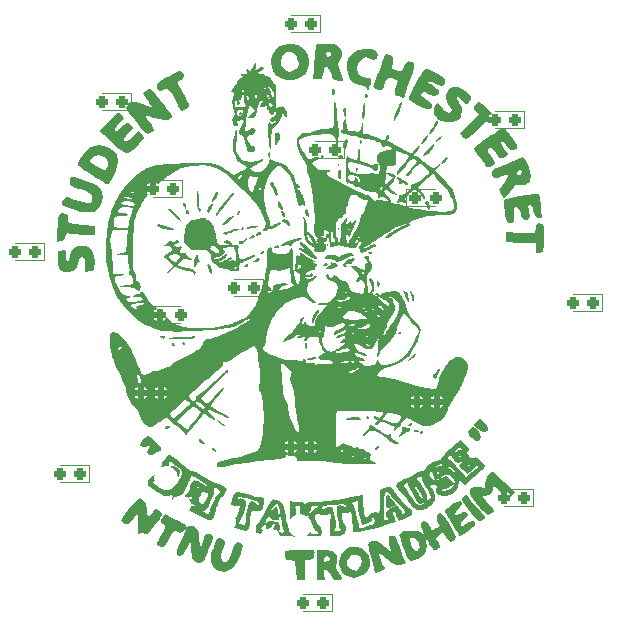
<source format=gto>
%TF.GenerationSoftware,KiCad,Pcbnew,7.0.9*%
%TF.CreationDate,2023-12-12T13:48:37+01:00*%
%TF.ProjectId,DTimponator-badge,4454696d-706f-46e6-9174-6f722d626164,2.1*%
%TF.SameCoordinates,Original*%
%TF.FileFunction,Legend,Top*%
%TF.FilePolarity,Positive*%
%FSLAX46Y46*%
G04 Gerber Fmt 4.6, Leading zero omitted, Abs format (unit mm)*
G04 Created by KiCad (PCBNEW 7.0.9) date 2023-12-12 13:48:37*
%MOMM*%
%LPD*%
G01*
G04 APERTURE LIST*
G04 Aperture macros list*
%AMRoundRect*
0 Rectangle with rounded corners*
0 $1 Rounding radius*
0 $2 $3 $4 $5 $6 $7 $8 $9 X,Y pos of 4 corners*
0 Add a 4 corners polygon primitive as box body*
4,1,4,$2,$3,$4,$5,$6,$7,$8,$9,$2,$3,0*
0 Add four circle primitives for the rounded corners*
1,1,$1+$1,$2,$3*
1,1,$1+$1,$4,$5*
1,1,$1+$1,$6,$7*
1,1,$1+$1,$8,$9*
0 Add four rect primitives between the rounded corners*
20,1,$1+$1,$2,$3,$4,$5,0*
20,1,$1+$1,$4,$5,$6,$7,0*
20,1,$1+$1,$6,$7,$8,$9,0*
20,1,$1+$1,$8,$9,$2,$3,0*%
G04 Aperture macros list end*
%ADD10C,0.120000*%
%ADD11C,2.000000*%
%ADD12C,1.700000*%
%ADD13R,1.700000X1.700000*%
%ADD14O,1.700000X1.700000*%
%ADD15RoundRect,0.237500X0.287500X0.237500X-0.287500X0.237500X-0.287500X-0.237500X0.287500X-0.237500X0*%
%ADD16RoundRect,0.237500X-0.287500X-0.237500X0.287500X-0.237500X0.287500X0.237500X-0.287500X0.237500X0*%
G04 APERTURE END LIST*
G36*
X105039786Y-81106063D02*
G01*
X105209296Y-81129392D01*
X105281957Y-81187342D01*
X105298451Y-81295515D01*
X105298596Y-81318759D01*
X105265669Y-81575117D01*
X105211679Y-81764373D01*
X105113278Y-81925265D01*
X104942720Y-81987128D01*
X104810627Y-81992982D01*
X104496491Y-81992982D01*
X104496491Y-82839649D01*
X104496491Y-83686315D01*
X104152213Y-83686315D01*
X103807935Y-83686315D01*
X103728880Y-82861929D01*
X103649824Y-82037544D01*
X103248772Y-81992982D01*
X103002148Y-81957578D01*
X102881454Y-81891149D01*
X102835307Y-81744463D01*
X102820971Y-81583104D01*
X102794224Y-81217787D01*
X103480558Y-81159771D01*
X103915937Y-81129860D01*
X104376618Y-81108912D01*
X104732745Y-81101754D01*
X105039786Y-81106063D01*
G37*
G36*
X106365308Y-81131639D02*
G01*
X106735314Y-81228828D01*
X107017443Y-81404623D01*
X107044678Y-81429077D01*
X107205378Y-81620746D01*
X107238433Y-81816183D01*
X107224191Y-81908365D01*
X107163425Y-82203409D01*
X107117108Y-82427627D01*
X107112715Y-82634745D01*
X107203861Y-82859360D01*
X107339915Y-83064858D01*
X107535046Y-83358916D01*
X107604493Y-83545717D01*
X107545637Y-83646952D01*
X107355858Y-83684309D01*
X107264860Y-83686315D01*
X107056403Y-83673897D01*
X106917177Y-83610437D01*
X106794278Y-83456625D01*
X106675644Y-83248502D01*
X106512856Y-82996787D01*
X106349069Y-82817635D01*
X106261144Y-82764609D01*
X106160954Y-82753674D01*
X106112937Y-82814920D01*
X106104207Y-82986987D01*
X106115098Y-83202543D01*
X106145263Y-83686558D01*
X105811052Y-83686437D01*
X105476842Y-83686315D01*
X105476842Y-82394035D01*
X105476842Y-81957956D01*
X106100701Y-81957956D01*
X106110047Y-82116385D01*
X106169864Y-82159458D01*
X106327817Y-82104189D01*
X106408438Y-82067799D01*
X106594485Y-81956168D01*
X106615792Y-81847644D01*
X106513050Y-81734989D01*
X106330626Y-81671654D01*
X106173488Y-81751132D01*
X106101063Y-81941290D01*
X106100701Y-81957956D01*
X105476842Y-81957956D01*
X105476842Y-81101754D01*
X105866754Y-81101754D01*
X106365308Y-81131639D01*
G37*
G36*
X108934445Y-80878244D02*
G01*
X109364722Y-81023614D01*
X109693403Y-81301011D01*
X109905177Y-81686492D01*
X109984734Y-82156115D01*
X109960375Y-82482570D01*
X109816072Y-82854012D01*
X109538083Y-83158291D01*
X109165217Y-83373141D01*
X108736286Y-83476301D01*
X108290100Y-83445507D01*
X108284210Y-83444090D01*
X107897630Y-83265370D01*
X107603902Y-82961255D01*
X107423349Y-82569174D01*
X107395112Y-82303569D01*
X108005973Y-82303569D01*
X108068711Y-82433837D01*
X108129119Y-82517034D01*
X108418288Y-82759586D01*
X108800717Y-82875326D01*
X108905459Y-82824192D01*
X109068035Y-82687383D01*
X109090366Y-82665454D01*
X109261957Y-82408743D01*
X109309122Y-82097069D01*
X109268478Y-81794978D01*
X109130079Y-81622810D01*
X108869232Y-81559982D01*
X108669740Y-81564203D01*
X108416117Y-81599099D01*
X108266253Y-81690212D01*
X108145737Y-81888503D01*
X108121256Y-81939857D01*
X108023830Y-82164032D01*
X108005973Y-82303569D01*
X107395112Y-82303569D01*
X107376293Y-82126553D01*
X107420368Y-81853126D01*
X107618491Y-81387727D01*
X107922258Y-81065097D01*
X108325383Y-80889281D01*
X108821582Y-80864326D01*
X108934445Y-80878244D01*
G37*
G36*
X112041755Y-79964035D02*
G01*
X112151594Y-80055568D01*
X112250359Y-80261108D01*
X112289550Y-80366491D01*
X112365593Y-80576359D01*
X112429293Y-80747335D01*
X112498511Y-80924691D01*
X112591106Y-81153702D01*
X112724939Y-81479641D01*
X112812591Y-81692357D01*
X113037665Y-82238399D01*
X112817972Y-82338497D01*
X112495669Y-82430739D01*
X112189358Y-82387372D01*
X111856636Y-82199067D01*
X111727807Y-82098600D01*
X111440848Y-81869414D01*
X111155233Y-81651966D01*
X111014489Y-81550497D01*
X110714591Y-81342391D01*
X110777156Y-81556283D01*
X110912353Y-81995934D01*
X111021191Y-82293547D01*
X111116009Y-82481076D01*
X111155305Y-82535534D01*
X111221206Y-82665949D01*
X111145442Y-82787077D01*
X111114581Y-82815264D01*
X110912351Y-82934938D01*
X110683645Y-83011674D01*
X110409396Y-83069853D01*
X110206121Y-82286330D01*
X110053418Y-81685186D01*
X109947571Y-81233231D01*
X109885359Y-80908588D01*
X109863563Y-80689380D01*
X109878961Y-80553728D01*
X109928333Y-80479756D01*
X109939088Y-80472235D01*
X110227433Y-80384332D01*
X110563636Y-80417640D01*
X110876329Y-80560871D01*
X110966957Y-80634830D01*
X111222318Y-80858516D01*
X111501818Y-81077004D01*
X111529635Y-81096997D01*
X111717050Y-81223738D01*
X111793312Y-81247955D01*
X111789144Y-81175025D01*
X111778604Y-81140587D01*
X111635226Y-80665473D01*
X111561956Y-80331842D01*
X111560733Y-80116481D01*
X111633502Y-79996178D01*
X111782203Y-79947718D01*
X111878779Y-79943158D01*
X112041755Y-79964035D01*
G37*
G36*
X97568661Y-80184827D02*
G01*
X97696838Y-80361185D01*
X97692197Y-80629611D01*
X97591948Y-80888672D01*
X97472419Y-81196033D01*
X97403668Y-81528299D01*
X97392822Y-81825002D01*
X97447007Y-82025673D01*
X97456461Y-82038353D01*
X97642913Y-82167771D01*
X97836863Y-82127314D01*
X98030286Y-81924675D01*
X98215159Y-81567546D01*
X98349647Y-81182046D01*
X98490928Y-80793297D01*
X98642244Y-80568707D01*
X98819624Y-80494289D01*
X99039100Y-80556057D01*
X99056633Y-80565216D01*
X99182044Y-80669242D01*
X99227255Y-80826346D01*
X99191826Y-81069560D01*
X99075314Y-81431916D01*
X99043900Y-81517157D01*
X98763032Y-82133316D01*
X98444290Y-82585139D01*
X98092113Y-82869819D01*
X97710939Y-82984547D01*
X97305207Y-82926516D01*
X97027093Y-82792803D01*
X96710497Y-82507175D01*
X96547086Y-82133088D01*
X96539157Y-81676974D01*
X96570149Y-81513391D01*
X96642837Y-81237129D01*
X96711502Y-81030964D01*
X96742189Y-80968070D01*
X96808679Y-80822126D01*
X96871367Y-80612077D01*
X96984120Y-80306190D01*
X97149812Y-80151942D01*
X97315193Y-80121403D01*
X97568661Y-80184827D01*
G37*
G36*
X93193897Y-78401708D02*
G01*
X93536090Y-78569863D01*
X93867825Y-78724168D01*
X94091403Y-78820494D01*
X94321484Y-78948242D01*
X94423850Y-79084734D01*
X94425614Y-79102856D01*
X94449817Y-79200968D01*
X94548326Y-79150107D01*
X94555849Y-79143915D01*
X94695313Y-79082101D01*
X94900852Y-79109212D01*
X95002147Y-79140140D01*
X95261172Y-79264218D01*
X95415621Y-79453233D01*
X95489592Y-79748541D01*
X95505632Y-80004141D01*
X95524547Y-80326422D01*
X95559371Y-80621266D01*
X95573987Y-80700701D01*
X95631798Y-80968070D01*
X95732066Y-80700701D01*
X95829559Y-80435430D01*
X95940041Y-80127779D01*
X95958061Y-80076842D01*
X96055574Y-79849276D01*
X96159986Y-79754721D01*
X96301895Y-79749904D01*
X96555244Y-79818604D01*
X96674523Y-79956115D01*
X96672452Y-80191517D01*
X96602941Y-80438015D01*
X96473960Y-80786449D01*
X96315770Y-81172595D01*
X96242399Y-81338579D01*
X96126409Y-81605373D01*
X96049199Y-81808282D01*
X96029824Y-81884336D01*
X95960173Y-82018715D01*
X95801350Y-82160523D01*
X95628551Y-82248229D01*
X95577193Y-82254701D01*
X95395255Y-82217983D01*
X95255826Y-82170606D01*
X95073046Y-82053467D01*
X94955309Y-81857526D01*
X94891703Y-81551362D01*
X94871319Y-81103553D01*
X94871228Y-81063052D01*
X94863118Y-80742403D01*
X94841650Y-80505115D01*
X94811117Y-80394345D01*
X94804386Y-80391168D01*
X94737881Y-80467635D01*
X94625477Y-80666701D01*
X94490497Y-80946711D01*
X94479081Y-80972125D01*
X94261421Y-81370660D01*
X94043547Y-81593416D01*
X93826654Y-81639417D01*
X93717697Y-81595060D01*
X93635899Y-81449219D01*
X93640693Y-81204058D01*
X93729601Y-80914655D01*
X93750271Y-80870359D01*
X93898685Y-80559774D01*
X94056786Y-80216838D01*
X94206392Y-79882624D01*
X94329320Y-79598206D01*
X94407388Y-79404654D01*
X94425614Y-79344822D01*
X94374435Y-79358721D01*
X94250603Y-79473580D01*
X94243896Y-79480738D01*
X94081559Y-79629637D01*
X93934547Y-79664347D01*
X93726322Y-79596464D01*
X93663998Y-79568595D01*
X93483986Y-79510371D01*
X93357376Y-79565941D01*
X93258511Y-79679998D01*
X93121274Y-79883541D01*
X92952666Y-80170115D01*
X92848608Y-80363524D01*
X92699808Y-80622752D01*
X92563906Y-80810341D01*
X92491301Y-80873588D01*
X92324468Y-80873745D01*
X92125307Y-80801975D01*
X91970714Y-80693865D01*
X91930175Y-80613927D01*
X91973686Y-80492755D01*
X92088810Y-80265574D01*
X92252434Y-79977363D01*
X92286666Y-79920132D01*
X92509550Y-79519032D01*
X92618726Y-79235323D01*
X92617318Y-79051777D01*
X92508449Y-78951168D01*
X92464912Y-78936983D01*
X92318827Y-78826441D01*
X92301032Y-78630612D01*
X92411925Y-78388369D01*
X92458634Y-78326540D01*
X92630601Y-78116140D01*
X93193897Y-78401708D01*
G37*
G36*
X116091676Y-78055986D02*
G01*
X116246571Y-78252885D01*
X116439769Y-78537613D01*
X116650047Y-78874631D01*
X116856181Y-79228400D01*
X117036952Y-79563382D01*
X117171135Y-79844036D01*
X117237509Y-80034825D01*
X117241052Y-80066925D01*
X117169116Y-80252321D01*
X117003811Y-80414587D01*
X116832810Y-80477894D01*
X116720616Y-80407112D01*
X116561255Y-80223696D01*
X116426596Y-80025970D01*
X116148524Y-79574046D01*
X115852218Y-79861237D01*
X115685653Y-80034652D01*
X115622308Y-80169644D01*
X115663160Y-80321775D01*
X115809189Y-80546606D01*
X115865680Y-80625457D01*
X115949954Y-80772448D01*
X115918908Y-80885327D01*
X115803574Y-81004229D01*
X115609169Y-81149951D01*
X115447322Y-81170526D01*
X115293204Y-81053053D01*
X115121985Y-80784629D01*
X115027762Y-80601073D01*
X114872332Y-80307726D01*
X114753178Y-80122285D01*
X114683031Y-80056533D01*
X114674622Y-80122251D01*
X114740682Y-80331221D01*
X114743120Y-80337652D01*
X114840705Y-80800791D01*
X114769284Y-81214424D01*
X114534256Y-81565856D01*
X114141017Y-81842390D01*
X114093675Y-81865214D01*
X113741305Y-82015446D01*
X113503417Y-82068237D01*
X113341123Y-82016969D01*
X113215538Y-81855026D01*
X113142225Y-81703333D01*
X113031401Y-81438099D01*
X112887415Y-81073914D01*
X112737341Y-80679586D01*
X112703260Y-80587660D01*
X112610718Y-80332894D01*
X113362726Y-80332894D01*
X113447637Y-80609068D01*
X113568751Y-80881007D01*
X113694747Y-81096747D01*
X113741779Y-81154661D01*
X113855693Y-81239928D01*
X113961975Y-81204418D01*
X114061356Y-81112639D01*
X114171215Y-80980398D01*
X114195668Y-80845313D01*
X114143406Y-80633463D01*
X114124526Y-80575415D01*
X113995253Y-80303635D01*
X113806630Y-80152961D01*
X113735740Y-80124466D01*
X113491435Y-80073388D01*
X113368830Y-80139949D01*
X113362726Y-80332894D01*
X112610718Y-80332894D01*
X112574969Y-80234476D01*
X112504269Y-80008137D01*
X112486966Y-79868295D01*
X112518866Y-79774599D01*
X112595775Y-79686700D01*
X112608304Y-79674151D01*
X112732410Y-79581304D01*
X112904922Y-79527156D01*
X113172019Y-79502413D01*
X113485741Y-79497544D01*
X113848093Y-79503032D01*
X114083217Y-79528018D01*
X114242005Y-79585277D01*
X114375350Y-79687589D01*
X114421531Y-79732504D01*
X114585117Y-79883064D01*
X114645334Y-79899904D01*
X114603663Y-79778055D01*
X114478245Y-79542105D01*
X114328815Y-79201369D01*
X114319160Y-78949365D01*
X114406947Y-78802386D01*
X114603798Y-78693671D01*
X114797404Y-78762038D01*
X114985273Y-79006324D01*
X115030267Y-79093130D01*
X115223480Y-79490822D01*
X115563845Y-79299526D01*
X115793005Y-79161789D01*
X115884758Y-79059995D01*
X115859653Y-78947493D01*
X115773360Y-78823876D01*
X115648076Y-78560488D01*
X115641236Y-78301381D01*
X115740134Y-78094516D01*
X115932059Y-77987856D01*
X115996304Y-77982456D01*
X116091676Y-78055986D01*
G37*
G36*
X90592492Y-76779031D02*
G01*
X90870696Y-76956557D01*
X91050738Y-77274365D01*
X91126116Y-77719867D01*
X91128070Y-77816229D01*
X91139796Y-78094660D01*
X91170216Y-78284272D01*
X91203863Y-78338947D01*
X91298107Y-78273559D01*
X91452593Y-78108994D01*
X91626138Y-77892650D01*
X91762876Y-77695561D01*
X91876373Y-77659738D01*
X92061227Y-77742242D01*
X92276313Y-77923131D01*
X92313007Y-77962323D01*
X92390402Y-78062130D01*
X92403492Y-78158047D01*
X92338195Y-78292397D01*
X92180429Y-78507502D01*
X92095263Y-78616718D01*
X91898651Y-78864464D01*
X91744385Y-79052829D01*
X91665853Y-79141044D01*
X91665844Y-79141052D01*
X91585081Y-79229461D01*
X91429745Y-79413858D01*
X91270277Y-79608947D01*
X91047089Y-79868098D01*
X90882937Y-79996028D01*
X90736189Y-80008617D01*
X90565211Y-79921740D01*
X90524041Y-79893543D01*
X90431821Y-79814223D01*
X90373608Y-79706970D01*
X90341700Y-79532945D01*
X90328397Y-79253307D01*
X90325965Y-78894478D01*
X90325965Y-78034151D01*
X89969473Y-78428070D01*
X89779076Y-78649413D01*
X89649732Y-78820747D01*
X89612982Y-78892397D01*
X89544504Y-78959565D01*
X89382480Y-78957095D01*
X89192023Y-78896577D01*
X89038766Y-78790177D01*
X88965257Y-78702153D01*
X88935166Y-78619273D01*
X88961978Y-78512585D01*
X89059181Y-78353134D01*
X89240262Y-78111968D01*
X89518391Y-77760532D01*
X89849500Y-77350146D01*
X90094608Y-77064096D01*
X90274135Y-76883723D01*
X90408498Y-76790372D01*
X90518114Y-76765384D01*
X90592492Y-76779031D01*
G37*
G36*
X111671368Y-75831364D02*
G01*
X111899796Y-76014339D01*
X112035503Y-76181213D01*
X112634355Y-76898390D01*
X113313366Y-77568624D01*
X113424380Y-77665879D01*
X113571806Y-77864529D01*
X113547755Y-78063478D01*
X113350059Y-78266920D01*
X113013159Y-78461558D01*
X112483862Y-78717853D01*
X112322457Y-78518527D01*
X112201023Y-78298790D01*
X112161052Y-78115802D01*
X112108553Y-77934842D01*
X112026266Y-77860681D01*
X111937019Y-77856740D01*
X111932423Y-77971962D01*
X111949472Y-78051672D01*
X112021281Y-78290968D01*
X112084258Y-78444491D01*
X112150013Y-78613363D01*
X112161052Y-78677771D01*
X112079405Y-78752036D01*
X111855951Y-78855375D01*
X111522921Y-78978362D01*
X111112544Y-79111569D01*
X110657052Y-79245568D01*
X110188676Y-79370931D01*
X109739645Y-79478232D01*
X109342190Y-79558043D01*
X109028542Y-79600936D01*
X108997193Y-79603209D01*
X108551579Y-79631228D01*
X108529908Y-79141052D01*
X108507907Y-78782209D01*
X108476787Y-78430321D01*
X108460876Y-78293918D01*
X108413515Y-77936958D01*
X108005982Y-77969371D01*
X107598449Y-78001783D01*
X107659600Y-78415453D01*
X107722825Y-78696005D01*
X107810142Y-78916170D01*
X107846516Y-78969824D01*
X107951631Y-79197378D01*
X107959275Y-79475913D01*
X107872645Y-79719192D01*
X107816315Y-79783899D01*
X107643097Y-79867916D01*
X107364597Y-79938773D01*
X107154689Y-79968817D01*
X106893852Y-79988384D01*
X106719616Y-79968723D01*
X106617548Y-79882438D01*
X106573214Y-79702134D01*
X106572179Y-79400416D01*
X106600010Y-78949888D01*
X106602108Y-78920022D01*
X106660074Y-78095377D01*
X106192691Y-78140286D01*
X105892993Y-78150694D01*
X105704706Y-78119063D01*
X105667352Y-78091423D01*
X105557793Y-78057148D01*
X105439193Y-78122106D01*
X105337311Y-78216961D01*
X105314778Y-78333839D01*
X105365089Y-78536495D01*
X105389299Y-78611103D01*
X105516432Y-78884468D01*
X105681115Y-79106044D01*
X105721709Y-79142482D01*
X105867802Y-79303426D01*
X105911670Y-79514613D01*
X105905852Y-79648520D01*
X105877894Y-79987719D01*
X104229122Y-79995825D01*
X103689901Y-79996673D01*
X103199643Y-79994076D01*
X102791310Y-79988472D01*
X102497863Y-79980302D01*
X102357544Y-79970874D01*
X102030850Y-79915743D01*
X101843397Y-79856829D01*
X101757149Y-79771811D01*
X101746728Y-79711565D01*
X103636401Y-79711565D01*
X103727001Y-79761264D01*
X103822064Y-79764912D01*
X103960967Y-79750032D01*
X104028197Y-79674058D01*
X104049455Y-79489988D01*
X104050877Y-79346455D01*
X104063613Y-79206590D01*
X104458749Y-79206590D01*
X104470691Y-79319387D01*
X104528963Y-79476088D01*
X104570042Y-79458375D01*
X104585614Y-79269859D01*
X104585614Y-79269477D01*
X104559686Y-79118429D01*
X104504858Y-79091320D01*
X104458749Y-79206590D01*
X104063613Y-79206590D01*
X104079860Y-79028177D01*
X104188789Y-78788968D01*
X104295965Y-78656077D01*
X104541052Y-78384156D01*
X104289515Y-78605953D01*
X104037977Y-78827750D01*
X104054247Y-78270524D01*
X104621536Y-78270524D01*
X104835967Y-78718579D01*
X104982450Y-79107053D01*
X105007527Y-79423798D01*
X105001855Y-79465773D01*
X104980975Y-79667013D01*
X105039715Y-79748797D01*
X105224374Y-79764851D01*
X105259638Y-79764912D01*
X105463594Y-79743275D01*
X105563837Y-79690192D01*
X105565965Y-79680218D01*
X105498128Y-79568718D01*
X105431744Y-79520409D01*
X105333188Y-79405732D01*
X105197140Y-79172512D01*
X105050902Y-78868258D01*
X105032272Y-78825279D01*
X104767022Y-78205263D01*
X105166493Y-77821589D01*
X105375159Y-77614459D01*
X105437274Y-77547284D01*
X105964838Y-77547284D01*
X105984058Y-77682674D01*
X105986584Y-77689378D01*
X106047762Y-77750860D01*
X106159215Y-77677133D01*
X106209391Y-77625494D01*
X106454206Y-77475938D01*
X106619011Y-77464876D01*
X106743979Y-77493376D01*
X106825218Y-77569561D01*
X106883210Y-77733338D01*
X106938438Y-78024617D01*
X106953270Y-78116140D01*
X107013272Y-78466726D01*
X107073124Y-78776865D01*
X107118074Y-78972275D01*
X107124758Y-79217144D01*
X107042937Y-79344681D01*
X106931434Y-79475474D01*
X106902807Y-79533511D01*
X106977071Y-79547910D01*
X107149969Y-79532467D01*
X107346654Y-79498292D01*
X107492281Y-79456494D01*
X107517086Y-79442334D01*
X107498376Y-79360415D01*
X107443809Y-79282286D01*
X107396010Y-79150686D01*
X107340434Y-78886428D01*
X107283654Y-78534521D01*
X107232245Y-78139975D01*
X107192781Y-77747797D01*
X107172590Y-77425438D01*
X107245019Y-77373031D01*
X107421547Y-77358978D01*
X107633132Y-77379285D01*
X107810733Y-77429953D01*
X107865333Y-77465544D01*
X107950209Y-77515733D01*
X107972280Y-77407554D01*
X107959976Y-77335159D01*
X107902321Y-77290795D01*
X107768203Y-77270822D01*
X107526509Y-77271603D01*
X107146129Y-77289499D01*
X107022053Y-77296428D01*
X106544448Y-77331925D01*
X106223439Y-77380104D01*
X106037434Y-77449159D01*
X105964838Y-77547284D01*
X105437274Y-77547284D01*
X105519717Y-77458124D01*
X105565965Y-77392609D01*
X105488490Y-77369317D01*
X105299627Y-77373129D01*
X105276315Y-77375230D01*
X105074613Y-77418013D01*
X105007461Y-77513698D01*
X105009618Y-77581403D01*
X104971638Y-77767247D01*
X104848436Y-77987377D01*
X104827053Y-78015086D01*
X104621536Y-78270524D01*
X104054247Y-78270524D01*
X104058775Y-78115454D01*
X104062782Y-77937894D01*
X104318245Y-77937894D01*
X104362807Y-77982456D01*
X104407368Y-77937894D01*
X104362807Y-77893333D01*
X104318245Y-77937894D01*
X104062782Y-77937894D01*
X104066748Y-77762119D01*
X104058583Y-77550573D01*
X104024375Y-77444466D01*
X103954221Y-77407450D01*
X103864699Y-77403158D01*
X103707368Y-77435148D01*
X103682836Y-77556550D01*
X103687532Y-77581403D01*
X103713290Y-77802872D01*
X103727620Y-78133137D01*
X103731085Y-78519964D01*
X103724251Y-78911121D01*
X103707682Y-79254374D01*
X103681943Y-79497488D01*
X103666099Y-79564386D01*
X103636401Y-79711565D01*
X101746728Y-79711565D01*
X101734068Y-79638369D01*
X101733684Y-79604799D01*
X101785318Y-79340089D01*
X101872422Y-79160883D01*
X101960203Y-79018082D01*
X101928529Y-78968264D01*
X101827860Y-78962807D01*
X101718811Y-78984483D01*
X101664004Y-79078777D01*
X101645666Y-79289587D01*
X101644561Y-79415514D01*
X101644561Y-79868222D01*
X101042982Y-79805598D01*
X100727621Y-79767620D01*
X100483241Y-79728697D01*
X100364376Y-79697827D01*
X100317455Y-79580712D01*
X100326078Y-79367958D01*
X100347391Y-79267822D01*
X100781597Y-79267822D01*
X100842456Y-79363859D01*
X101002189Y-79490038D01*
X101122391Y-79478999D01*
X101159163Y-79342333D01*
X101148505Y-79283037D01*
X101146435Y-79035102D01*
X101196895Y-78877519D01*
X101284305Y-78764098D01*
X101422715Y-78713106D01*
X101667198Y-78708498D01*
X101760747Y-78713253D01*
X102043585Y-78741526D01*
X102206717Y-78802923D01*
X102308600Y-78925270D01*
X102341597Y-78989708D01*
X102413432Y-79192795D01*
X102380195Y-79331930D01*
X102348071Y-79375273D01*
X102282292Y-79500906D01*
X102363274Y-79592094D01*
X102577676Y-79671093D01*
X102734241Y-79625875D01*
X102732895Y-79520845D01*
X102662462Y-79332396D01*
X102653328Y-79313712D01*
X102583552Y-79110517D01*
X102506017Y-78785418D01*
X102433070Y-78393618D01*
X102402512Y-78192366D01*
X102335362Y-77789232D01*
X102261895Y-77476377D01*
X102191266Y-77289713D01*
X102164068Y-77257201D01*
X102035120Y-77267486D01*
X101872763Y-77395039D01*
X101718882Y-77595568D01*
X101615361Y-77824778D01*
X101610660Y-77842425D01*
X101582676Y-77970960D01*
X101616875Y-77950568D01*
X101690516Y-77848772D01*
X101897499Y-77577526D01*
X102036595Y-77463478D01*
X102126994Y-77508294D01*
X102187885Y-77713644D01*
X102215591Y-77894418D01*
X102260449Y-78182586D01*
X102307524Y-78410448D01*
X102327917Y-78479414D01*
X102331712Y-78563962D01*
X102231399Y-78596815D01*
X101991034Y-78589740D01*
X101990920Y-78589732D01*
X101743909Y-78559662D01*
X101619527Y-78491419D01*
X101562160Y-78347615D01*
X101551570Y-78294386D01*
X101522226Y-78168048D01*
X101484076Y-78138221D01*
X101418802Y-78223359D01*
X101308083Y-78441917D01*
X101219810Y-78628596D01*
X101070718Y-78918754D01*
X100936590Y-79132140D01*
X100843310Y-79228348D01*
X100834421Y-79230175D01*
X100781597Y-79267822D01*
X100347391Y-79267822D01*
X100377067Y-79128392D01*
X100457242Y-78930838D01*
X100526150Y-78852967D01*
X100639157Y-78734538D01*
X100789755Y-78506779D01*
X100920808Y-78266515D01*
X101175170Y-77754633D01*
X101364967Y-77380635D01*
X101508128Y-77124400D01*
X101622582Y-76965804D01*
X101726259Y-76884726D01*
X101837090Y-76861044D01*
X101973004Y-76874636D01*
X102135939Y-76902817D01*
X102342098Y-76955697D01*
X102495925Y-77056229D01*
X102613117Y-77233089D01*
X102709371Y-77514956D01*
X102800386Y-77930508D01*
X102850841Y-78208874D01*
X102916753Y-78566174D01*
X102976967Y-78856241D01*
X103021887Y-79034213D01*
X103033927Y-79064813D01*
X103118234Y-79149264D01*
X103180139Y-79086404D01*
X103221342Y-78868279D01*
X103243546Y-78486932D01*
X103248772Y-78059918D01*
X103248772Y-76978783D01*
X103582982Y-77034024D01*
X103894355Y-77072608D01*
X104189224Y-77090169D01*
X104200307Y-77090247D01*
X104434961Y-77134213D01*
X104524179Y-77247193D01*
X104558051Y-77357032D01*
X104572014Y-77293743D01*
X104575275Y-77247193D01*
X104615256Y-77152171D01*
X104704141Y-77120133D01*
X108463007Y-77120133D01*
X108500689Y-77211442D01*
X108541642Y-77258519D01*
X108622762Y-77410404D01*
X108723967Y-77684915D01*
X108830642Y-78029845D01*
X108928171Y-78392984D01*
X109001939Y-78722124D01*
X109037329Y-78965055D01*
X109037233Y-79028823D01*
X109027367Y-79153566D01*
X109046619Y-79229913D01*
X109122646Y-79257899D01*
X109283107Y-79237561D01*
X109555660Y-79168934D01*
X109967965Y-79052053D01*
X110044386Y-79030129D01*
X110298572Y-78900072D01*
X110386993Y-78706844D01*
X110307163Y-78456554D01*
X110289473Y-78428070D01*
X110226046Y-78363075D01*
X110202543Y-78453856D01*
X110200809Y-78517193D01*
X110160377Y-78680256D01*
X110015402Y-78806248D01*
X109831587Y-78894200D01*
X109597090Y-78979559D01*
X109434560Y-79014619D01*
X109402619Y-79010071D01*
X109340073Y-78907204D01*
X109261704Y-78699207D01*
X109241366Y-78633064D01*
X109092723Y-78095440D01*
X109003964Y-77693428D01*
X108969785Y-77396738D01*
X108984885Y-77175084D01*
X108985520Y-77171870D01*
X109010475Y-76986458D01*
X108967703Y-76934432D01*
X108885441Y-76958253D01*
X108658244Y-77040801D01*
X108570296Y-77068104D01*
X108463007Y-77120133D01*
X104704141Y-77120133D01*
X104746470Y-77104876D01*
X105010394Y-77091280D01*
X105036434Y-77091228D01*
X105639941Y-77066449D01*
X106367004Y-76996440D01*
X107170606Y-76887694D01*
X108003728Y-76746701D01*
X108819350Y-76579953D01*
X108942340Y-76551952D01*
X109188214Y-76508204D01*
X109354269Y-76502837D01*
X109385464Y-76514002D01*
X109409302Y-76622334D01*
X109424487Y-76860915D01*
X109428250Y-77181845D01*
X109427546Y-77241726D01*
X109445979Y-77736313D01*
X109513435Y-78124702D01*
X109552741Y-78239420D01*
X109642211Y-78438729D01*
X109696164Y-78489388D01*
X109745052Y-78408335D01*
X109764631Y-78357268D01*
X109893905Y-78197731D01*
X110124327Y-78039544D01*
X110383577Y-77925059D01*
X110556851Y-77893333D01*
X110659252Y-77966327D01*
X110732310Y-78093859D01*
X110768568Y-78113781D01*
X110794836Y-77965559D01*
X110811424Y-77645871D01*
X110814464Y-77442400D01*
X111180701Y-77442400D01*
X111184733Y-77874654D01*
X111195745Y-78239871D01*
X111212115Y-78502447D01*
X111232220Y-78626774D01*
X111234871Y-78630778D01*
X111342878Y-78632756D01*
X111460677Y-78578789D01*
X111569811Y-78493937D01*
X111525518Y-78450975D01*
X111495630Y-78443816D01*
X111388588Y-78333333D01*
X111358947Y-78111107D01*
X111375064Y-77927606D01*
X111449903Y-77798686D01*
X111623195Y-77677219D01*
X111806253Y-77580546D01*
X112253559Y-77353878D01*
X112482689Y-77583008D01*
X112623081Y-77768824D01*
X112666413Y-77924669D01*
X112662039Y-77941858D01*
X112680812Y-78049768D01*
X112782449Y-78071579D01*
X112943500Y-78044077D01*
X112980990Y-77951852D01*
X112890417Y-77780326D01*
X112667280Y-77514921D01*
X112582456Y-77423938D01*
X112296194Y-77118918D01*
X112005209Y-76805100D01*
X111787161Y-76566563D01*
X111572632Y-76346826D01*
X111414647Y-76239519D01*
X111304898Y-76256638D01*
X111235079Y-76410181D01*
X111196883Y-76712144D01*
X111182004Y-77174522D01*
X111180701Y-77442400D01*
X110814464Y-77442400D01*
X110818561Y-77168225D01*
X110824210Y-76042064D01*
X111138444Y-75892950D01*
X111432171Y-75795588D01*
X111671368Y-75831364D01*
G37*
G36*
X117767946Y-77069366D02*
G01*
X117766942Y-77265073D01*
X117651278Y-77489757D01*
X117463859Y-77676568D01*
X117250564Y-77884142D01*
X117159165Y-78063220D01*
X117180054Y-78183193D01*
X117303623Y-78213453D01*
X117520263Y-78123390D01*
X117589629Y-78077214D01*
X117864474Y-77923691D01*
X118071706Y-77916362D01*
X118230498Y-78037976D01*
X118284872Y-78139260D01*
X118245860Y-78245395D01*
X118091628Y-78398826D01*
X118008275Y-78469970D01*
X117799755Y-78666240D01*
X117716507Y-78815605D01*
X117728437Y-78954014D01*
X117790866Y-79150709D01*
X118089306Y-78923077D01*
X118410940Y-78729437D01*
X118671449Y-78678834D01*
X118853602Y-78773992D01*
X118872045Y-78799371D01*
X118917018Y-78966532D01*
X118843685Y-79098392D01*
X118712500Y-79219877D01*
X118492269Y-79390978D01*
X118228361Y-79580257D01*
X117966146Y-79756278D01*
X117750993Y-79887607D01*
X117628270Y-79942806D01*
X117624714Y-79943010D01*
X117550277Y-79872171D01*
X117406051Y-79681034D01*
X117215067Y-79401472D01*
X117062807Y-79165344D01*
X116724187Y-78610015D01*
X116493114Y-78189103D01*
X116370687Y-77904714D01*
X116349824Y-77798481D01*
X116420893Y-77698099D01*
X116604490Y-77542485D01*
X116856201Y-77360906D01*
X117131612Y-77182634D01*
X117386310Y-77036938D01*
X117575881Y-76953088D01*
X117643665Y-76945810D01*
X117767946Y-77069366D01*
G37*
G36*
X98898289Y-76262722D02*
G01*
X99195427Y-76326306D01*
X99239966Y-76336695D01*
X99586240Y-76420156D01*
X99901446Y-76500199D01*
X100084912Y-76550293D01*
X100360392Y-76619703D01*
X100672015Y-76683383D01*
X100698167Y-76687950D01*
X101044054Y-76747194D01*
X100990898Y-77196015D01*
X100926725Y-77558913D01*
X100823401Y-77770873D01*
X100655793Y-77858654D01*
X100398769Y-77849011D01*
X100380379Y-77845990D01*
X100154556Y-77820160D01*
X100029692Y-77870490D01*
X99934691Y-78036662D01*
X99902318Y-78112800D01*
X99814496Y-78461302D01*
X99820299Y-78723341D01*
X99829960Y-79009038D01*
X99781101Y-79253383D01*
X99665859Y-79421711D01*
X99469908Y-79488745D01*
X99166802Y-79458018D01*
X98863177Y-79376043D01*
X98566948Y-79264603D01*
X98420622Y-79141405D01*
X98397785Y-78968524D01*
X98447316Y-78778935D01*
X98563550Y-78515583D01*
X98703309Y-78300475D01*
X98708637Y-78294386D01*
X98832545Y-78085122D01*
X98922890Y-77812722D01*
X98928536Y-77784492D01*
X98989753Y-77452844D01*
X98613497Y-77392678D01*
X98237242Y-77332512D01*
X98293299Y-76923527D01*
X98324158Y-76793745D01*
X98793996Y-76793745D01*
X98811183Y-76897838D01*
X98872560Y-76835674D01*
X98872811Y-76835277D01*
X99011659Y-76751965D01*
X99198960Y-76783209D01*
X99375389Y-76901596D01*
X99481621Y-77079712D01*
X99489228Y-77120125D01*
X99472062Y-77337765D01*
X99398121Y-77658113D01*
X99285835Y-78022270D01*
X99153634Y-78371342D01*
X99019948Y-78646430D01*
X99002745Y-78674763D01*
X98925732Y-78831155D01*
X98963764Y-78902694D01*
X98990051Y-78912789D01*
X99179942Y-78973993D01*
X99238245Y-78993271D01*
X99382577Y-79036649D01*
X99416491Y-79044140D01*
X99443854Y-78966977D01*
X99468633Y-78760824D01*
X99481946Y-78544016D01*
X99515256Y-78197431D01*
X99580742Y-77826873D01*
X99666147Y-77480928D01*
X99759216Y-77208182D01*
X99847694Y-77057225D01*
X99859177Y-77048476D01*
X100043635Y-77024154D01*
X100263740Y-77101931D01*
X100438919Y-77248758D01*
X100469451Y-77298785D01*
X100536985Y-77424363D01*
X100562553Y-77393514D01*
X100569056Y-77248891D01*
X100535901Y-77058566D01*
X100389343Y-76966255D01*
X100330000Y-76951237D01*
X100053077Y-76884516D01*
X99817544Y-76822085D01*
X99550444Y-76758863D01*
X99232522Y-76698425D01*
X99171403Y-76688571D01*
X98933035Y-76661534D01*
X98822538Y-76687245D01*
X98794081Y-76778477D01*
X98793996Y-76793745D01*
X98324158Y-76793745D01*
X98360873Y-76639338D01*
X98463957Y-76411723D01*
X98505873Y-76358025D01*
X98603579Y-76277127D01*
X98717696Y-76245844D01*
X98898289Y-76262722D01*
G37*
G36*
X118171692Y-76487027D02*
G01*
X118254742Y-76560097D01*
X118386160Y-76707718D01*
X118584529Y-76951029D01*
X118868432Y-77311172D01*
X118934386Y-77395588D01*
X119067996Y-77557052D01*
X119268591Y-77789089D01*
X119414873Y-77954248D01*
X119606038Y-78174485D01*
X119691812Y-78309836D01*
X119687504Y-78406573D01*
X119608425Y-78510968D01*
X119601587Y-78518541D01*
X119415845Y-78662658D01*
X119226766Y-78666372D01*
X119011724Y-78521923D01*
X118752740Y-78227544D01*
X118548078Y-77965091D01*
X118375589Y-77744955D01*
X118281504Y-77625965D01*
X118052792Y-77322726D01*
X117878797Y-77057373D01*
X117785077Y-76870336D01*
X117775789Y-76826016D01*
X117840943Y-76672133D01*
X117984492Y-76525607D01*
X118118426Y-76467368D01*
X118171692Y-76487027D01*
G37*
G36*
X93054103Y-73132972D02*
G01*
X93293896Y-73270780D01*
X93587907Y-73465616D01*
X93894754Y-73688974D01*
X94173051Y-73912345D01*
X94344092Y-74068653D01*
X94564570Y-74263233D01*
X94757767Y-74389883D01*
X94844325Y-74417544D01*
X94982825Y-74459816D01*
X95233699Y-74573648D01*
X95556076Y-74739563D01*
X95779412Y-74863158D01*
X96112020Y-75050021D01*
X96383520Y-75198328D01*
X96559051Y-75289279D01*
X96605779Y-75308772D01*
X96737797Y-75348987D01*
X96968588Y-75450973D01*
X97242931Y-75586735D01*
X97505606Y-75728282D01*
X97701390Y-75847619D01*
X97761604Y-75894687D01*
X97847950Y-76006699D01*
X97839557Y-76125934D01*
X97746242Y-76304182D01*
X97593916Y-76513538D01*
X97439974Y-76652991D01*
X97433508Y-76656639D01*
X97304198Y-76766553D01*
X97277544Y-76831300D01*
X97241309Y-76960703D01*
X97149869Y-77182124D01*
X97099298Y-77290518D01*
X96989084Y-77563994D01*
X96926469Y-77807297D01*
X96921052Y-77869937D01*
X96875949Y-78126144D01*
X96763350Y-78372927D01*
X96617317Y-78551415D01*
X96495430Y-78605520D01*
X96341282Y-78568819D01*
X96082485Y-78473176D01*
X95774008Y-78338985D01*
X95762456Y-78333592D01*
X95427870Y-78174579D01*
X95119753Y-78024057D01*
X94950351Y-77937894D01*
X95316842Y-77937894D01*
X95361403Y-77982456D01*
X95405965Y-77937894D01*
X95361403Y-77893333D01*
X95316842Y-77937894D01*
X94950351Y-77937894D01*
X94915789Y-77920315D01*
X94766711Y-77842418D01*
X95891629Y-77842418D01*
X95929096Y-77931322D01*
X96071890Y-78032338D01*
X96150347Y-78066501D01*
X96275370Y-78091105D01*
X96355177Y-78021196D01*
X96424949Y-77819914D01*
X96440244Y-77762748D01*
X96536056Y-77482811D01*
X96686226Y-77132053D01*
X96831433Y-76838281D01*
X96986873Y-76565746D01*
X97118377Y-76369224D01*
X97198626Y-76289327D01*
X97200838Y-76289122D01*
X97283492Y-76237343D01*
X97260701Y-76119861D01*
X97156511Y-75993460D01*
X97048935Y-75930425D01*
X96842304Y-75858765D01*
X96769007Y-75865601D01*
X96798130Y-75960187D01*
X96818234Y-75999473D01*
X96820534Y-76149904D01*
X96752351Y-76405130D01*
X96633113Y-76723127D01*
X96482245Y-77061873D01*
X96319172Y-77379346D01*
X96163321Y-77633521D01*
X96034117Y-77782378D01*
X95983965Y-77804210D01*
X95891629Y-77842418D01*
X94766711Y-77842418D01*
X94699878Y-77807496D01*
X94391876Y-77648907D01*
X94061887Y-77480623D01*
X93624507Y-77239168D01*
X93349111Y-77037710D01*
X93226382Y-76866973D01*
X93239233Y-76773931D01*
X93745813Y-76773931D01*
X93835060Y-76872250D01*
X94051397Y-77014954D01*
X94376724Y-77188498D01*
X94470175Y-77233787D01*
X94817209Y-77384725D01*
X95031364Y-77440675D01*
X95128665Y-77404630D01*
X95138596Y-77358596D01*
X95062232Y-77291941D01*
X94912653Y-77269473D01*
X94629904Y-77210502D01*
X94394052Y-77060651D01*
X94320362Y-76950548D01*
X95549088Y-76950548D01*
X95606167Y-77116576D01*
X95712170Y-77285580D01*
X95818927Y-77307015D01*
X95944325Y-77173132D01*
X96091406Y-76906385D01*
X96234390Y-76590929D01*
X96282352Y-76399894D01*
X96237144Y-76308077D01*
X96136772Y-76289122D01*
X95947819Y-76240702D01*
X95883091Y-76195863D01*
X95799070Y-76194217D01*
X95698560Y-76353284D01*
X95642136Y-76489339D01*
X95555600Y-76759220D01*
X95549088Y-76950548D01*
X94320362Y-76950548D01*
X94260108Y-76860521D01*
X94247368Y-76778473D01*
X94260650Y-76734737D01*
X94692982Y-76734737D01*
X94765168Y-76813804D01*
X94826666Y-76823859D01*
X94945268Y-76775736D01*
X94960351Y-76734737D01*
X94888165Y-76655669D01*
X94826666Y-76645614D01*
X94708064Y-76693737D01*
X94692982Y-76734737D01*
X94260650Y-76734737D01*
X94306284Y-76584473D01*
X94452262Y-76359171D01*
X94496000Y-76309180D01*
X94633011Y-76136424D01*
X94885594Y-76136424D01*
X94907279Y-76186229D01*
X94997016Y-76281907D01*
X95048606Y-76262280D01*
X95049473Y-76249821D01*
X94986171Y-76174439D01*
X94946580Y-76146928D01*
X94885594Y-76136424D01*
X94633011Y-76136424D01*
X94645214Y-76121038D01*
X94714189Y-75976297D01*
X94713394Y-75949305D01*
X94732093Y-75795470D01*
X94766253Y-75718007D01*
X95324815Y-75718007D01*
X95351512Y-75796111D01*
X95451002Y-75932068D01*
X95568605Y-76059147D01*
X95646745Y-76110877D01*
X95625361Y-76049703D01*
X95525416Y-75902009D01*
X95521529Y-75896799D01*
X95398676Y-75756867D01*
X95325386Y-75717498D01*
X95324815Y-75718007D01*
X94766253Y-75718007D01*
X94827225Y-75579743D01*
X94958820Y-75375219D01*
X95086904Y-75254991D01*
X95094977Y-75251516D01*
X95233812Y-75261723D01*
X95454586Y-75334501D01*
X95698688Y-75442920D01*
X95907504Y-75560048D01*
X96022422Y-75658953D01*
X96029824Y-75681060D01*
X96098092Y-75752345D01*
X96118947Y-75754386D01*
X96201173Y-75683693D01*
X96208070Y-75639497D01*
X96136958Y-75562790D01*
X95952404Y-75435293D01*
X95697580Y-75280973D01*
X95415661Y-75123795D01*
X95149818Y-74987726D01*
X94943225Y-74896732D01*
X94839054Y-74874781D01*
X94835677Y-74877646D01*
X94800309Y-74973855D01*
X94736176Y-75181292D01*
X94704823Y-75288671D01*
X94597589Y-75573437D01*
X94438065Y-75895340D01*
X94251928Y-76213296D01*
X94064854Y-76486225D01*
X93902521Y-76673043D01*
X93801754Y-76733542D01*
X93745813Y-76773931D01*
X93239233Y-76773931D01*
X93247002Y-76717683D01*
X93267417Y-76689693D01*
X93339613Y-76544460D01*
X93267225Y-76479674D01*
X93069691Y-76506002D01*
X92985035Y-76534726D01*
X92775689Y-76584007D01*
X92566730Y-76554176D01*
X92319617Y-76430545D01*
X91995813Y-76198427D01*
X91895640Y-76119557D01*
X91671063Y-75958458D01*
X91489302Y-75858999D01*
X91430881Y-75843508D01*
X91301928Y-75772809D01*
X91208654Y-75649308D01*
X91154824Y-75478491D01*
X91186336Y-75346268D01*
X91618311Y-75346268D01*
X91676795Y-75458548D01*
X91896393Y-75645297D01*
X92177017Y-75840909D01*
X92554234Y-76044637D01*
X92861754Y-76098740D01*
X92921594Y-76077228D01*
X93712631Y-76077228D01*
X93755984Y-76103905D01*
X93874461Y-75989417D01*
X93902245Y-75954912D01*
X93979323Y-75849346D01*
X93933171Y-75871477D01*
X93868596Y-75921263D01*
X93745165Y-76031205D01*
X93712631Y-76077228D01*
X92921594Y-76077228D01*
X93125830Y-76003807D01*
X93283532Y-75865789D01*
X93451685Y-75665263D01*
X93980000Y-75665263D01*
X94012608Y-75738621D01*
X94039415Y-75724678D01*
X94050081Y-75618910D01*
X94039415Y-75605848D01*
X93986431Y-75618081D01*
X93980000Y-75665263D01*
X93451685Y-75665263D01*
X93701171Y-75367746D01*
X93957164Y-74944722D01*
X94051529Y-74596661D01*
X93984285Y-74323507D01*
X93840750Y-74176616D01*
X93603542Y-74003287D01*
X93359990Y-73815965D01*
X93150808Y-73662905D01*
X93041485Y-73629046D01*
X93002322Y-73711165D01*
X92999649Y-73776879D01*
X92941990Y-73963927D01*
X92840987Y-74111089D01*
X92691348Y-74287588D01*
X92498796Y-74531457D01*
X92417654Y-74638580D01*
X92176822Y-74955671D01*
X92010748Y-75154145D01*
X91891384Y-75260992D01*
X91790678Y-75303206D01*
X91721210Y-75308772D01*
X91618311Y-75346268D01*
X91186336Y-75346268D01*
X91200078Y-75288606D01*
X91264114Y-75159132D01*
X91414625Y-74956946D01*
X91570145Y-74864416D01*
X91586852Y-74863158D01*
X91717985Y-74794761D01*
X91900819Y-74621935D01*
X92095565Y-74393224D01*
X92262434Y-74157171D01*
X92361636Y-73962322D01*
X92373580Y-73903316D01*
X92421040Y-73754746D01*
X92535169Y-73541983D01*
X92679314Y-73321248D01*
X92816821Y-73148757D01*
X92909913Y-73080701D01*
X93054103Y-73132972D01*
G37*
G36*
X120439794Y-74565318D02*
G01*
X120634615Y-74726477D01*
X120906023Y-74967951D01*
X121228631Y-75267544D01*
X121355946Y-75388735D01*
X122276491Y-76270803D01*
X122060429Y-76502770D01*
X121878310Y-76659255D01*
X121720104Y-76733735D01*
X121706336Y-76734737D01*
X121583512Y-76675168D01*
X121375435Y-76516340D01*
X121119782Y-76288068D01*
X121021441Y-76192734D01*
X120474578Y-75650732D01*
X120416861Y-76011676D01*
X120303539Y-76334397D01*
X120088993Y-76510583D01*
X119771132Y-76541835D01*
X119730963Y-76536669D01*
X119607968Y-76523952D01*
X119546568Y-76542570D01*
X119557677Y-76611556D01*
X119652205Y-76749945D01*
X119841065Y-76976774D01*
X120135168Y-77311077D01*
X120246879Y-77436660D01*
X120438983Y-77661798D01*
X120516702Y-77802067D01*
X120487301Y-77902877D01*
X120358047Y-78009640D01*
X120340520Y-78021964D01*
X120153292Y-78125156D01*
X119982093Y-78136955D01*
X119795047Y-78043285D01*
X119560277Y-77830067D01*
X119325162Y-77573571D01*
X118945031Y-77131741D01*
X118679365Y-76792126D01*
X118514621Y-76532904D01*
X118437253Y-76332251D01*
X118433720Y-76168346D01*
X118438777Y-76145356D01*
X118570934Y-75930820D01*
X118837425Y-75820551D01*
X119244667Y-75812169D01*
X119317703Y-75819486D01*
X119736491Y-75866690D01*
X119736491Y-75583305D01*
X119781257Y-75295582D01*
X119896634Y-74994546D01*
X120054245Y-74730247D01*
X120225709Y-74552736D01*
X120346948Y-74506666D01*
X120439794Y-74565318D01*
G37*
G36*
X117767556Y-71893052D02*
G01*
X117929899Y-72042003D01*
X118117373Y-72232950D01*
X118284795Y-72419007D01*
X118386984Y-72553290D01*
X118399649Y-72584417D01*
X118344567Y-72669585D01*
X118259354Y-72762651D01*
X118183869Y-72863465D01*
X118204126Y-72965144D01*
X118336695Y-73120040D01*
X118389283Y-73173169D01*
X118572120Y-73338314D01*
X118698676Y-73386774D01*
X118826751Y-73338821D01*
X118839415Y-73331039D01*
X118957499Y-73280631D01*
X119075819Y-73309544D01*
X119240514Y-73438151D01*
X119377907Y-73568833D01*
X119621936Y-73838200D01*
X119718232Y-74040905D01*
X119670718Y-74203939D01*
X119491403Y-74349430D01*
X119317443Y-74475858D01*
X119058997Y-74688651D01*
X118760249Y-74950823D01*
X118622456Y-75076891D01*
X117998596Y-75655788D01*
X117771333Y-75384884D01*
X117544070Y-75113980D01*
X117544070Y-75417673D01*
X117460971Y-75789147D01*
X117235112Y-76119826D01*
X116901649Y-76379734D01*
X116495741Y-76538897D01*
X116187471Y-76574315D01*
X115908591Y-76513523D01*
X115691558Y-76358581D01*
X115564579Y-76150637D01*
X115555863Y-75930843D01*
X115644568Y-75782308D01*
X115657197Y-75712807D01*
X115515794Y-75667422D01*
X115388040Y-75651759D01*
X115151121Y-75647155D01*
X115070579Y-75696598D01*
X115075274Y-75723893D01*
X115188604Y-75850841D01*
X115238009Y-75876589D01*
X115346979Y-75998123D01*
X115440157Y-76235391D01*
X115501782Y-76525880D01*
X115516093Y-76807078D01*
X115501367Y-76921135D01*
X115360205Y-77191923D01*
X115090480Y-77437150D01*
X114741873Y-77630033D01*
X114364061Y-77743790D01*
X114006725Y-77751638D01*
X113972642Y-77745276D01*
X113712973Y-77613985D01*
X113440530Y-77345417D01*
X113188549Y-76974503D01*
X113124784Y-76854256D01*
X112939848Y-76562890D01*
X112711742Y-76303876D01*
X112635440Y-76238562D01*
X112341885Y-75969675D01*
X112208017Y-75736108D01*
X112209271Y-75728366D01*
X112840513Y-75728366D01*
X112957080Y-75861548D01*
X113001845Y-75906502D01*
X113153878Y-76083766D01*
X113228948Y-76220765D01*
X113230635Y-76234433D01*
X113284621Y-76361695D01*
X113417874Y-76550005D01*
X113453442Y-76592634D01*
X113597966Y-76781649D01*
X113673123Y-76920877D01*
X113676140Y-76938671D01*
X113750853Y-77084172D01*
X113930804Y-77232057D01*
X114149715Y-77336201D01*
X114279560Y-77358596D01*
X114498938Y-77285990D01*
X114770094Y-77084222D01*
X114847332Y-77010480D01*
X115195448Y-76662364D01*
X114862905Y-76096971D01*
X114678542Y-75752698D01*
X114546856Y-75461040D01*
X116296958Y-75461040D01*
X116309069Y-75493175D01*
X116395104Y-75572201D01*
X116437204Y-75482193D01*
X116438947Y-75437196D01*
X116395098Y-75345404D01*
X116348370Y-75354231D01*
X116296958Y-75461040D01*
X114546856Y-75461040D01*
X114522023Y-75406040D01*
X114431857Y-75147298D01*
X114333353Y-74763017D01*
X114126723Y-74930336D01*
X113920093Y-75097655D01*
X114188484Y-75403739D01*
X114397801Y-75685099D01*
X114593360Y-76014602D01*
X114640655Y-76110877D01*
X114797827Y-76491843D01*
X114854136Y-76758119D01*
X114805401Y-76944759D01*
X114647439Y-77086821D01*
X114515859Y-77157051D01*
X114306443Y-77248745D01*
X114186042Y-77252337D01*
X114083443Y-77157811D01*
X114030288Y-77088767D01*
X113877731Y-76864298D01*
X113700187Y-76569832D01*
X113522220Y-76250817D01*
X113368390Y-75952701D01*
X113268930Y-75733431D01*
X113781393Y-75733431D01*
X113836610Y-75909914D01*
X113953583Y-76152679D01*
X114101742Y-76399356D01*
X114267179Y-76616647D01*
X114399381Y-76731556D01*
X114471865Y-76723929D01*
X114478245Y-76685894D01*
X114433147Y-76583237D01*
X114319015Y-76389470D01*
X114167591Y-76152709D01*
X114010617Y-75921069D01*
X113879837Y-75742667D01*
X113806991Y-75665617D01*
X113804925Y-75665263D01*
X113781393Y-75733431D01*
X113268930Y-75733431D01*
X113263260Y-75720932D01*
X113230526Y-75608956D01*
X113205835Y-75504873D01*
X113105096Y-75508743D01*
X112951425Y-75582419D01*
X112841415Y-75653239D01*
X112840513Y-75728366D01*
X112209271Y-75728366D01*
X112238673Y-75546775D01*
X112251202Y-75530341D01*
X112397507Y-75414283D01*
X112637731Y-75274103D01*
X112904467Y-75143894D01*
X113130309Y-75057752D01*
X113217829Y-75041403D01*
X113358506Y-74985159D01*
X113513656Y-74867601D01*
X113710191Y-74723366D01*
X115012982Y-74723366D01*
X115073197Y-74886673D01*
X115213068Y-75067613D01*
X115371437Y-75195867D01*
X115443584Y-75218468D01*
X115498629Y-75176606D01*
X115495669Y-75168439D01*
X115649709Y-75168439D01*
X115670723Y-75214943D01*
X115720705Y-75219649D01*
X115841557Y-75154921D01*
X115859018Y-75131547D01*
X115844673Y-75080902D01*
X115775155Y-75096521D01*
X115649709Y-75168439D01*
X115495669Y-75168439D01*
X115446479Y-75032710D01*
X115412281Y-74972776D01*
X116025227Y-74972776D01*
X116047051Y-75004297D01*
X116154964Y-74961172D01*
X116393007Y-74874233D01*
X116589388Y-74917746D01*
X116791817Y-75107036D01*
X116854232Y-75185825D01*
X117100343Y-75508493D01*
X116853798Y-75720562D01*
X116634593Y-75864668D01*
X116428957Y-75933138D01*
X116411697Y-75933996D01*
X116189188Y-75973762D01*
X116082456Y-76021754D01*
X116030894Y-76080766D01*
X116131375Y-76106356D01*
X116241556Y-76109512D01*
X116532574Y-76061439D01*
X116776293Y-75956971D01*
X117009092Y-75786525D01*
X117119970Y-75624792D01*
X117150387Y-75409217D01*
X117150565Y-75392288D01*
X117078498Y-75155443D01*
X116888833Y-74911811D01*
X116707106Y-74754757D01*
X116568607Y-74709201D01*
X116396174Y-74755192D01*
X116352184Y-74773057D01*
X116147870Y-74875688D01*
X116027706Y-74969053D01*
X116025227Y-74972776D01*
X115412281Y-74972776D01*
X115387873Y-74930000D01*
X115285256Y-74708112D01*
X115258446Y-74548586D01*
X115674265Y-74548586D01*
X115681403Y-74595789D01*
X115757635Y-74680718D01*
X115770526Y-74684912D01*
X115841383Y-74622752D01*
X115859649Y-74595789D01*
X115838485Y-74520285D01*
X115770526Y-74506666D01*
X115674265Y-74548586D01*
X115258446Y-74548586D01*
X115255684Y-74532154D01*
X115260743Y-74509759D01*
X115408875Y-74300676D01*
X115613820Y-74154315D01*
X116567131Y-74154315D01*
X116632239Y-74224372D01*
X116783243Y-74304410D01*
X116991653Y-74429735D01*
X117117573Y-74550627D01*
X117125586Y-74566564D01*
X117222771Y-74674763D01*
X117264400Y-74684912D01*
X117281277Y-74628890D01*
X117193385Y-74493460D01*
X117188023Y-74487160D01*
X116975976Y-74247495D01*
X116838466Y-74120776D01*
X116738384Y-74080998D01*
X116638619Y-74102159D01*
X116638586Y-74102172D01*
X116567131Y-74154315D01*
X115613820Y-74154315D01*
X115645648Y-74131585D01*
X115876670Y-74064017D01*
X116056569Y-74025128D01*
X116127017Y-73971929D01*
X116120097Y-73897638D01*
X115993013Y-73890862D01*
X115788961Y-73947804D01*
X115640285Y-74014710D01*
X115412875Y-74173094D01*
X115200957Y-74385266D01*
X115052945Y-74596535D01*
X115012982Y-74723366D01*
X113710191Y-74723366D01*
X113778836Y-74672988D01*
X114093944Y-74513271D01*
X114382094Y-74424886D01*
X114463428Y-74417544D01*
X114638194Y-74340479D01*
X114702113Y-74235955D01*
X114825571Y-74062376D01*
X115062321Y-73869822D01*
X115356427Y-73695295D01*
X115651954Y-73575795D01*
X115728538Y-73556994D01*
X115914930Y-73487957D01*
X115993326Y-73395830D01*
X115993333Y-73395057D01*
X116042535Y-73310126D01*
X116559509Y-73310126D01*
X116561920Y-73388577D01*
X116617052Y-73417871D01*
X116782478Y-73522882D01*
X117020927Y-73726586D01*
X117293071Y-73989297D01*
X117559582Y-74271328D01*
X117781133Y-74532994D01*
X117914394Y-74727037D01*
X118028964Y-74905906D01*
X118113500Y-74978214D01*
X118128755Y-74971755D01*
X118216280Y-74886839D01*
X118403109Y-74721587D01*
X118651328Y-74509429D01*
X118689953Y-74476935D01*
X118929831Y-74261851D01*
X119096577Y-74085642D01*
X119159641Y-73981249D01*
X119157631Y-73972639D01*
X119076485Y-73991056D01*
X118909087Y-74111291D01*
X118707941Y-74292019D01*
X118490672Y-74495851D01*
X118324878Y-74637873D01*
X118252059Y-74684912D01*
X118165931Y-74626929D01*
X117997467Y-74477216D01*
X117844216Y-74328694D01*
X117645821Y-74124028D01*
X117585156Y-74037276D01*
X118254839Y-74037276D01*
X118294354Y-74061052D01*
X118424978Y-73995462D01*
X118447875Y-73966000D01*
X118481237Y-73849979D01*
X118412075Y-73840460D01*
X118312313Y-73925214D01*
X118254839Y-74037276D01*
X117585156Y-74037276D01*
X117558957Y-73999811D01*
X117567491Y-73912101D01*
X117655288Y-73816956D01*
X117656060Y-73816238D01*
X117750206Y-73724563D01*
X117737569Y-73726842D01*
X117526376Y-73791786D01*
X117294596Y-73687252D01*
X117111904Y-73495622D01*
X116968966Y-73280736D01*
X116918086Y-73169824D01*
X117508421Y-73169824D01*
X117576241Y-73256357D01*
X117597544Y-73258947D01*
X117684077Y-73191127D01*
X117686666Y-73169824D01*
X117618846Y-73083291D01*
X117597544Y-73080701D01*
X117511011Y-73148522D01*
X117508421Y-73169824D01*
X116918086Y-73169824D01*
X116890020Y-73108644D01*
X116884561Y-73074765D01*
X116837336Y-73035883D01*
X116701889Y-73142181D01*
X116684035Y-73160452D01*
X116559509Y-73310126D01*
X116042535Y-73310126D01*
X116056743Y-73285601D01*
X116225679Y-73092343D01*
X116329653Y-72986277D01*
X117013583Y-72986277D01*
X117103860Y-72955817D01*
X117305856Y-72813333D01*
X117502224Y-72687929D01*
X117658338Y-72635093D01*
X117659384Y-72635087D01*
X117742006Y-72588621D01*
X117731228Y-72545965D01*
X117660020Y-72474052D01*
X117558471Y-72489867D01*
X117388762Y-72607536D01*
X117244419Y-72727832D01*
X117057497Y-72906191D01*
X117013583Y-72986277D01*
X116329653Y-72986277D01*
X116468197Y-72844945D01*
X116752354Y-72573070D01*
X117046209Y-72306379D01*
X117317817Y-72074534D01*
X117535236Y-71907197D01*
X117666524Y-71834030D01*
X117675524Y-71832982D01*
X117767556Y-71893052D01*
G37*
G36*
X98725539Y-45601758D02*
G01*
X98751674Y-45636708D01*
X98767092Y-45765888D01*
X98753958Y-46021192D01*
X98715309Y-46353316D01*
X98702024Y-46442523D01*
X98649734Y-46819262D01*
X98635661Y-47082848D01*
X98662217Y-47294744D01*
X98731815Y-47516411D01*
X98745608Y-47552975D01*
X98877305Y-47820677D01*
X99030512Y-48027193D01*
X99091065Y-48078511D01*
X99456079Y-48224417D01*
X99895202Y-48270905D01*
X100331399Y-48213039D01*
X100469954Y-48166884D01*
X100705956Y-48086245D01*
X100866884Y-48056760D01*
X100899639Y-48064668D01*
X100908584Y-48177867D01*
X100747702Y-48324152D01*
X100421543Y-48499681D01*
X100340871Y-48536194D01*
X100084334Y-48663433D01*
X99910580Y-48775996D01*
X99862105Y-48835885D01*
X99939241Y-48947656D01*
X100126900Y-49058681D01*
X100359455Y-49140952D01*
X100571281Y-49166458D01*
X100619616Y-49159200D01*
X100842190Y-49047372D01*
X100991175Y-48922618D01*
X101399044Y-48922618D01*
X101411235Y-48928421D01*
X101492567Y-48865680D01*
X101510877Y-48839298D01*
X101533587Y-48755978D01*
X101521396Y-48750175D01*
X101440064Y-48812916D01*
X101421754Y-48839298D01*
X101399044Y-48922618D01*
X100991175Y-48922618D01*
X101084347Y-48844600D01*
X101298798Y-48601603D01*
X101438252Y-48369100D01*
X101466315Y-48251087D01*
X101502661Y-48070848D01*
X101608390Y-48053176D01*
X101693579Y-48113176D01*
X101823671Y-48178367D01*
X102062189Y-48260810D01*
X102223859Y-48306974D01*
X102599801Y-48429121D01*
X102885335Y-48566659D01*
X103046783Y-48701358D01*
X103070526Y-48765259D01*
X103126694Y-48876732D01*
X103267767Y-49057217D01*
X103335596Y-49132589D01*
X103573904Y-49501120D01*
X103655950Y-49784870D01*
X103716642Y-50035745D01*
X103808966Y-50137374D01*
X103858731Y-50142553D01*
X103989821Y-50210600D01*
X104036395Y-50344649D01*
X104033581Y-50495968D01*
X103946081Y-50510830D01*
X103925035Y-50503412D01*
X103805557Y-50497760D01*
X103783508Y-50535428D01*
X103855820Y-50611838D01*
X103918401Y-50621754D01*
X104029049Y-50699251D01*
X104164430Y-50898537D01*
X104301047Y-51169803D01*
X104415404Y-51463241D01*
X104484006Y-51729042D01*
X104493781Y-51841482D01*
X104483691Y-52003928D01*
X104445736Y-52006205D01*
X104396749Y-51930097D01*
X104316179Y-51817649D01*
X104243428Y-51852268D01*
X104183939Y-51929957D01*
X104075600Y-52029997D01*
X103984156Y-51991596D01*
X103898501Y-51801306D01*
X103816192Y-51484665D01*
X103729459Y-51111929D01*
X103961754Y-51111929D01*
X104006315Y-51156491D01*
X104050877Y-51111929D01*
X104006315Y-51067368D01*
X103961754Y-51111929D01*
X103729459Y-51111929D01*
X103687983Y-50933684D01*
X103872631Y-50933684D01*
X103917193Y-50978245D01*
X103961754Y-50933684D01*
X103917193Y-50889122D01*
X103872631Y-50933684D01*
X103687983Y-50933684D01*
X103663570Y-50828769D01*
X103532184Y-50319812D01*
X103413608Y-49928975D01*
X103299417Y-49627435D01*
X103229131Y-49476652D01*
X103054716Y-49203655D01*
X102825185Y-48937445D01*
X102583279Y-48719213D01*
X102371742Y-48590151D01*
X102290331Y-48571929D01*
X102169314Y-48631090D01*
X101973957Y-48784457D01*
X101795113Y-48951423D01*
X101423474Y-49445235D01*
X101171859Y-50049197D01*
X101043607Y-50738715D01*
X101042058Y-51489194D01*
X101170551Y-52276041D01*
X101288070Y-52685961D01*
X101404700Y-53056651D01*
X101495558Y-53377353D01*
X101547799Y-53601093D01*
X101555438Y-53663732D01*
X101595115Y-53802019D01*
X101644561Y-53830175D01*
X101731192Y-53772696D01*
X101733684Y-53755087D01*
X101805955Y-53660517D01*
X101978311Y-53548989D01*
X102184071Y-53453214D01*
X102356552Y-53405906D01*
X102420727Y-53418037D01*
X102413691Y-53517032D01*
X102265875Y-53655018D01*
X102004139Y-53810418D01*
X101832147Y-53890852D01*
X101619350Y-53967883D01*
X101504552Y-53957716D01*
X101454740Y-53903620D01*
X101393610Y-53841551D01*
X101378557Y-53931184D01*
X101308485Y-54044168D01*
X101155820Y-54138156D01*
X101003844Y-54170310D01*
X100953931Y-54149604D01*
X100969420Y-54058697D01*
X101044724Y-53868539D01*
X101077268Y-53798077D01*
X101142936Y-53659082D01*
X101178501Y-53546080D01*
X101175557Y-53424855D01*
X101125699Y-53261195D01*
X101020523Y-53020884D01*
X100851623Y-52669708D01*
X100747627Y-52456194D01*
X100610491Y-52200031D01*
X100443575Y-51946312D01*
X100224997Y-51668444D01*
X99932876Y-51339833D01*
X99630223Y-51022807D01*
X100485965Y-51022807D01*
X100530526Y-51067368D01*
X100575087Y-51022807D01*
X100530526Y-50978245D01*
X100485965Y-51022807D01*
X99630223Y-51022807D01*
X99545332Y-50933884D01*
X99241400Y-50625514D01*
X98937847Y-50323277D01*
X99622968Y-50323277D01*
X99724929Y-50522340D01*
X99779834Y-50584486D01*
X99933618Y-50731795D01*
X100034678Y-50799512D01*
X100038953Y-50800000D01*
X100093660Y-50722353D01*
X100153230Y-50587712D01*
X100575087Y-50587712D01*
X100619662Y-50675829D01*
X100664210Y-50666315D01*
X100745319Y-50537748D01*
X100753333Y-50477550D01*
X100708759Y-50389434D01*
X100664210Y-50398947D01*
X100583101Y-50527514D01*
X100575087Y-50587712D01*
X100153230Y-50587712D01*
X100183991Y-50518186D01*
X100290975Y-50230655D01*
X100297285Y-50212346D01*
X100323658Y-50131579D01*
X100664210Y-50131579D01*
X100708772Y-50176140D01*
X100753333Y-50131579D01*
X100708772Y-50087017D01*
X100664210Y-50131579D01*
X100323658Y-50131579D01*
X100393301Y-49918293D01*
X100455431Y-49699700D01*
X100471010Y-49601407D01*
X100470183Y-49600310D01*
X100372283Y-49570148D01*
X100166921Y-49526589D01*
X100114071Y-49516794D01*
X99929940Y-49489525D01*
X99816198Y-49513145D01*
X99743646Y-49621657D01*
X99683085Y-49849065D01*
X99637268Y-50072030D01*
X99622968Y-50323277D01*
X98937847Y-50323277D01*
X98842343Y-50228187D01*
X98464551Y-49860008D01*
X98282432Y-49686834D01*
X98800848Y-49686834D01*
X98901803Y-49727675D01*
X98904035Y-49727624D01*
X98962204Y-49685965D01*
X99416491Y-49685965D01*
X99461052Y-49730526D01*
X99505614Y-49685965D01*
X99461052Y-49641403D01*
X99416491Y-49685965D01*
X98962204Y-49685965D01*
X99009491Y-49652100D01*
X99133738Y-49467880D01*
X99165599Y-49404580D01*
X99315760Y-49084439D01*
X99054196Y-49335034D01*
X98851483Y-49556379D01*
X98800848Y-49686834D01*
X98282432Y-49686834D01*
X98134095Y-49545783D01*
X97877044Y-49310313D01*
X97723158Y-49181099D01*
X97147816Y-48857493D01*
X96475025Y-48649440D01*
X95754614Y-48572094D01*
X95720082Y-48571929D01*
X95290457Y-48592358D01*
X94834225Y-48647489D01*
X94398007Y-48728092D01*
X94028420Y-48824936D01*
X93772085Y-48928791D01*
X93712631Y-48969415D01*
X93568369Y-49071436D01*
X93322270Y-49224022D01*
X93047101Y-49383085D01*
X92748270Y-49580236D01*
X92387053Y-49862999D01*
X92020831Y-50184970D01*
X91843943Y-50356030D01*
X91510803Y-50693025D01*
X91274998Y-50940278D01*
X91107802Y-51134059D01*
X90980487Y-51310642D01*
X90864325Y-51506298D01*
X90730589Y-51757298D01*
X90723696Y-51770479D01*
X90580812Y-52027085D01*
X90460788Y-52213607D01*
X90405351Y-52276544D01*
X90334915Y-52398310D01*
X90325965Y-52470455D01*
X90288882Y-52636561D01*
X90195784Y-52881094D01*
X90151602Y-52977651D01*
X90095425Y-53110314D01*
X90051956Y-53262246D01*
X90019178Y-53458402D01*
X89995072Y-53723736D01*
X89977619Y-54083201D01*
X89964800Y-54561754D01*
X89954598Y-55184346D01*
X89951075Y-55456752D01*
X89944458Y-56155009D01*
X89944455Y-56692149D01*
X89951753Y-57085200D01*
X89967037Y-57351192D01*
X89990994Y-57507156D01*
X90024308Y-57570119D01*
X90036315Y-57573419D01*
X90127731Y-57630475D01*
X90165207Y-57816717D01*
X90155457Y-58130351D01*
X90178383Y-58324672D01*
X90270442Y-58375438D01*
X90422913Y-58431500D01*
X90518556Y-58616813D01*
X90564682Y-58879450D01*
X90555312Y-59103267D01*
X90458121Y-59173522D01*
X90269055Y-59091997D01*
X90197527Y-59041025D01*
X89969568Y-58954078D01*
X89584748Y-58913137D01*
X89417702Y-58910175D01*
X89058056Y-58896119D01*
X88863748Y-58860093D01*
X88837737Y-58811312D01*
X88982981Y-58758990D01*
X89302438Y-58712341D01*
X89352655Y-58707559D01*
X89641125Y-58677188D01*
X89846455Y-58647612D01*
X89917631Y-58628339D01*
X89923478Y-58529594D01*
X89910584Y-58317359D01*
X89901229Y-58219473D01*
X89857599Y-57971392D01*
X89780533Y-57859800D01*
X89692744Y-57840701D01*
X89543735Y-57797942D01*
X89553577Y-57681870D01*
X89616294Y-57605670D01*
X89663142Y-57451955D01*
X89616294Y-57270114D01*
X89560271Y-57032175D01*
X89527436Y-56717550D01*
X89523859Y-56587180D01*
X89523859Y-56147368D01*
X89011403Y-56138089D01*
X88498947Y-56128810D01*
X88914968Y-56001290D01*
X89330990Y-55873770D01*
X89388190Y-55186183D01*
X89422128Y-54818325D01*
X89458211Y-54490233D01*
X89489150Y-54267584D01*
X89491706Y-54253508D01*
X89538022Y-54008421D01*
X88877186Y-54008421D01*
X88216350Y-54008421D01*
X88074125Y-54519403D01*
X87999357Y-54851062D01*
X87995876Y-55045301D01*
X88020687Y-55085258D01*
X88057521Y-55189371D01*
X88098516Y-55438330D01*
X88139502Y-55798929D01*
X88176313Y-56237965D01*
X88188656Y-56423574D01*
X88217040Y-56880698D01*
X88241506Y-57269149D01*
X88260005Y-57556843D01*
X88270490Y-57711696D01*
X88271989Y-57729298D01*
X88354742Y-57742024D01*
X88561709Y-57750090D01*
X88721754Y-57751579D01*
X88975952Y-57767610D01*
X89137296Y-57808598D01*
X89167368Y-57840701D01*
X89087711Y-57893852D01*
X88886170Y-57925735D01*
X88766315Y-57929824D01*
X88517794Y-57940069D01*
X88400137Y-57986462D01*
X88366413Y-58092486D01*
X88365596Y-58130351D01*
X88411597Y-58339356D01*
X88523904Y-58588722D01*
X88543842Y-58622680D01*
X88660393Y-58843000D01*
X88719813Y-59012350D01*
X88721754Y-59032999D01*
X88797531Y-59230597D01*
X88985206Y-59427641D01*
X89225291Y-59574597D01*
X89430481Y-59623158D01*
X89632748Y-59653779D01*
X89697761Y-59721881D01*
X89612478Y-59791819D01*
X89501579Y-59817485D01*
X89332052Y-59880055D01*
X89326370Y-59977452D01*
X89481538Y-60081764D01*
X89532016Y-60101143D01*
X89784085Y-60137938D01*
X90115740Y-60124857D01*
X90441623Y-60070648D01*
X90676375Y-59984059D01*
X90676725Y-59983841D01*
X90757299Y-59890028D01*
X90695519Y-59772583D01*
X90542601Y-59686051D01*
X90274412Y-59683520D01*
X90221486Y-59689994D01*
X89989620Y-59709124D01*
X89897080Y-59677340D01*
X89899245Y-59614204D01*
X90012924Y-59523919D01*
X90223044Y-59490335D01*
X90428049Y-59459148D01*
X90504210Y-59378931D01*
X90552451Y-59263417D01*
X90671944Y-59264176D01*
X90824848Y-59356520D01*
X90973320Y-59515762D01*
X91079520Y-59717214D01*
X91093036Y-59763074D01*
X91154438Y-59926739D01*
X91205987Y-59979649D01*
X91286222Y-60039191D01*
X91469307Y-60203497D01*
X91732261Y-60451089D01*
X92052100Y-60760489D01*
X92251590Y-60956803D01*
X92612014Y-61303971D01*
X92948907Y-61610891D01*
X93233390Y-61852524D01*
X93436583Y-62003829D01*
X93497896Y-62037476D01*
X94161703Y-62232613D01*
X94937246Y-62345281D01*
X95778584Y-62376146D01*
X96639783Y-62325873D01*
X97474903Y-62195125D01*
X98238008Y-61984568D01*
X98283797Y-61968217D01*
X98603164Y-61846813D01*
X98858543Y-61739465D01*
X99001638Y-61666675D01*
X99010982Y-61659520D01*
X99169262Y-61591857D01*
X99244719Y-61583859D01*
X99410321Y-61511745D01*
X99630188Y-61319588D01*
X99872939Y-61043663D01*
X100107190Y-60720247D01*
X100301559Y-60385616D01*
X100327369Y-60332375D01*
X100477116Y-59981461D01*
X100636096Y-59559782D01*
X100749510Y-59222105D01*
X100870799Y-58832019D01*
X100954605Y-58562901D01*
X101342314Y-58562901D01*
X101365955Y-58698670D01*
X101471715Y-58799216D01*
X101607961Y-58947072D01*
X101637233Y-59090269D01*
X101553742Y-59172881D01*
X101510877Y-59177544D01*
X101392275Y-59225667D01*
X101377193Y-59266666D01*
X101432485Y-59350375D01*
X101589493Y-59299261D01*
X101685968Y-59235432D01*
X101807748Y-59054604D01*
X101801861Y-58928827D01*
X101802983Y-58865614D01*
X101911929Y-58865614D01*
X101956491Y-58910175D01*
X102001052Y-58865614D01*
X101956491Y-58821052D01*
X101911929Y-58865614D01*
X101802983Y-58865614D01*
X101804460Y-58782387D01*
X101933777Y-58683194D01*
X102024088Y-58648131D01*
X102269995Y-58589474D01*
X102551698Y-58560059D01*
X102815006Y-58560164D01*
X103005727Y-58590064D01*
X103070526Y-58642807D01*
X102994908Y-58712073D01*
X102867549Y-58731929D01*
X102653006Y-58778872D01*
X102439805Y-58892008D01*
X102294856Y-59029798D01*
X102268421Y-59103869D01*
X102339307Y-59157230D01*
X102468947Y-59136759D01*
X102684940Y-59076535D01*
X102970169Y-59004083D01*
X103042264Y-58986739D01*
X103325953Y-58893688D01*
X103510151Y-58783542D01*
X103572536Y-58677776D01*
X103490785Y-58597866D01*
X103457325Y-58587433D01*
X103362968Y-58540384D01*
X103306704Y-58433641D01*
X103277000Y-58226826D01*
X103263049Y-57907295D01*
X103249084Y-57589404D01*
X103228331Y-57348385D01*
X103205098Y-57233080D01*
X103203369Y-57230854D01*
X103105757Y-57241212D01*
X102917244Y-57320385D01*
X102863105Y-57348473D01*
X102586395Y-57452335D01*
X102250979Y-57477902D01*
X102068396Y-57467522D01*
X101571296Y-57426299D01*
X101527098Y-57700342D01*
X101473660Y-57975041D01*
X101400951Y-58287178D01*
X101390885Y-58326268D01*
X101342314Y-58562901D01*
X100954605Y-58562901D01*
X100993899Y-58436722D01*
X101081332Y-58156479D01*
X101140306Y-57889015D01*
X101195628Y-57498293D01*
X101240669Y-57039275D01*
X101252803Y-56843330D01*
X102537154Y-56843330D01*
X102551577Y-56943069D01*
X102613188Y-56878285D01*
X102624912Y-56860351D01*
X102700574Y-56707951D01*
X102712670Y-56654564D01*
X102658114Y-56622213D01*
X102624912Y-56637544D01*
X102547366Y-56764731D01*
X102537154Y-56843330D01*
X101252803Y-56843330D01*
X101260487Y-56719239D01*
X101473351Y-56719239D01*
X101489737Y-56834833D01*
X101520160Y-56836213D01*
X101541436Y-56716932D01*
X101527196Y-56665394D01*
X101487623Y-56631636D01*
X101473351Y-56719239D01*
X101260487Y-56719239D01*
X101266687Y-56619110D01*
X101287523Y-56162257D01*
X101307995Y-55854186D01*
X101335143Y-55665586D01*
X101376009Y-55567146D01*
X101437631Y-55529558D01*
X101527051Y-55523509D01*
X101529849Y-55523508D01*
X101684624Y-55552262D01*
X101701289Y-55661115D01*
X101693868Y-55686801D01*
X101697073Y-55896142D01*
X101857356Y-56032518D01*
X102167714Y-56092598D01*
X102526362Y-56082861D01*
X102840084Y-56047760D01*
X103023768Y-55999402D01*
X103125408Y-55915757D01*
X103192042Y-55777333D01*
X103277839Y-55598746D01*
X103350508Y-55523517D01*
X103351021Y-55523508D01*
X103399059Y-55607001D01*
X103441129Y-55835004D01*
X103474111Y-56173803D01*
X103494882Y-56589687D01*
X103500323Y-57048941D01*
X103499515Y-57127719D01*
X103526771Y-57690169D01*
X103623843Y-58108784D01*
X103636970Y-58141235D01*
X103732826Y-58407365D01*
X103787186Y-58635570D01*
X103791018Y-58675971D01*
X103813775Y-58753907D01*
X103876803Y-58680815D01*
X103961981Y-58509122D01*
X104055517Y-58219447D01*
X104077793Y-57949980D01*
X104031747Y-57748523D01*
X103920318Y-57662879D01*
X103909939Y-57662456D01*
X104332317Y-57662456D01*
X104346323Y-57788977D01*
X104377270Y-57773859D01*
X104389041Y-57591394D01*
X104377270Y-57551052D01*
X104344740Y-57539856D01*
X104332317Y-57662456D01*
X103909939Y-57662456D01*
X103760775Y-57583919D01*
X103668782Y-57383891D01*
X103663641Y-57270880D01*
X103814826Y-57270880D01*
X103828070Y-57305965D01*
X103935739Y-57389706D01*
X104059965Y-57303301D01*
X104076512Y-57279469D01*
X104730383Y-57279469D01*
X104852982Y-57291893D01*
X104979504Y-57277887D01*
X104964386Y-57246940D01*
X104781920Y-57235169D01*
X104741579Y-57246940D01*
X104730383Y-57279469D01*
X104076512Y-57279469D01*
X104113231Y-57226586D01*
X104170017Y-57059002D01*
X104084250Y-56893299D01*
X104083499Y-56892376D01*
X104002839Y-56806807D01*
X104004966Y-56838070D01*
X104005611Y-56936872D01*
X103969811Y-56949473D01*
X103916265Y-57014589D01*
X103929525Y-57083158D01*
X103923170Y-57197486D01*
X103876907Y-57216842D01*
X103814826Y-57270880D01*
X103663641Y-57270880D01*
X103656583Y-57115747D01*
X103662169Y-57077907D01*
X103690952Y-56802024D01*
X103698887Y-56494329D01*
X103698599Y-56481579D01*
X103729382Y-56234925D01*
X103829773Y-56142028D01*
X103987316Y-56211667D01*
X104028066Y-56249329D01*
X104095541Y-56289090D01*
X104085171Y-56180278D01*
X104080057Y-56160206D01*
X104078167Y-56005104D01*
X104174694Y-55981783D01*
X104349271Y-56089128D01*
X104448490Y-56180388D01*
X104661003Y-56346318D01*
X104867772Y-56443886D01*
X105110617Y-56542316D01*
X105254035Y-56630839D01*
X105432280Y-56765559D01*
X105254035Y-56777277D01*
X105149811Y-56792591D01*
X105207821Y-56824641D01*
X105291989Y-56849412D01*
X105463174Y-56932165D01*
X105546811Y-57034730D01*
X105519014Y-57112106D01*
X105439707Y-57127719D01*
X105323343Y-57203520D01*
X105297231Y-57328245D01*
X105275608Y-57450574D01*
X105228210Y-57422353D01*
X105135305Y-57376860D01*
X104960739Y-57445209D01*
X104873084Y-57497947D01*
X104687797Y-57630786D01*
X104590100Y-57731108D01*
X104585614Y-57745477D01*
X104641699Y-57861315D01*
X104798264Y-57841741D01*
X104910540Y-57779429D01*
X105106044Y-57688723D01*
X105198455Y-57729748D01*
X105175155Y-57890707D01*
X105087750Y-57986515D01*
X104898334Y-58012088D01*
X104757508Y-58003067D01*
X104540605Y-57988602D01*
X104476011Y-58008901D01*
X104539600Y-58073357D01*
X104552502Y-58082901D01*
X104818120Y-58190115D01*
X105067895Y-58130780D01*
X105152180Y-58063508D01*
X105306350Y-57953716D01*
X105388780Y-57929824D01*
X105473264Y-57970668D01*
X105426863Y-58074275D01*
X105271866Y-58212262D01*
X105069496Y-58336375D01*
X104860221Y-58459645D01*
X104752442Y-58587105D01*
X104706913Y-58785107D01*
X104692672Y-58973508D01*
X104685629Y-59223885D01*
X104719174Y-59399218D01*
X104821088Y-59559182D01*
X105019156Y-59763448D01*
X105093725Y-59834892D01*
X105313960Y-60051933D01*
X105414235Y-60176098D01*
X105408476Y-60232184D01*
X105323978Y-60244951D01*
X105136141Y-60189398D01*
X104905253Y-60047955D01*
X104831787Y-59988209D01*
X104620789Y-59822460D01*
X104446002Y-59717880D01*
X104405352Y-59704026D01*
X104185325Y-59710964D01*
X103882681Y-59782913D01*
X103540128Y-59901471D01*
X103200373Y-60048239D01*
X102906124Y-60204818D01*
X102700088Y-60352806D01*
X102624912Y-60471107D01*
X102560723Y-60588605D01*
X102506144Y-60603508D01*
X102340503Y-60683225D01*
X102140864Y-60899809D01*
X101924489Y-61219412D01*
X101708640Y-61608186D01*
X101510581Y-62032282D01*
X101347574Y-62457853D01*
X101236880Y-62851050D01*
X101195789Y-63172846D01*
X101166350Y-63478479D01*
X101096354Y-63745159D01*
X101065263Y-63811929D01*
X100970855Y-64004063D01*
X100934737Y-64124113D01*
X101003417Y-64212824D01*
X101186497Y-64359438D01*
X101444035Y-64532017D01*
X102098907Y-64839624D01*
X102851822Y-65017010D01*
X103480641Y-65059649D01*
X103798078Y-65075885D01*
X104075660Y-65117153D01*
X104174493Y-65144944D01*
X104330211Y-65190055D01*
X104361902Y-65143654D01*
X104345537Y-65091343D01*
X104345946Y-64989106D01*
X104461206Y-64987182D01*
X104598097Y-65088349D01*
X104615962Y-65185475D01*
X104628501Y-65283189D01*
X104718177Y-65318610D01*
X104928431Y-65303872D01*
X105004108Y-65293884D01*
X105247586Y-65268335D01*
X105353481Y-65287200D01*
X105359051Y-65360238D01*
X105350491Y-65384605D01*
X105332916Y-65479675D01*
X105407959Y-65441200D01*
X105557551Y-65394959D01*
X105809996Y-65372458D01*
X106091390Y-65374435D01*
X106327831Y-65401627D01*
X106418789Y-65431115D01*
X106551992Y-65427779D01*
X106712850Y-65366009D01*
X106803607Y-65312714D01*
X107392982Y-65312714D01*
X107775617Y-65305104D01*
X108019275Y-65286613D01*
X108175637Y-65249242D01*
X108198439Y-65232471D01*
X108187325Y-65147965D01*
X108134693Y-65133918D01*
X108417894Y-65133918D01*
X108488863Y-65275967D01*
X108608197Y-65327017D01*
X108644444Y-65261099D01*
X108628369Y-65193333D01*
X108542572Y-65082144D01*
X108449530Y-65066166D01*
X108417894Y-65133918D01*
X108134693Y-65133918D01*
X108055345Y-65112741D01*
X107854155Y-65131271D01*
X107678776Y-65187499D01*
X107392982Y-65312714D01*
X106803607Y-65312714D01*
X106857850Y-65280861D01*
X106851687Y-65222571D01*
X106740990Y-65157564D01*
X106526429Y-65090323D01*
X106253489Y-65059813D01*
X106234386Y-65059649D01*
X105929910Y-65026349D01*
X105692988Y-64939805D01*
X105572304Y-64820050D01*
X105565965Y-64784597D01*
X105640365Y-64695728D01*
X105825234Y-64587432D01*
X105887132Y-64559870D01*
X106087666Y-64466629D01*
X106146696Y-64392607D01*
X106090019Y-64295526D01*
X106065378Y-64267751D01*
X105951795Y-64087747D01*
X105922456Y-63971789D01*
X105858939Y-63801721D01*
X105788772Y-63722807D01*
X105689889Y-63556416D01*
X105668990Y-63435708D01*
X105922456Y-63435708D01*
X105978726Y-63697908D01*
X106120613Y-63959251D01*
X106307732Y-64164045D01*
X106499699Y-64256603D01*
X106518428Y-64257544D01*
X106630326Y-64325332D01*
X106642474Y-64368947D01*
X106660388Y-64434623D01*
X106694463Y-64368947D01*
X106722077Y-64346666D01*
X107036491Y-64346666D01*
X107070983Y-64404723D01*
X107235163Y-64431475D01*
X107483286Y-64427146D01*
X107769606Y-64391958D01*
X107994561Y-64341980D01*
X108207365Y-64265707D01*
X108322235Y-64191103D01*
X108328772Y-64174626D01*
X108254841Y-64083400D01*
X108075123Y-64053557D01*
X107852731Y-64089523D01*
X107745004Y-64133698D01*
X107497639Y-64225994D01*
X107298932Y-64257544D01*
X107114275Y-64291951D01*
X107036491Y-64346666D01*
X106722077Y-64346666D01*
X106810276Y-64275501D01*
X106910234Y-64257544D01*
X107050973Y-64218774D01*
X107081052Y-64168421D01*
X107154908Y-64093672D01*
X107242624Y-64079298D01*
X107402347Y-64018198D01*
X107604177Y-63865650D01*
X107665957Y-63805124D01*
X107838205Y-63624709D01*
X108663687Y-63624709D01*
X108724439Y-63874284D01*
X108885148Y-64176149D01*
X109184173Y-64391220D01*
X109463944Y-64478436D01*
X109661163Y-64538132D01*
X109753744Y-64610852D01*
X109754737Y-64618073D01*
X109695346Y-64692037D01*
X109508302Y-64681917D01*
X109180298Y-64586659D01*
X109128180Y-64568522D01*
X108889122Y-64498491D01*
X108726082Y-64477146D01*
X108693781Y-64486686D01*
X108706265Y-64572517D01*
X108843121Y-64680631D01*
X109057851Y-64782560D01*
X109280045Y-64845627D01*
X109508294Y-64926733D01*
X109588868Y-65029386D01*
X109523312Y-65112886D01*
X109313173Y-65136537D01*
X109269155Y-65132393D01*
X108961819Y-65096513D01*
X109240645Y-65345449D01*
X109569626Y-65539806D01*
X109932874Y-65595867D01*
X110273750Y-65507803D01*
X110352670Y-65459917D01*
X110515604Y-65281321D01*
X110582041Y-65125707D01*
X110613360Y-65009900D01*
X110656697Y-65031837D01*
X110737180Y-65205697D01*
X110741360Y-65215614D01*
X110858401Y-65405281D01*
X111028021Y-65495351D01*
X111282237Y-65490246D01*
X111653067Y-65394389D01*
X111766404Y-65357215D01*
X112361307Y-65109622D01*
X112837366Y-64794919D01*
X113223593Y-64383769D01*
X113549001Y-63846834D01*
X113779292Y-63321754D01*
X113904258Y-63047671D01*
X114032733Y-62836268D01*
X114095346Y-62767475D01*
X114152259Y-62698916D01*
X114140510Y-62604120D01*
X114044130Y-62452305D01*
X113847152Y-62212692D01*
X113748576Y-62099054D01*
X113497483Y-61803912D01*
X113274592Y-61528459D01*
X113121066Y-61323859D01*
X113101679Y-61294975D01*
X112975542Y-61140430D01*
X112879853Y-61091124D01*
X112873941Y-61093742D01*
X112782377Y-61210188D01*
X112655311Y-61443115D01*
X112515656Y-61740602D01*
X112386325Y-62050728D01*
X112290232Y-62321571D01*
X112250288Y-62501210D01*
X112250175Y-62507207D01*
X112186497Y-62727349D01*
X112012933Y-63026524D01*
X111755687Y-63368653D01*
X111440964Y-63717657D01*
X111212209Y-63936283D01*
X111001179Y-64150103D01*
X110860260Y-64340772D01*
X110824210Y-64437827D01*
X110759898Y-64618093D01*
X110676160Y-64714526D01*
X110578445Y-64780600D01*
X110558913Y-64725355D01*
X110589900Y-64569473D01*
X110627511Y-64342116D01*
X110664941Y-64011447D01*
X110691985Y-63678245D01*
X110732278Y-63054386D01*
X110489152Y-63570596D01*
X110310156Y-63901420D01*
X110130580Y-64089873D01*
X109913846Y-64145882D01*
X109623377Y-64079379D01*
X109241051Y-63909419D01*
X108892203Y-63737395D01*
X109623777Y-63737395D01*
X109625505Y-63782898D01*
X109665614Y-63811929D01*
X109844539Y-63894004D01*
X109955711Y-63843189D01*
X109977544Y-63811929D01*
X109944391Y-63747752D01*
X109782277Y-63724171D01*
X109623777Y-63737395D01*
X108892203Y-63737395D01*
X108663687Y-63624709D01*
X107838205Y-63624709D01*
X107927719Y-63530951D01*
X107682631Y-63591979D01*
X107492090Y-63608641D01*
X107447107Y-63546612D01*
X107550446Y-63433883D01*
X107660351Y-63366315D01*
X107812177Y-63247598D01*
X107857173Y-63169565D01*
X109505155Y-63169565D01*
X109531929Y-63185340D01*
X109678392Y-63140965D01*
X109754737Y-63098947D01*
X109826072Y-63028329D01*
X109799298Y-63012554D01*
X109652836Y-63056929D01*
X109576491Y-63098947D01*
X109505155Y-63169565D01*
X107857173Y-63169565D01*
X107883098Y-63124606D01*
X107863070Y-63043742D01*
X107742052Y-63051408D01*
X107727193Y-63057455D01*
X107522434Y-63122448D01*
X107313480Y-63168086D01*
X107142111Y-63172767D01*
X107110575Y-63122315D01*
X107201851Y-63046266D01*
X107398919Y-62974155D01*
X107429324Y-62967068D01*
X107470941Y-62950409D01*
X109962690Y-62950409D01*
X109974924Y-63003392D01*
X110022105Y-63009824D01*
X110049002Y-62997868D01*
X111091657Y-62997868D01*
X111152690Y-62976111D01*
X111208576Y-62932069D01*
X111332272Y-62758977D01*
X111358947Y-62642420D01*
X111395805Y-62503591D01*
X111442064Y-62475087D01*
X111535622Y-62402322D01*
X111575211Y-62319122D01*
X111665176Y-62149752D01*
X111820898Y-61937043D01*
X111848585Y-61904208D01*
X111992620Y-61723343D01*
X112068482Y-61601029D01*
X112071929Y-61586802D01*
X112126609Y-61486332D01*
X112252803Y-61334201D01*
X112389906Y-61092259D01*
X112452055Y-60724639D01*
X112454968Y-60671256D01*
X112456556Y-60381705D01*
X112411801Y-60198778D01*
X112296337Y-60052210D01*
X112215113Y-59979649D01*
X111969619Y-59794850D01*
X111768695Y-59688055D01*
X111646978Y-59674824D01*
X111626315Y-59715152D01*
X111698736Y-59791246D01*
X111762797Y-59801403D01*
X111901959Y-59862879D01*
X111930534Y-59912807D01*
X111974376Y-60063380D01*
X112046401Y-60305853D01*
X112073598Y-60396655D01*
X112131101Y-60624495D01*
X112127538Y-60798999D01*
X112050226Y-60994178D01*
X111936152Y-61198760D01*
X111776659Y-61450650D01*
X111633646Y-61637971D01*
X111567484Y-61699691D01*
X111486485Y-61830092D01*
X111448475Y-62052877D01*
X111448070Y-62078463D01*
X111428023Y-62282911D01*
X111378821Y-62383731D01*
X111369342Y-62385965D01*
X111281715Y-62459053D01*
X111245769Y-62541929D01*
X111173800Y-62759045D01*
X111129565Y-62876140D01*
X111091657Y-62997868D01*
X110049002Y-62997868D01*
X110095463Y-62977216D01*
X110081520Y-62950409D01*
X109975752Y-62939743D01*
X109962690Y-62950409D01*
X107470941Y-62950409D01*
X107627509Y-62887736D01*
X107740430Y-62810271D01*
X108456549Y-62810271D01*
X108544152Y-62824543D01*
X108659745Y-62808157D01*
X108661125Y-62777734D01*
X108541844Y-62756458D01*
X108490307Y-62770698D01*
X108456549Y-62810271D01*
X107740430Y-62810271D01*
X107814033Y-62759779D01*
X107940797Y-62624393D01*
X107959701Y-62522775D01*
X107954795Y-62517017D01*
X107858304Y-62530898D01*
X107661997Y-62616875D01*
X107517154Y-62694736D01*
X107193269Y-62860037D01*
X106996000Y-62910579D01*
X106916458Y-62847403D01*
X106919638Y-62764737D01*
X107018160Y-62633580D01*
X107218488Y-62522018D01*
X107242866Y-62513610D01*
X107272791Y-62500634D01*
X110571208Y-62500634D01*
X110592893Y-62550440D01*
X110682630Y-62646117D01*
X110734220Y-62626490D01*
X110735087Y-62614031D01*
X110671785Y-62538650D01*
X110632194Y-62511138D01*
X110571208Y-62500634D01*
X107272791Y-62500634D01*
X107373783Y-62456842D01*
X108818947Y-62456842D01*
X109222450Y-62465965D01*
X109543585Y-62438432D01*
X109795610Y-62354191D01*
X109824029Y-62336350D01*
X109971027Y-62205517D01*
X110022105Y-62113543D01*
X109954201Y-62040001D01*
X109799050Y-62036243D01*
X109629494Y-62093671D01*
X109537400Y-62170747D01*
X109383339Y-62286921D01*
X109147766Y-62379159D01*
X109126523Y-62384432D01*
X108818947Y-62456842D01*
X107373783Y-62456842D01*
X107608183Y-62355202D01*
X107826236Y-62170065D01*
X107844212Y-62119454D01*
X108199886Y-62119454D01*
X108204219Y-62133371D01*
X108325690Y-62188882D01*
X108518162Y-62183824D01*
X108689500Y-62129050D01*
X108746753Y-62069472D01*
X108692451Y-62012273D01*
X108493151Y-62009234D01*
X108464691Y-62012297D01*
X108273824Y-62056548D01*
X108199886Y-62119454D01*
X107844212Y-62119454D01*
X107883158Y-62009799D01*
X107823445Y-61877965D01*
X107659733Y-61869990D01*
X107415158Y-61984800D01*
X107340745Y-62034939D01*
X107041572Y-62195602D01*
X106736169Y-62275873D01*
X106476682Y-62268476D01*
X106322612Y-62177003D01*
X106259397Y-62120107D01*
X106215937Y-62176651D01*
X106180947Y-62372173D01*
X106162017Y-62540516D01*
X106118560Y-62821833D01*
X106060777Y-63020268D01*
X106015866Y-63082664D01*
X105954370Y-63183271D01*
X105923355Y-63390832D01*
X105922456Y-63435708D01*
X105668990Y-63435708D01*
X105655087Y-63355403D01*
X105639461Y-63189632D01*
X105558322Y-63116802D01*
X105360279Y-63099171D01*
X105305885Y-63098947D01*
X104939404Y-63125266D01*
X104732837Y-63206868D01*
X104674737Y-63331289D01*
X104603190Y-63441120D01*
X104541052Y-63455438D01*
X104419436Y-63407584D01*
X104446185Y-63284306D01*
X104502381Y-63217829D01*
X104528774Y-63129300D01*
X104413258Y-63074664D01*
X104268042Y-63067945D01*
X104229122Y-63107291D01*
X104152804Y-63168030D01*
X104006315Y-63188070D01*
X103828938Y-63151482D01*
X103791797Y-63071101D01*
X103909199Y-62991000D01*
X103939473Y-62982136D01*
X104025192Y-62949736D01*
X103941390Y-62933301D01*
X103904447Y-62931040D01*
X103729620Y-62977408D01*
X103662156Y-63054386D01*
X103540382Y-63168094D01*
X103446619Y-63188070D01*
X103263279Y-63246130D01*
X103091058Y-63366315D01*
X102918692Y-63485244D01*
X102747644Y-63545781D01*
X102638111Y-63531070D01*
X102624912Y-63496864D01*
X102692341Y-63330571D01*
X102859198Y-63128640D01*
X103072336Y-62947590D01*
X103220349Y-62863653D01*
X103475419Y-62688188D01*
X103510093Y-62635028D01*
X105665604Y-62635028D01*
X105724688Y-62653333D01*
X105823810Y-62577741D01*
X105883583Y-62439591D01*
X105910495Y-62177481D01*
X105897418Y-62016258D01*
X105869885Y-61924920D01*
X105852066Y-62003902D01*
X105845470Y-62123052D01*
X105808696Y-62366204D01*
X105735237Y-62536504D01*
X105726386Y-62546386D01*
X105665604Y-62635028D01*
X103510093Y-62635028D01*
X103676098Y-62380518D01*
X103694535Y-62341075D01*
X103816110Y-62109511D01*
X103923049Y-61964779D01*
X103963982Y-61940351D01*
X104036062Y-61866185D01*
X104050877Y-61773018D01*
X104099688Y-61611760D01*
X104210504Y-61474264D01*
X104329899Y-61415946D01*
X104377033Y-61434694D01*
X104373169Y-61539166D01*
X104290395Y-61704547D01*
X104200949Y-61906387D01*
X104251835Y-62014514D01*
X104333099Y-62029473D01*
X104398046Y-61956598D01*
X104407368Y-61888362D01*
X104461567Y-61786530D01*
X104518772Y-61786551D01*
X104609721Y-61896245D01*
X104617797Y-61972223D01*
X104677835Y-62098180D01*
X104751481Y-62119813D01*
X104956078Y-62143656D01*
X105098070Y-62174769D01*
X105253349Y-62184192D01*
X105300191Y-62076254D01*
X105300553Y-62062149D01*
X105356528Y-61815096D01*
X106069880Y-61815096D01*
X106109045Y-61851228D01*
X106174701Y-61776509D01*
X106189824Y-61672982D01*
X106175448Y-61527906D01*
X106155657Y-61494737D01*
X106108842Y-61568221D01*
X106074878Y-61672982D01*
X106069880Y-61815096D01*
X105356528Y-61815096D01*
X105366322Y-61771870D01*
X105522829Y-61450175D01*
X107259298Y-61450175D01*
X107303859Y-61494737D01*
X107348421Y-61450175D01*
X107330440Y-61432194D01*
X107704912Y-61432194D01*
X107788020Y-61540404D01*
X108018891Y-61614333D01*
X108369848Y-61651192D01*
X108813213Y-61648193D01*
X109321308Y-61602546D01*
X109353684Y-61598332D01*
X109799298Y-61539298D01*
X109487368Y-61306518D01*
X109131784Y-61093684D01*
X109843859Y-61093684D01*
X109888421Y-61138245D01*
X109932982Y-61093684D01*
X109888421Y-61049122D01*
X109843859Y-61093684D01*
X109131784Y-61093684D01*
X109084328Y-61065279D01*
X108662558Y-60911635D01*
X108364626Y-60870877D01*
X108154315Y-60933295D01*
X107933328Y-61085566D01*
X107763341Y-61275214D01*
X107704912Y-61432194D01*
X107330440Y-61432194D01*
X107303859Y-61405614D01*
X107259298Y-61450175D01*
X105522829Y-61450175D01*
X105538441Y-61418086D01*
X105699019Y-61182807D01*
X107348421Y-61182807D01*
X107392982Y-61227368D01*
X107437544Y-61182807D01*
X107392982Y-61138245D01*
X107348421Y-61182807D01*
X105699019Y-61182807D01*
X105787641Y-61052957D01*
X105993215Y-60819182D01*
X107046121Y-60819182D01*
X107057954Y-60823836D01*
X107078517Y-60808727D01*
X107271486Y-60691940D01*
X107367995Y-60647051D01*
X109398245Y-60647051D01*
X109448104Y-60734785D01*
X109558979Y-60877874D01*
X109672819Y-61005552D01*
X109728071Y-61049122D01*
X109712900Y-60979502D01*
X109711647Y-60976479D01*
X110460990Y-60976479D01*
X110547168Y-61148759D01*
X110606096Y-61255468D01*
X110769955Y-61535023D01*
X110859270Y-61654256D01*
X110873608Y-61612839D01*
X110813872Y-61414266D01*
X110687949Y-61168372D01*
X110548213Y-60996752D01*
X110462645Y-60931651D01*
X110460990Y-60976479D01*
X109711647Y-60976479D01*
X109649397Y-60826315D01*
X109592587Y-60737193D01*
X110200351Y-60737193D01*
X110244912Y-60781754D01*
X110289473Y-60737193D01*
X110244912Y-60692631D01*
X110200351Y-60737193D01*
X109592587Y-60737193D01*
X109550851Y-60671719D01*
X109452277Y-60595282D01*
X109399408Y-60629647D01*
X109398245Y-60647051D01*
X107367995Y-60647051D01*
X107439376Y-60613850D01*
X107565893Y-60547906D01*
X107518710Y-60520486D01*
X107509355Y-60520035D01*
X107342496Y-60574180D01*
X107151026Y-60712506D01*
X107148496Y-60714912D01*
X107046121Y-60819182D01*
X105993215Y-60819182D01*
X106006535Y-60804035D01*
X106293495Y-60514386D01*
X110022105Y-60514386D01*
X110054714Y-60587744D01*
X110081520Y-60573801D01*
X110091123Y-60478570D01*
X110696222Y-60478570D01*
X110792570Y-60592731D01*
X110868772Y-60671693D01*
X111065433Y-60840463D01*
X111232481Y-60935725D01*
X111269824Y-60943350D01*
X111343212Y-60930157D01*
X111290230Y-60900350D01*
X111175363Y-60795493D01*
X111044965Y-60599754D01*
X111030776Y-60573176D01*
X110927559Y-60417593D01*
X110855969Y-60387817D01*
X110846793Y-60403537D01*
X110752653Y-60472355D01*
X110705195Y-60459055D01*
X110696222Y-60478570D01*
X110091123Y-60478570D01*
X110092186Y-60468033D01*
X110081520Y-60454970D01*
X110028537Y-60467204D01*
X110022105Y-60514386D01*
X106293495Y-60514386D01*
X106381791Y-60425263D01*
X105966451Y-60425263D01*
X105699014Y-60408652D01*
X105611223Y-60365848D01*
X108001988Y-60365848D01*
X108014222Y-60418831D01*
X108061403Y-60425263D01*
X108134761Y-60392654D01*
X108128544Y-60380701D01*
X109843859Y-60380701D01*
X109888421Y-60425263D01*
X109932982Y-60380701D01*
X109888421Y-60336140D01*
X109843859Y-60380701D01*
X108128544Y-60380701D01*
X108120818Y-60365848D01*
X108015050Y-60355181D01*
X108001988Y-60365848D01*
X105611223Y-60365848D01*
X105589890Y-60355447D01*
X105589237Y-60313859D01*
X105623509Y-60291579D01*
X109665614Y-60291579D01*
X109710175Y-60336140D01*
X109754737Y-60291579D01*
X109710175Y-60247017D01*
X109665614Y-60291579D01*
X105623509Y-60291579D01*
X105703095Y-60239841D01*
X105948418Y-60231166D01*
X106388425Y-60187751D01*
X106764785Y-59987075D01*
X106765585Y-59986107D01*
X107192493Y-59986107D01*
X107212753Y-60034815D01*
X107255101Y-60064292D01*
X107455434Y-60106558D01*
X107762768Y-60073109D01*
X108125517Y-59969601D01*
X108128245Y-59968600D01*
X108298794Y-59860133D01*
X108307525Y-59756842D01*
X109398245Y-59756842D01*
X109442807Y-59801403D01*
X109487368Y-59756842D01*
X109442807Y-59712280D01*
X109398245Y-59756842D01*
X108307525Y-59756842D01*
X108309333Y-59735450D01*
X108232526Y-59663317D01*
X108117522Y-59682557D01*
X108000443Y-59797771D01*
X107810772Y-59950459D01*
X107584232Y-59976648D01*
X107309725Y-59968474D01*
X107192493Y-59986107D01*
X106765585Y-59986107D01*
X107045798Y-59647240D01*
X107077113Y-59586734D01*
X107190496Y-59296374D01*
X107912865Y-59296374D01*
X107925099Y-59349357D01*
X107972280Y-59355789D01*
X108045639Y-59323180D01*
X108031696Y-59296374D01*
X107925928Y-59285708D01*
X107912865Y-59296374D01*
X107190496Y-59296374D01*
X107221657Y-59216576D01*
X107247932Y-58912953D01*
X107169401Y-58642807D01*
X107437544Y-58642807D01*
X107467951Y-58729612D01*
X107476845Y-58731929D01*
X107552935Y-58669478D01*
X107571228Y-58642807D01*
X107564162Y-58560681D01*
X107531926Y-58553684D01*
X107441170Y-58618379D01*
X107437544Y-58642807D01*
X107169401Y-58642807D01*
X107160920Y-58613633D01*
X107155870Y-58602439D01*
X107004365Y-58418457D01*
X106813191Y-58375438D01*
X106559824Y-58305261D01*
X106361479Y-58130786D01*
X106278998Y-57906098D01*
X106278947Y-57900526D01*
X106324681Y-57770532D01*
X106422008Y-57772424D01*
X106511111Y-57898944D01*
X106520492Y-57929824D01*
X106616613Y-58082603D01*
X106747424Y-58083856D01*
X106856296Y-57935134D01*
X106861207Y-57920493D01*
X106904899Y-57818798D01*
X106970196Y-57809311D01*
X107095165Y-57904609D01*
X107245985Y-58047607D01*
X107514596Y-58257966D01*
X107773678Y-58378932D01*
X107836234Y-58391148D01*
X108023735Y-58441572D01*
X108133591Y-58576050D01*
X108194355Y-58753636D01*
X108328984Y-59057092D01*
X108552804Y-59254642D01*
X108901646Y-59373217D01*
X109054666Y-59400263D01*
X109306315Y-59429535D01*
X109436670Y-59406969D01*
X109499255Y-59315518D01*
X109518164Y-59252623D01*
X109571404Y-58821901D01*
X109482877Y-58476042D01*
X109416752Y-58376161D01*
X109293157Y-58246160D01*
X109206356Y-58250960D01*
X109138471Y-58321727D01*
X109000878Y-58427413D01*
X108856876Y-58466320D01*
X108776641Y-58422448D01*
X108774386Y-58404737D01*
X108827887Y-58299900D01*
X108924325Y-58179231D01*
X109019170Y-57957882D01*
X108960241Y-57704209D01*
X108868680Y-57588674D01*
X109247932Y-57588674D01*
X109276481Y-57640199D01*
X109309122Y-57662456D01*
X109436157Y-57738235D01*
X109493931Y-57720963D01*
X109531929Y-57662456D01*
X109502323Y-57595047D01*
X109381224Y-57574698D01*
X109247932Y-57588674D01*
X108868680Y-57588674D01*
X108759650Y-57451096D01*
X108744953Y-57439649D01*
X109130877Y-57439649D01*
X109175438Y-57484210D01*
X109220000Y-57439649D01*
X109175438Y-57395087D01*
X109130877Y-57439649D01*
X108744953Y-57439649D01*
X108614441Y-57337995D01*
X108447768Y-57199087D01*
X108403012Y-57100181D01*
X108417202Y-57083585D01*
X108546245Y-57081639D01*
X108776893Y-57134671D01*
X109048792Y-57223228D01*
X109301587Y-57327857D01*
X109465087Y-57421347D01*
X109548619Y-57439868D01*
X109576227Y-57305698D01*
X109576491Y-57279605D01*
X109587047Y-57172280D01*
X109861234Y-57172280D01*
X109870867Y-57324486D01*
X109898766Y-57337887D01*
X109902318Y-57329941D01*
X109919949Y-57153016D01*
X109905621Y-57062573D01*
X109877251Y-57026229D01*
X109861821Y-57144604D01*
X109861234Y-57172280D01*
X109587047Y-57172280D01*
X109602289Y-57017309D01*
X109668645Y-56850269D01*
X109759003Y-56818730D01*
X109764751Y-56821979D01*
X109791107Y-56790837D01*
X109742617Y-56646549D01*
X109741107Y-56643221D01*
X109641830Y-56477092D01*
X109562185Y-56414737D01*
X109489458Y-56346508D01*
X109487368Y-56325614D01*
X109563919Y-56259638D01*
X109719710Y-56236491D01*
X109885904Y-56265567D01*
X109903425Y-56363096D01*
X109901848Y-56367321D01*
X109905724Y-56512548D01*
X109942372Y-56554224D01*
X110085882Y-56727016D01*
X110155247Y-56981057D01*
X110151398Y-57255232D01*
X110075266Y-57488430D01*
X109927779Y-57619538D01*
X109926146Y-57620064D01*
X109846629Y-57660526D01*
X109797718Y-57743748D01*
X109773745Y-57904568D01*
X109769040Y-58177825D01*
X109776375Y-58540437D01*
X109788455Y-58936888D01*
X109804673Y-59184626D01*
X109833188Y-59313138D01*
X109882155Y-59351911D01*
X109959731Y-59330433D01*
X109990940Y-59316115D01*
X110118438Y-59221643D01*
X110150986Y-59065328D01*
X110134508Y-58912238D01*
X110080243Y-58654728D01*
X110013918Y-58456695D01*
X110009707Y-58448139D01*
X109937282Y-58231501D01*
X109987272Y-58119788D01*
X110044386Y-58108765D01*
X110157948Y-58182067D01*
X110267193Y-58349340D01*
X110336296Y-58571449D01*
X110371538Y-58830859D01*
X110371520Y-59069934D01*
X110334843Y-59231040D01*
X110289473Y-59266666D01*
X110203617Y-59321224D01*
X110218645Y-59438713D01*
X110315888Y-59549856D01*
X110373051Y-59576836D01*
X110517885Y-59663147D01*
X110742816Y-59841183D01*
X111003308Y-60075235D01*
X111047463Y-60117579D01*
X111288137Y-60346258D01*
X111476628Y-60517088D01*
X111579528Y-60600022D01*
X111587745Y-60603508D01*
X111619164Y-60529596D01*
X111623481Y-60447544D01*
X111565473Y-60242974D01*
X111434432Y-60062879D01*
X111284329Y-59979948D01*
X111276057Y-59979649D01*
X111147836Y-59932026D01*
X110930766Y-59809255D01*
X110751145Y-59691819D01*
X110524522Y-59524978D01*
X110437014Y-59427096D01*
X110473184Y-59378331D01*
X110501601Y-59371120D01*
X110674528Y-59395894D01*
X110739896Y-59452693D01*
X110838156Y-59519063D01*
X110928821Y-59469360D01*
X111074754Y-59400663D01*
X111335410Y-59320329D01*
X111603584Y-59256827D01*
X111914522Y-59198374D01*
X112111442Y-59186282D01*
X112253718Y-59225603D01*
X112400723Y-59321390D01*
X112405689Y-59325086D01*
X112741084Y-59679993D01*
X112956242Y-60133085D01*
X113014894Y-60430072D01*
X113132861Y-60837619D01*
X113414614Y-61313762D01*
X113859722Y-61857793D01*
X113946585Y-61951639D01*
X114151504Y-62182351D01*
X114253289Y-62351149D01*
X114277537Y-62519403D01*
X114257845Y-62697894D01*
X114173009Y-63013507D01*
X114014130Y-63419890D01*
X113808476Y-63861161D01*
X113583314Y-64281436D01*
X113365913Y-64624831D01*
X113241804Y-64780207D01*
X112990445Y-64993559D01*
X112644489Y-65216596D01*
X112257150Y-65422169D01*
X111881641Y-65583126D01*
X111571175Y-65672318D01*
X111474641Y-65681841D01*
X111229036Y-65732971D01*
X110982294Y-65903146D01*
X110873062Y-66009110D01*
X110692181Y-66207635D01*
X110577740Y-66356846D01*
X110556842Y-66402558D01*
X110637936Y-66443446D01*
X110849447Y-66482947D01*
X111113859Y-66509862D01*
X111984920Y-66644042D01*
X112904743Y-66921813D01*
X113096842Y-66996080D01*
X113459994Y-67117607D01*
X113850597Y-67213473D01*
X113988070Y-67237033D01*
X114355273Y-67304386D01*
X114753643Y-67400511D01*
X114891935Y-67440389D01*
X115269274Y-67527068D01*
X115510247Y-67509385D01*
X115624344Y-67385430D01*
X115636842Y-67290516D01*
X115668093Y-67144100D01*
X115712402Y-67109473D01*
X115768011Y-67031963D01*
X115795450Y-66846094D01*
X115849402Y-66559495D01*
X115974060Y-66222170D01*
X116133446Y-65920670D01*
X116235039Y-65788546D01*
X116333177Y-65652195D01*
X116349824Y-65596932D01*
X116415398Y-65472553D01*
X116580172Y-65290659D01*
X116796228Y-65094366D01*
X117015643Y-64926791D01*
X117190500Y-64831052D01*
X117206123Y-64826461D01*
X117576841Y-64817164D01*
X117912250Y-64958591D01*
X118167865Y-65223455D01*
X118280080Y-65485210D01*
X118284767Y-65761915D01*
X118201880Y-66128054D01*
X118046552Y-66527383D01*
X117948108Y-66718973D01*
X117836689Y-66943012D01*
X117777953Y-67111142D01*
X117775288Y-67134465D01*
X117727853Y-67249269D01*
X117599889Y-67475408D01*
X117412252Y-67777613D01*
X117236672Y-68045263D01*
X116994542Y-68431448D01*
X116779011Y-68820723D01*
X116619971Y-69156824D01*
X116563021Y-69313224D01*
X116333677Y-69791251D01*
X115951637Y-70180843D01*
X115421269Y-70477834D01*
X115286387Y-70529876D01*
X114872882Y-70635855D01*
X114500200Y-70623309D01*
X114116204Y-70483360D01*
X113760404Y-70270063D01*
X113407107Y-70057623D01*
X113147180Y-69973453D01*
X112949153Y-70018594D01*
X112781555Y-70194089D01*
X112713894Y-70304734D01*
X112609122Y-70523954D01*
X112570237Y-70675864D01*
X112578653Y-70705787D01*
X112553436Y-70751214D01*
X112452810Y-70763508D01*
X112280359Y-70820836D01*
X112217946Y-70897193D01*
X112123659Y-71015285D01*
X112074727Y-71030877D01*
X111993828Y-70969288D01*
X111994333Y-70847972D01*
X112069459Y-70762104D01*
X112094210Y-70757477D01*
X112108128Y-70726684D01*
X111953189Y-70645660D01*
X111631272Y-70515364D01*
X111581754Y-70496555D01*
X111368112Y-70413538D01*
X111138359Y-70321761D01*
X110939740Y-70261487D01*
X110812331Y-70303896D01*
X110723021Y-70399787D01*
X110573380Y-70536976D01*
X110441237Y-70587859D01*
X110378988Y-70533516D01*
X110378596Y-70524165D01*
X110433677Y-70422473D01*
X110566208Y-70263364D01*
X110567045Y-70262472D01*
X110689261Y-70125680D01*
X110689759Y-70101740D01*
X111106276Y-70101740D01*
X111186548Y-70139432D01*
X111247544Y-70142807D01*
X111439493Y-70188216D01*
X111626315Y-70273333D01*
X111957822Y-70393962D01*
X112269252Y-70387010D01*
X112511565Y-70256916D01*
X112567732Y-70188129D01*
X112655253Y-69985606D01*
X112609359Y-69829269D01*
X112417502Y-69708976D01*
X112067129Y-69614588D01*
X111802896Y-69570128D01*
X111548957Y-69543012D01*
X111402597Y-69574811D01*
X111296518Y-69689946D01*
X111245878Y-69772258D01*
X111126109Y-69991951D01*
X111106276Y-70101740D01*
X110689759Y-70101740D01*
X110690100Y-70085362D01*
X110579336Y-70107943D01*
X110405369Y-70086237D01*
X110344227Y-70000389D01*
X110320044Y-69831546D01*
X110413978Y-69790662D01*
X110570345Y-69860031D01*
X110717691Y-69922212D01*
X110851429Y-69873507D01*
X110968525Y-69773170D01*
X111108665Y-69598889D01*
X111091892Y-69480470D01*
X111090628Y-69479189D01*
X110982382Y-69453769D01*
X110731183Y-69430632D01*
X110368149Y-69410281D01*
X109924401Y-69393218D01*
X109431058Y-69379945D01*
X108919241Y-69370963D01*
X108420069Y-69366775D01*
X107964661Y-69367883D01*
X107584139Y-69374788D01*
X107309621Y-69387993D01*
X107172228Y-69408000D01*
X107162317Y-69415826D01*
X107149892Y-69581380D01*
X107138284Y-69874400D01*
X107127992Y-70257368D01*
X107119514Y-70692765D01*
X107113347Y-71143071D01*
X107109992Y-71570766D01*
X107109946Y-71938332D01*
X107113708Y-72208248D01*
X107121776Y-72342997D01*
X107123348Y-72349128D01*
X107194002Y-72399187D01*
X107344282Y-72330205D01*
X107432013Y-72268593D01*
X107595493Y-72156633D01*
X107726300Y-72118441D01*
X107893796Y-72150438D01*
X108124096Y-72232867D01*
X108391236Y-72340611D01*
X108594345Y-72436501D01*
X108654315Y-72473086D01*
X108763978Y-72490412D01*
X108797259Y-72438281D01*
X108859157Y-72377200D01*
X108984833Y-72449370D01*
X109006453Y-72467493D01*
X109178708Y-72563246D01*
X109291999Y-72569751D01*
X109438171Y-72592699D01*
X109589680Y-72691585D01*
X109777723Y-72815801D01*
X109918734Y-72856696D01*
X110023550Y-72899127D01*
X110041019Y-73043256D01*
X109975813Y-73314478D01*
X109967477Y-73459006D01*
X110080128Y-73554811D01*
X110192914Y-73599491D01*
X110381574Y-73694865D01*
X110467248Y-73796634D01*
X110467719Y-73803124D01*
X110383956Y-73834478D01*
X110153355Y-73855066D01*
X109806948Y-73865691D01*
X109375768Y-73867149D01*
X108890845Y-73860243D01*
X108383214Y-73845771D01*
X107883904Y-73824533D01*
X107423950Y-73797329D01*
X107034382Y-73764959D01*
X106746234Y-73728222D01*
X106634671Y-73704341D01*
X106432808Y-73671827D01*
X106095453Y-73644647D01*
X105665337Y-73625203D01*
X105185189Y-73615900D01*
X105054097Y-73615438D01*
X103783508Y-73615438D01*
X103783508Y-73392631D01*
X103781679Y-73377777D01*
X109517076Y-73377777D01*
X109529310Y-73430761D01*
X109576491Y-73437193D01*
X109649849Y-73404584D01*
X109635906Y-73377777D01*
X109530138Y-73367111D01*
X109517076Y-73377777D01*
X103781679Y-73377777D01*
X103766466Y-73254193D01*
X103745258Y-73237639D01*
X108456549Y-73237639D01*
X108544152Y-73251911D01*
X108659745Y-73235525D01*
X108661125Y-73205102D01*
X108541844Y-73183827D01*
X108490307Y-73198066D01*
X108456549Y-73237639D01*
X103745258Y-73237639D01*
X103683246Y-73189234D01*
X103485708Y-73170505D01*
X103389883Y-73169824D01*
X103124362Y-73145726D01*
X103073834Y-73125263D01*
X108061403Y-73125263D01*
X108105965Y-73169824D01*
X108150526Y-73125263D01*
X108105965Y-73080701D01*
X108061403Y-73125263D01*
X103073834Y-73125263D01*
X102967802Y-73082322D01*
X102950267Y-73058421D01*
X102896238Y-73036111D01*
X102843068Y-73148518D01*
X102806418Y-73243010D01*
X102744198Y-73313297D01*
X102628625Y-73366760D01*
X102431913Y-73410779D01*
X102126279Y-73452737D01*
X101683936Y-73500014D01*
X101421754Y-73526087D01*
X100531998Y-73625667D01*
X99589723Y-73751809D01*
X98674072Y-73893185D01*
X97927441Y-74026155D01*
X97544392Y-74098361D01*
X97300533Y-74135329D01*
X97160240Y-74136623D01*
X97087889Y-74101809D01*
X97047855Y-74030452D01*
X97041969Y-74015356D01*
X97033635Y-73851937D01*
X97152191Y-73711355D01*
X97409678Y-73588344D01*
X97818139Y-73477636D01*
X98389614Y-73373964D01*
X98569824Y-73347015D01*
X99029239Y-73256462D01*
X99440979Y-73131549D01*
X99672804Y-73028697D01*
X99945427Y-72900798D01*
X100189041Y-72823631D01*
X100271247Y-72813333D01*
X100418462Y-72784570D01*
X100485979Y-72724210D01*
X107526666Y-72724210D01*
X107594487Y-72810743D01*
X107615789Y-72813333D01*
X107702322Y-72745513D01*
X107704912Y-72724210D01*
X107669987Y-72679649D01*
X108596140Y-72679649D01*
X108640701Y-72724210D01*
X108685263Y-72679649D01*
X108640701Y-72635087D01*
X108596140Y-72679649D01*
X107669987Y-72679649D01*
X107637092Y-72637677D01*
X107615789Y-72635087D01*
X107529256Y-72702908D01*
X107526666Y-72724210D01*
X100485979Y-72724210D01*
X100538374Y-72677369D01*
X100653473Y-72460362D01*
X100786251Y-72102182D01*
X100790823Y-72088691D01*
X100873675Y-71747659D01*
X100934706Y-71301018D01*
X100974524Y-70780044D01*
X100993736Y-70216012D01*
X100992950Y-69640201D01*
X100972773Y-69083886D01*
X100933812Y-68578344D01*
X100876675Y-68154852D01*
X100801969Y-67844686D01*
X100710302Y-67679122D01*
X100705111Y-67675074D01*
X100620325Y-67594153D01*
X100585918Y-67481898D01*
X100597868Y-67289885D01*
X100648257Y-66990767D01*
X100693675Y-66675802D01*
X100705956Y-66362071D01*
X100684007Y-65993001D01*
X100626738Y-65512019D01*
X100619696Y-65460509D01*
X102471657Y-65460509D01*
X102472196Y-65778124D01*
X102482440Y-65895406D01*
X102515819Y-66258938D01*
X102552085Y-66709189D01*
X102583932Y-67154925D01*
X102586777Y-67198596D01*
X102647485Y-67742011D01*
X102748354Y-68145646D01*
X102803464Y-68271276D01*
X102912439Y-68540071D01*
X103011432Y-68890807D01*
X103057029Y-69118327D01*
X103142094Y-69538433D01*
X103255520Y-69948392D01*
X103386802Y-70327856D01*
X103525434Y-70656480D01*
X103660910Y-70913919D01*
X103782724Y-71079826D01*
X103880369Y-71133855D01*
X103943339Y-71055660D01*
X103961754Y-70870397D01*
X103942725Y-70671860D01*
X103891921Y-70355896D01*
X103818771Y-69978499D01*
X103785437Y-69823204D01*
X103701869Y-69373641D01*
X103639170Y-68900451D01*
X103635189Y-68847368D01*
X115012982Y-68847368D01*
X115057544Y-68891929D01*
X115102105Y-68847368D01*
X115057544Y-68802807D01*
X115012982Y-68847368D01*
X103635189Y-68847368D01*
X103608524Y-68491776D01*
X103608508Y-68490877D01*
X114745614Y-68490877D01*
X114790175Y-68535438D01*
X114834737Y-68490877D01*
X114790175Y-68446315D01*
X114745614Y-68490877D01*
X103608508Y-68490877D01*
X103607192Y-68418457D01*
X103523994Y-67661440D01*
X103407057Y-67243380D01*
X103300195Y-66907067D01*
X103258327Y-66665166D01*
X103274079Y-66449195D01*
X103306517Y-66309553D01*
X103337552Y-66173684D01*
X109754737Y-66173684D01*
X109799298Y-66218245D01*
X109843859Y-66173684D01*
X109799298Y-66129122D01*
X109754737Y-66173684D01*
X103337552Y-66173684D01*
X103355803Y-66093782D01*
X108221215Y-66093782D01*
X108245169Y-66122162D01*
X108383595Y-66128252D01*
X108652650Y-66072569D01*
X108900744Y-65940716D01*
X109071020Y-65789362D01*
X109089159Y-65725049D01*
X108958812Y-65748212D01*
X108683632Y-65859282D01*
X108586812Y-65903544D01*
X108330074Y-66026462D01*
X108221215Y-66093782D01*
X103355803Y-66093782D01*
X103360022Y-66075312D01*
X103342904Y-65946535D01*
X103235912Y-65858007D01*
X103161467Y-65818133D01*
X102927701Y-65645282D01*
X102767916Y-65462417D01*
X102623633Y-65296414D01*
X102523508Y-65297859D01*
X102471657Y-65460509D01*
X100619696Y-65460509D01*
X100618580Y-65452349D01*
X100537458Y-64880596D01*
X100470821Y-64463168D01*
X100412170Y-64177387D01*
X100355005Y-64000571D01*
X100292826Y-63910041D01*
X100219133Y-63883116D01*
X100170085Y-63887427D01*
X99972810Y-63960816D01*
X99774585Y-64076524D01*
X99569170Y-64205025D01*
X99279273Y-64367474D01*
X99070576Y-64476353D01*
X98779643Y-64634824D01*
X98533889Y-64789265D01*
X98422931Y-64874581D01*
X98211456Y-65038807D01*
X98024625Y-65154371D01*
X97849147Y-65228525D01*
X97740117Y-65191555D01*
X97669638Y-65107031D01*
X97587797Y-65010941D01*
X97552737Y-65043895D01*
X97544943Y-65229298D01*
X97544912Y-65256604D01*
X97527788Y-65438862D01*
X97456796Y-65596839D01*
X97302507Y-65774220D01*
X97035489Y-66014693D01*
X97032456Y-66017301D01*
X96741039Y-66260011D01*
X96463783Y-66477838D01*
X96259327Y-66624757D01*
X96254759Y-66627698D01*
X96046258Y-66784643D01*
X95782498Y-67014118D01*
X95586338Y-67201585D01*
X95329568Y-67447563D01*
X95082716Y-67665611D01*
X94940062Y-67778259D01*
X94721570Y-67965825D01*
X94658882Y-68128964D01*
X94741453Y-68307275D01*
X94785003Y-68360534D01*
X94968293Y-68492439D01*
X95129571Y-68483318D01*
X95221016Y-68342857D01*
X95227719Y-68270867D01*
X95278160Y-68124794D01*
X95350446Y-68089824D01*
X95451042Y-68032721D01*
X95652077Y-67878368D01*
X95924688Y-67652201D01*
X96240009Y-67379654D01*
X96569174Y-67086163D01*
X96883319Y-66797163D01*
X97153577Y-66538088D01*
X97351084Y-66334374D01*
X97380952Y-66300618D01*
X97528939Y-66169395D01*
X97626040Y-66129122D01*
X97712152Y-66057066D01*
X97723158Y-65995438D01*
X97794497Y-65877282D01*
X97856842Y-65861754D01*
X97974998Y-65933094D01*
X97990526Y-65995438D01*
X97950335Y-66114151D01*
X97916313Y-66129122D01*
X97832233Y-66189475D01*
X97645558Y-66356759D01*
X97378158Y-66610317D01*
X97051905Y-66929489D01*
X96761871Y-67219555D01*
X95681642Y-68309987D01*
X95871268Y-68511836D01*
X96077801Y-68673909D01*
X96273849Y-68685977D01*
X96486583Y-68542004D01*
X96668024Y-68334912D01*
X96988476Y-67939179D01*
X97255903Y-67635603D01*
X97453502Y-67442184D01*
X97562368Y-67376842D01*
X97591692Y-67438973D01*
X97504870Y-67617220D01*
X97309451Y-67899363D01*
X97012988Y-68273179D01*
X96995535Y-68294192D01*
X96787224Y-68560580D01*
X96634244Y-68786850D01*
X96565749Y-68929300D01*
X96564561Y-68940261D01*
X96641208Y-69035011D01*
X96849665Y-69178597D01*
X97157708Y-69350115D01*
X97322105Y-69431738D01*
X97650182Y-69597323D01*
X97906672Y-69742493D01*
X98056036Y-69846303D01*
X98079649Y-69878208D01*
X98073568Y-69929312D01*
X98036473Y-69947918D01*
X97940082Y-69925199D01*
X97756116Y-69852331D01*
X97456293Y-69720488D01*
X97188049Y-69599957D01*
X96748775Y-69415636D01*
X96450552Y-69320514D01*
X96296575Y-69314139D01*
X96290040Y-69396061D01*
X96434144Y-69565830D01*
X96568136Y-69687356D01*
X96804746Y-69919824D01*
X96909318Y-70079889D01*
X96889025Y-70149652D01*
X96751037Y-70111211D01*
X96502528Y-69946666D01*
X96473406Y-69923805D01*
X96190524Y-69714731D01*
X96000289Y-69625829D01*
X95868311Y-69652237D01*
X95760201Y-69789093D01*
X95743021Y-69820535D01*
X95618699Y-70005620D01*
X95420578Y-70252080D01*
X95269282Y-70422114D01*
X95028564Y-70693240D01*
X94805331Y-70965369D01*
X94706195Y-71097719D01*
X94530940Y-71307647D01*
X94402340Y-71384325D01*
X94339411Y-71318592D01*
X94336148Y-71275965D01*
X94269292Y-71161262D01*
X94101002Y-70988493D01*
X93879017Y-70797151D01*
X93651078Y-70626729D01*
X93464928Y-70516719D01*
X93393449Y-70496140D01*
X93273320Y-70426007D01*
X93134996Y-70254827D01*
X93120807Y-70231567D01*
X93106727Y-70212106D01*
X93612145Y-70212106D01*
X93939761Y-70465526D01*
X94160443Y-70642391D01*
X94329679Y-70788806D01*
X94368776Y-70826961D01*
X94470655Y-70915842D01*
X94557381Y-70904684D01*
X94673145Y-70773643D01*
X94759515Y-70651496D01*
X94934707Y-70418220D01*
X95167028Y-70133176D01*
X95315140Y-69961403D01*
X95504518Y-69736963D01*
X95633987Y-69562997D01*
X95671941Y-69489234D01*
X95607419Y-69377953D01*
X95451193Y-69224146D01*
X95263570Y-69078367D01*
X95104857Y-68991171D01*
X95069085Y-68983869D01*
X94938275Y-69038894D01*
X94745308Y-69180447D01*
X94668032Y-69248926D01*
X94430522Y-69468542D01*
X94144918Y-69729827D01*
X93996599Y-69864452D01*
X93612145Y-70212106D01*
X93106727Y-70212106D01*
X92980338Y-70037413D01*
X92850477Y-69923619D01*
X92842663Y-69920232D01*
X92720534Y-69951035D01*
X92505480Y-70074564D01*
X92238772Y-70266225D01*
X92169526Y-70321363D01*
X91794391Y-70597169D01*
X91499072Y-70733797D01*
X91252682Y-70731772D01*
X91024334Y-70591615D01*
X90806178Y-70344468D01*
X90623529Y-70047441D01*
X90490473Y-69728624D01*
X90459438Y-69603665D01*
X90443501Y-69548129D01*
X93064802Y-69548129D01*
X93076404Y-69663557D01*
X93140634Y-69797275D01*
X93275759Y-70058580D01*
X93608606Y-69794961D01*
X93860663Y-69583797D01*
X94160528Y-69316569D01*
X94361779Y-69128611D01*
X94576619Y-68915923D01*
X94728129Y-68752867D01*
X94782105Y-68677509D01*
X94711606Y-68608061D01*
X94698172Y-68599920D01*
X95282068Y-68599920D01*
X95293861Y-68696154D01*
X95407328Y-68845172D01*
X95575192Y-69001856D01*
X95750173Y-69121089D01*
X95868253Y-69159298D01*
X96003386Y-69099490D01*
X96029824Y-69027425D01*
X95959958Y-68917839D01*
X95790239Y-68786298D01*
X95580490Y-68667002D01*
X95390534Y-68594153D01*
X95282068Y-68599920D01*
X94698172Y-68599920D01*
X94540009Y-68504070D01*
X94521335Y-68494289D01*
X94359592Y-68420915D01*
X94246217Y-68427545D01*
X94124046Y-68536306D01*
X93991278Y-68699444D01*
X93738116Y-68972323D01*
X93441101Y-69230982D01*
X93363749Y-69287709D01*
X93152635Y-69441001D01*
X93064802Y-69548129D01*
X90443501Y-69548129D01*
X90381047Y-69330501D01*
X90245183Y-69184364D01*
X90186814Y-69157220D01*
X89973400Y-69001814D01*
X89754510Y-68723130D01*
X89558397Y-68372916D01*
X89413316Y-68002918D01*
X89347521Y-67664883D01*
X89346238Y-67617736D01*
X89345753Y-67615237D01*
X90778181Y-67615237D01*
X90827150Y-67774449D01*
X90893204Y-67877089D01*
X90924442Y-67877545D01*
X90919507Y-67777871D01*
X90871581Y-67673175D01*
X90792778Y-67568474D01*
X90778181Y-67615237D01*
X89345753Y-67615237D01*
X89306541Y-67413165D01*
X89197541Y-67095311D01*
X89035255Y-66707390D01*
X88910206Y-66441052D01*
X88638200Y-65880457D01*
X88592225Y-65781511D01*
X90105361Y-65781511D01*
X90109723Y-65817193D01*
X90164771Y-66013786D01*
X90231146Y-66292984D01*
X90253517Y-66396491D01*
X90324963Y-66721218D01*
X90380678Y-66908306D01*
X90437972Y-66995273D01*
X90514153Y-67019637D01*
X90541338Y-67020351D01*
X90622728Y-66990574D01*
X90617103Y-66871019D01*
X90578158Y-66747761D01*
X90479409Y-66504290D01*
X90337827Y-66199007D01*
X90266548Y-66057059D01*
X90159562Y-65860449D01*
X90105361Y-65781511D01*
X88592225Y-65781511D01*
X88434879Y-65442876D01*
X88287480Y-65092775D01*
X88183243Y-64794619D01*
X88109406Y-64512873D01*
X88078360Y-64346666D01*
X88900000Y-64346666D01*
X88932608Y-64420024D01*
X88959415Y-64406082D01*
X88970081Y-64300314D01*
X88959415Y-64287251D01*
X88906431Y-64299485D01*
X88900000Y-64346666D01*
X88078360Y-64346666D01*
X88055159Y-64222458D01*
X88667590Y-64222458D01*
X88671723Y-64257544D01*
X88740549Y-64199707D01*
X88855438Y-64079298D01*
X88956442Y-63950384D01*
X88931551Y-63904593D01*
X88879646Y-63901052D01*
X88748619Y-63975836D01*
X88695931Y-64079298D01*
X88667590Y-64222458D01*
X88055159Y-64222458D01*
X88053206Y-64212003D01*
X88014014Y-63945614D01*
X87958934Y-63419124D01*
X87964189Y-63044354D01*
X88034040Y-62803824D01*
X88172745Y-62680059D01*
X88328981Y-62653333D01*
X88565078Y-62730127D01*
X88847722Y-62941132D01*
X89151957Y-63257286D01*
X89452826Y-63649524D01*
X89725374Y-64088784D01*
X89936052Y-64524912D01*
X90096158Y-64903566D01*
X90267379Y-65292153D01*
X90383786Y-65545042D01*
X90502190Y-65822446D01*
X90578163Y-66054818D01*
X90593333Y-66146621D01*
X90662434Y-66275553D01*
X90856557Y-66300974D01*
X91155928Y-66223328D01*
X91374393Y-66129122D01*
X91646367Y-66018324D01*
X91886492Y-65953972D01*
X91948151Y-65947719D01*
X92181738Y-65900659D01*
X92375789Y-65817193D01*
X92600232Y-65720519D01*
X92766388Y-65686667D01*
X92955336Y-65620768D01*
X93078318Y-65520955D01*
X93143799Y-65451438D01*
X93222037Y-65385530D01*
X93338730Y-65308246D01*
X93519581Y-65204600D01*
X93790289Y-65059606D01*
X94176555Y-64858280D01*
X94514737Y-64683414D01*
X94995191Y-64430714D01*
X95338712Y-64236223D01*
X95569642Y-64082242D01*
X95712323Y-63951075D01*
X95791097Y-63825021D01*
X95820353Y-63734152D01*
X95926710Y-63450978D01*
X96096284Y-63310216D01*
X96321503Y-63277193D01*
X96556775Y-63239363D01*
X96863011Y-63142610D01*
X97045853Y-63066298D01*
X97373628Y-62919351D01*
X97773449Y-62747227D01*
X98109980Y-62607235D01*
X98371531Y-62486776D01*
X98695907Y-62317244D01*
X99048064Y-62119613D01*
X99392959Y-61914861D01*
X99695550Y-61723962D01*
X99920794Y-61567891D01*
X100033647Y-61467624D01*
X100040351Y-61451780D01*
X99969685Y-61472624D01*
X99784524Y-61562418D01*
X99527894Y-61700114D01*
X99123342Y-61919527D01*
X98791018Y-62084162D01*
X98451323Y-62232619D01*
X98314704Y-62288405D01*
X98147108Y-62327452D01*
X97834521Y-62374130D01*
X97409827Y-62424538D01*
X96905908Y-62474773D01*
X96355644Y-62520934D01*
X96354002Y-62521059D01*
X95313041Y-62592473D01*
X94427692Y-62634609D01*
X93677538Y-62646236D01*
X93042167Y-62626123D01*
X92501163Y-62573039D01*
X92034113Y-62485752D01*
X91620601Y-62363032D01*
X91261754Y-62213924D01*
X90934520Y-62052128D01*
X90670042Y-61898612D01*
X90425313Y-61721192D01*
X90157330Y-61487686D01*
X89823087Y-61165913D01*
X89705239Y-61049122D01*
X89192277Y-60485555D01*
X89765966Y-60485555D01*
X89856472Y-60594483D01*
X90100606Y-60735219D01*
X90325965Y-60760974D01*
X90507565Y-60754152D01*
X90519171Y-60740381D01*
X90392807Y-60717919D01*
X90198074Y-60662100D01*
X90171098Y-60584247D01*
X90303696Y-60490911D01*
X90587686Y-60388640D01*
X90905263Y-60307724D01*
X90927568Y-60284350D01*
X90800080Y-60265512D01*
X90621416Y-60257356D01*
X90304172Y-60268224D01*
X90025007Y-60307555D01*
X89929116Y-60334542D01*
X89772130Y-60406966D01*
X89765966Y-60485555D01*
X89192277Y-60485555D01*
X89089244Y-60372358D01*
X88612636Y-59691170D01*
X88246827Y-58954791D01*
X87963233Y-58112455D01*
X87887161Y-57820328D01*
X87787182Y-57384768D01*
X87719639Y-57002269D01*
X87678600Y-56615880D01*
X87658129Y-56168651D01*
X87652295Y-55603629D01*
X87652280Y-55566013D01*
X87659519Y-54942802D01*
X87686896Y-54429948D01*
X87742901Y-53962157D01*
X87769708Y-53821670D01*
X88276140Y-53821670D01*
X88833158Y-53853312D01*
X89135052Y-53872458D01*
X89362694Y-53890587D01*
X89457017Y-53902126D01*
X89514363Y-53844307D01*
X89526033Y-53763333D01*
X89550623Y-53608614D01*
X89581863Y-53473684D01*
X89791228Y-53473684D01*
X89823836Y-53547042D01*
X89850643Y-53533099D01*
X89861309Y-53427331D01*
X89850643Y-53414269D01*
X89797660Y-53426503D01*
X89791228Y-53473684D01*
X89581863Y-53473684D01*
X89614107Y-53334415D01*
X89704309Y-52992030D01*
X89735203Y-52882134D01*
X89942199Y-52156899D01*
X89487942Y-52110522D01*
X89093864Y-52106772D01*
X88833158Y-52191671D01*
X88657875Y-52353989D01*
X88647990Y-52490607D01*
X88796888Y-52572418D01*
X88922280Y-52583673D01*
X89242299Y-52606817D01*
X89485350Y-52665290D01*
X89606818Y-52746986D01*
X89612982Y-52771096D01*
X89531471Y-52810188D01*
X89317237Y-52838366D01*
X89015732Y-52849797D01*
X88999517Y-52849824D01*
X88643424Y-52861371D01*
X88429168Y-52918839D01*
X88320726Y-53056474D01*
X88282071Y-53308517D01*
X88277357Y-53536273D01*
X88276140Y-53821670D01*
X87769708Y-53821670D01*
X87836022Y-53474137D01*
X87974750Y-52900592D01*
X88022829Y-52716140D01*
X88102245Y-52478758D01*
X88237453Y-52137521D01*
X88405628Y-51748543D01*
X88406013Y-51747703D01*
X88925182Y-51747703D01*
X88984149Y-51825049D01*
X89181215Y-51903727D01*
X89319362Y-51937694D01*
X89641387Y-52002446D01*
X89834402Y-52029094D01*
X89943650Y-52017039D01*
X90014375Y-51965680D01*
X90046956Y-51928060D01*
X90077348Y-51838296D01*
X89977780Y-51760584D01*
X89810066Y-51697445D01*
X89500341Y-51628762D01*
X89213440Y-51620972D01*
X89002529Y-51671056D01*
X88925182Y-51747703D01*
X88406013Y-51747703D01*
X88499884Y-51543154D01*
X88551138Y-51453567D01*
X90088304Y-51453567D01*
X90100538Y-51506550D01*
X90147719Y-51512982D01*
X90221077Y-51480373D01*
X90207134Y-51453567D01*
X90101366Y-51442901D01*
X90088304Y-51453567D01*
X88551138Y-51453567D01*
X88659357Y-51264411D01*
X89197548Y-51264411D01*
X89216319Y-51296176D01*
X89301052Y-51334737D01*
X89535795Y-51396433D01*
X89702105Y-51411331D01*
X89850171Y-51405062D01*
X89831400Y-51373297D01*
X89746666Y-51334737D01*
X89511923Y-51273040D01*
X89345614Y-51258142D01*
X89197548Y-51264411D01*
X88659357Y-51264411D01*
X88900095Y-50843623D01*
X88918012Y-50820269D01*
X89727291Y-50820269D01*
X89761279Y-50849080D01*
X89880351Y-50889122D01*
X90056077Y-50945422D01*
X90130698Y-50969362D01*
X90120739Y-50919855D01*
X90103158Y-50889122D01*
X89979496Y-50821115D01*
X89852810Y-50808883D01*
X89727291Y-50820269D01*
X88918012Y-50820269D01*
X89420810Y-50164889D01*
X90019539Y-49554027D01*
X90653797Y-49058110D01*
X90856974Y-48931585D01*
X91122123Y-48783957D01*
X91350899Y-48681046D01*
X91592051Y-48609851D01*
X91894331Y-48557372D01*
X92306490Y-48510611D01*
X92509473Y-48490933D01*
X92989124Y-48453557D01*
X93583256Y-48419508D01*
X94228102Y-48391785D01*
X94859898Y-48373389D01*
X95094035Y-48369323D01*
X95693825Y-48363955D01*
X96155673Y-48372658D01*
X96519835Y-48405357D01*
X96826565Y-48471974D01*
X97116121Y-48582435D01*
X97428756Y-48746664D01*
X97804727Y-48974583D01*
X97969976Y-49078320D01*
X98285375Y-49265345D01*
X98499466Y-49351676D01*
X98653981Y-49342963D01*
X98790657Y-49244862D01*
X98837193Y-49195789D01*
X99011817Y-49060836D01*
X99149122Y-49017544D01*
X99322567Y-48955425D01*
X99450087Y-48851414D01*
X99543327Y-48726140D01*
X99511913Y-48636754D01*
X99377913Y-48539484D01*
X99190315Y-48434329D01*
X99067671Y-48393684D01*
X98932223Y-48316555D01*
X98769891Y-48115743D01*
X98608797Y-47837112D01*
X98477062Y-47526527D01*
X98423695Y-47343408D01*
X98364631Y-46980292D01*
X98384467Y-46682185D01*
X98421355Y-46536307D01*
X98490782Y-46233991D01*
X98524620Y-45948065D01*
X98525263Y-45915446D01*
X98555922Y-45693435D01*
X98631088Y-45578523D01*
X98725539Y-45601758D01*
G37*
G36*
X91354577Y-71536170D02*
G01*
X91548004Y-71691197D01*
X91774987Y-71905557D01*
X92001066Y-72143234D01*
X92191782Y-72368212D01*
X92312677Y-72544475D01*
X92333770Y-72630975D01*
X92195941Y-72749289D01*
X91952334Y-72881710D01*
X91669917Y-72998406D01*
X91415657Y-73069545D01*
X91328596Y-73078744D01*
X91169727Y-73033152D01*
X91128070Y-72877725D01*
X91179167Y-72647722D01*
X91188614Y-72629285D01*
X91684658Y-72629285D01*
X91696849Y-72635087D01*
X91778181Y-72572347D01*
X91796491Y-72545965D01*
X91819201Y-72462644D01*
X91807010Y-72456842D01*
X91725678Y-72519582D01*
X91707368Y-72545965D01*
X91684658Y-72629285D01*
X91188614Y-72629285D01*
X91266808Y-72476672D01*
X91339886Y-72321012D01*
X91292507Y-72279413D01*
X91156752Y-72374686D01*
X90980352Y-72452417D01*
X90764770Y-72434840D01*
X90586278Y-72339951D01*
X90522017Y-72224915D01*
X90570892Y-72065631D01*
X90705356Y-71877544D01*
X91128070Y-71877544D01*
X91172631Y-71922105D01*
X91217193Y-71877544D01*
X91172631Y-71832982D01*
X91128070Y-71877544D01*
X90705356Y-71877544D01*
X90718377Y-71859330D01*
X90915064Y-71658305D01*
X91111543Y-71514848D01*
X91229167Y-71476491D01*
X91354577Y-71536170D01*
G37*
G36*
X96767721Y-72506196D02*
G01*
X96887321Y-72593135D01*
X96966156Y-72712745D01*
X96969268Y-72800949D01*
X96935289Y-72813333D01*
X96816259Y-72765814D01*
X96693139Y-72686936D01*
X96578477Y-72558390D01*
X96610354Y-72484443D01*
X96767721Y-72506196D01*
G37*
G36*
X110789873Y-72303674D02*
G01*
X110795024Y-72409406D01*
X110696064Y-72535896D01*
X110548144Y-72623862D01*
X110481563Y-72635087D01*
X110405565Y-72611948D01*
X110455716Y-72522463D01*
X110534561Y-72439512D01*
X110686884Y-72320739D01*
X110787366Y-72301469D01*
X110789873Y-72303674D01*
G37*
G36*
X95635696Y-71712947D02*
G01*
X95785017Y-71848822D01*
X95933530Y-72004229D01*
X96023103Y-72121037D01*
X96029824Y-72140861D01*
X95964538Y-72187524D01*
X95813035Y-72155580D01*
X95651052Y-72065410D01*
X95546753Y-71935537D01*
X95492641Y-71780251D01*
X95507250Y-71670459D01*
X95543700Y-71654737D01*
X95635696Y-71712947D01*
G37*
G36*
X110115545Y-70545131D02*
G01*
X110325893Y-70676679D01*
X110607795Y-70867645D01*
X110781191Y-70990256D01*
X111102125Y-71217801D01*
X111313283Y-71353545D01*
X111448939Y-71410664D01*
X111543370Y-71402335D01*
X111630853Y-71341733D01*
X111650569Y-71324467D01*
X111777573Y-71221142D01*
X111805115Y-71254669D01*
X111773111Y-71403815D01*
X111756319Y-71563405D01*
X111825147Y-71681963D01*
X112014578Y-71811012D01*
X112071696Y-71843559D01*
X112284439Y-71977570D01*
X112412053Y-72085833D01*
X112428421Y-72116762D01*
X112362001Y-72184661D01*
X112190439Y-72161521D01*
X111955276Y-72057569D01*
X111804561Y-71963198D01*
X111291035Y-71609279D01*
X110897821Y-71350617D01*
X110602364Y-71175888D01*
X110382103Y-71073768D01*
X110214482Y-71032934D01*
X110076944Y-71042061D01*
X110010422Y-71062567D01*
X109830344Y-71161064D01*
X109754741Y-71263067D01*
X109754737Y-71263688D01*
X109682941Y-71382298D01*
X109613763Y-71422394D01*
X109455300Y-71471058D01*
X109402812Y-71430468D01*
X109398809Y-71365087D01*
X109469819Y-71249589D01*
X109642424Y-71115820D01*
X109666177Y-71101864D01*
X109876456Y-70922118D01*
X109932982Y-70723092D01*
X109959848Y-70553583D01*
X110012739Y-70496140D01*
X110115545Y-70545131D01*
G37*
G36*
X118903660Y-70782017D02*
G01*
X119098311Y-70983940D01*
X119308817Y-71288556D01*
X119375982Y-71567603D01*
X119293811Y-71792570D01*
X119273052Y-71815158D01*
X119136984Y-71905786D01*
X118983328Y-71889141D01*
X118771944Y-71754386D01*
X118636816Y-71643395D01*
X118400699Y-71400546D01*
X118346075Y-71253684D01*
X118756140Y-71253684D01*
X118800701Y-71298245D01*
X118845263Y-71253684D01*
X118800701Y-71209122D01*
X118756140Y-71253684D01*
X118346075Y-71253684D01*
X118323187Y-71192146D01*
X118398044Y-70984822D01*
X118492243Y-70869436D01*
X118642713Y-70726874D01*
X118763686Y-70694680D01*
X118903660Y-70782017D01*
G37*
G36*
X112947499Y-70714174D02*
G01*
X112973332Y-70719687D01*
X113234994Y-70784502D01*
X113364669Y-70850352D01*
X113406620Y-70944874D01*
X113408772Y-70991575D01*
X113335282Y-71098435D01*
X113244388Y-71120000D01*
X113071422Y-71175571D01*
X112857892Y-71312336D01*
X112821055Y-71342698D01*
X112588001Y-71519683D01*
X112459484Y-71558196D01*
X112428421Y-71490304D01*
X112487995Y-71380135D01*
X112605225Y-71254988D01*
X112735109Y-71053168D01*
X112726803Y-70874944D01*
X112703012Y-70730551D01*
X112762282Y-70685964D01*
X112947499Y-70714174D01*
G37*
G36*
X114462717Y-71102217D02*
G01*
X114478245Y-71164561D01*
X114406905Y-71282717D01*
X114344561Y-71298245D01*
X114226405Y-71226905D01*
X114210877Y-71164561D01*
X114282217Y-71046405D01*
X114344561Y-71030877D01*
X114462717Y-71102217D01*
G37*
G36*
X114078145Y-70988239D02*
G01*
X114121754Y-71075438D01*
X114056937Y-71187699D01*
X113872479Y-71179795D01*
X113787544Y-71150098D01*
X113679419Y-71061671D01*
X113723953Y-70978534D01*
X113898947Y-70941754D01*
X114078145Y-70988239D01*
G37*
G36*
X119666466Y-70317114D02*
G01*
X119892523Y-70599203D01*
X119988383Y-70805221D01*
X119963556Y-70969791D01*
X119876541Y-71081804D01*
X119731439Y-71184023D01*
X119573767Y-71181602D01*
X119366859Y-71064037D01*
X119126162Y-70866845D01*
X118957341Y-70718947D01*
X119380000Y-70718947D01*
X119424561Y-70763508D01*
X119469122Y-70718947D01*
X119424561Y-70674386D01*
X119380000Y-70718947D01*
X118957341Y-70718947D01*
X118753879Y-70540701D01*
X119290877Y-70540701D01*
X119335438Y-70585263D01*
X119380000Y-70540701D01*
X119335438Y-70496140D01*
X119290877Y-70540701D01*
X118753879Y-70540701D01*
X118738640Y-70527351D01*
X119033856Y-70232135D01*
X119329072Y-69936919D01*
X119666466Y-70317114D01*
G37*
G36*
X93056330Y-70616107D02*
G01*
X93071665Y-70716756D01*
X92981824Y-70834807D01*
X92821803Y-70932289D01*
X92695023Y-70915330D01*
X92658611Y-70792628D01*
X92659814Y-70785789D01*
X92761524Y-70651079D01*
X92889156Y-70601345D01*
X93056330Y-70616107D01*
G37*
G36*
X97234949Y-70183883D02*
G01*
X97402641Y-70292840D01*
X97579271Y-70430896D01*
X97721348Y-70562430D01*
X97785381Y-70651821D01*
X97767719Y-70670430D01*
X97638208Y-70629603D01*
X97435468Y-70524989D01*
X97398671Y-70503030D01*
X97165921Y-70339999D01*
X97051631Y-70214228D01*
X97071489Y-70146151D01*
X97119685Y-70139649D01*
X97234949Y-70183883D01*
G37*
G36*
X113558833Y-70350570D02*
G01*
X113567912Y-70358204D01*
X113557236Y-70450324D01*
X113463481Y-70576992D01*
X113346082Y-70665701D01*
X113308736Y-70674386D01*
X113237906Y-70602729D01*
X113230526Y-70550237D01*
X113295812Y-70430174D01*
X113434055Y-70347222D01*
X113558833Y-70350570D01*
G37*
G36*
X108950695Y-69916416D02*
G01*
X109165548Y-69983373D01*
X109214146Y-70046580D01*
X109108440Y-70098515D01*
X108860380Y-70131652D01*
X108596140Y-70139649D01*
X108288665Y-70129020D01*
X108065853Y-70101047D01*
X107972775Y-70061605D01*
X107972280Y-70058360D01*
X108051804Y-69988547D01*
X108252151Y-69932590D01*
X108515984Y-69898807D01*
X108785967Y-69895517D01*
X108950695Y-69916416D01*
G37*
G36*
X109947134Y-69874405D02*
G01*
X109925455Y-69976513D01*
X109804005Y-70034780D01*
X109685094Y-69991720D01*
X109665614Y-69916842D01*
X109729682Y-69804467D01*
X109821579Y-69800124D01*
X109947134Y-69874405D01*
G37*
G36*
X115882215Y-65792777D02*
G01*
X115893236Y-65878553D01*
X115843263Y-66067973D01*
X115778543Y-66259687D01*
X115672687Y-66514613D01*
X115567766Y-66624339D01*
X115430438Y-66618582D01*
X115391754Y-66604444D01*
X115297905Y-66497879D01*
X115289225Y-66345674D01*
X115360304Y-66233176D01*
X115416241Y-66218245D01*
X115545788Y-66143717D01*
X115636842Y-65995438D01*
X115729917Y-65830169D01*
X115812882Y-65772631D01*
X115882215Y-65792777D01*
G37*
G36*
X113852231Y-64573881D02*
G01*
X113785010Y-64712967D01*
X113604421Y-64909290D01*
X113405083Y-65068927D01*
X113238670Y-65149498D01*
X113147663Y-65133049D01*
X113141403Y-65104985D01*
X113202816Y-65012999D01*
X113351342Y-64860333D01*
X113533412Y-64695762D01*
X113695460Y-64568062D01*
X113778481Y-64524912D01*
X113852231Y-64573881D01*
G37*
G36*
X105450631Y-64816629D02*
G01*
X105395494Y-64916515D01*
X105387719Y-64925965D01*
X105253353Y-65004323D01*
X105049239Y-65050165D01*
X104842638Y-65058235D01*
X104700813Y-65023279D01*
X104674737Y-64981666D01*
X104752900Y-64916088D01*
X104945098Y-64851324D01*
X105187893Y-64804773D01*
X105365211Y-64792280D01*
X105450631Y-64816629D01*
G37*
G36*
X104647762Y-63622937D02*
G01*
X104674052Y-63815647D01*
X104674737Y-63856491D01*
X104661695Y-64091216D01*
X104617234Y-64155659D01*
X104533348Y-64056238D01*
X104499946Y-63996631D01*
X104451688Y-63804301D01*
X104485116Y-63629104D01*
X104584629Y-63545121D01*
X104595149Y-63544561D01*
X104647762Y-63622937D01*
G37*
G36*
X93413554Y-63661658D02*
G01*
X93445263Y-63772628D01*
X93395113Y-63887049D01*
X93290608Y-63875375D01*
X93208649Y-63763524D01*
X93188161Y-63617459D01*
X93205516Y-63576354D01*
X93311587Y-63564822D01*
X93413554Y-63661658D01*
G37*
G36*
X94292648Y-63653693D02*
G01*
X94307612Y-63760486D01*
X94210234Y-63811929D01*
X94087463Y-63740172D01*
X94069122Y-63670818D01*
X94120942Y-63566875D01*
X94174956Y-63564985D01*
X94292648Y-63653693D01*
G37*
G36*
X92596787Y-63054466D02*
G01*
X92643158Y-63143508D01*
X92577425Y-63261789D01*
X92520386Y-63277193D01*
X92364196Y-63214318D01*
X92286666Y-63143508D01*
X92232578Y-63046652D01*
X92316782Y-63012465D01*
X92409438Y-63009824D01*
X92596787Y-63054466D01*
G37*
G36*
X95203397Y-63053189D02*
G01*
X95203644Y-63147356D01*
X95086746Y-63223096D01*
X94946138Y-63243419D01*
X94667697Y-63258706D01*
X94291800Y-63267469D01*
X93861307Y-63268240D01*
X93419514Y-63262525D01*
X93139889Y-63252689D01*
X93006366Y-63236617D01*
X93002878Y-63212193D01*
X93113358Y-63177299D01*
X93133333Y-63172351D01*
X93402035Y-63134052D01*
X93770717Y-63115710D01*
X94161854Y-63121053D01*
X94180526Y-63122004D01*
X94505484Y-63130414D01*
X94748277Y-63119928D01*
X94866235Y-63092880D01*
X94871228Y-63084209D01*
X94945998Y-63023735D01*
X95049473Y-63009824D01*
X95203397Y-63053189D01*
G37*
G36*
X105705639Y-60873544D02*
G01*
X105637051Y-60971671D01*
X105462976Y-61229198D01*
X105296928Y-61607805D01*
X105231610Y-61804368D01*
X105173901Y-61980380D01*
X105138563Y-61995822D01*
X105097069Y-61860945D01*
X105095103Y-61853431D01*
X105096745Y-61632093D01*
X105172384Y-61351108D01*
X105295058Y-61076308D01*
X105437805Y-60873525D01*
X105520701Y-60814253D01*
X105679751Y-60792151D01*
X105705639Y-60873544D01*
G37*
G36*
X112929634Y-59194652D02*
G01*
X113069715Y-59274773D01*
X113104172Y-59305826D01*
X113170909Y-59430551D01*
X113239144Y-59642766D01*
X113296266Y-59884882D01*
X113329664Y-60099312D01*
X113326728Y-60228467D01*
X113309482Y-60243364D01*
X113255630Y-60168014D01*
X113151710Y-59976748D01*
X113052280Y-59776861D01*
X112926142Y-59513768D01*
X112832764Y-59317054D01*
X112799766Y-59245777D01*
X112818997Y-59180912D01*
X112929634Y-59194652D01*
G37*
G36*
X113589982Y-59343382D02*
G01*
X113745165Y-59620829D01*
X113727316Y-59882043D01*
X113676140Y-59979649D01*
X113614027Y-60040992D01*
X113590238Y-59947985D01*
X113588382Y-59873505D01*
X113557427Y-59676077D01*
X113497894Y-59578596D01*
X113427376Y-59454545D01*
X113411737Y-59328249D01*
X113414702Y-59132982D01*
X113589982Y-59343382D01*
G37*
G36*
X110796659Y-58455152D02*
G01*
X110824210Y-58642807D01*
X110793111Y-58844728D01*
X110718797Y-58907015D01*
X110629747Y-58812789D01*
X110610938Y-58769202D01*
X110559016Y-58529227D01*
X110617580Y-58394815D01*
X110690526Y-58375438D01*
X110796659Y-58455152D01*
G37*
G36*
X93783610Y-54946778D02*
G01*
X93801754Y-55031635D01*
X93725616Y-55149210D01*
X93575065Y-55220516D01*
X93404773Y-55296081D01*
X93388899Y-55377498D01*
X93506541Y-55438456D01*
X93736797Y-55452644D01*
X93758218Y-55451073D01*
X93974848Y-55438539D01*
X94044761Y-55469393D01*
X93998866Y-55572183D01*
X93957863Y-55635476D01*
X93869880Y-55795163D01*
X93896152Y-55887558D01*
X93984986Y-55951554D01*
X94178105Y-56013894D01*
X94288406Y-56002704D01*
X94405158Y-56014220D01*
X94425614Y-56090983D01*
X94498235Y-56221757D01*
X94676849Y-56361071D01*
X94715263Y-56382253D01*
X94880049Y-56494714D01*
X94890197Y-56564533D01*
X94766890Y-56578347D01*
X94531316Y-56522794D01*
X94506079Y-56514196D01*
X94327449Y-56468781D01*
X94185942Y-56500464D01*
X94016430Y-56632213D01*
X93925220Y-56719022D01*
X93616600Y-57018751D01*
X93909703Y-57130812D01*
X94183125Y-57211252D01*
X94519905Y-57279534D01*
X94639203Y-57296699D01*
X94961475Y-57371878D01*
X95164385Y-57492356D01*
X95227140Y-57639318D01*
X95158874Y-57766950D01*
X95070478Y-57824718D01*
X95049473Y-57734377D01*
X94968655Y-57578614D01*
X94728953Y-57496903D01*
X94520747Y-57484210D01*
X94257366Y-57453897D01*
X93970837Y-57377914D01*
X93730087Y-57278696D01*
X93609129Y-57187487D01*
X93516671Y-57188488D01*
X93350021Y-57303797D01*
X93268063Y-57380331D01*
X93042996Y-57579198D01*
X92887451Y-57662949D01*
X92822183Y-57621036D01*
X92821403Y-57607350D01*
X92882373Y-57519574D01*
X93034641Y-57367451D01*
X93095659Y-57312793D01*
X93369915Y-57073341D01*
X93008720Y-56712147D01*
X92804940Y-56526278D01*
X92649652Y-56417357D01*
X92588579Y-56405125D01*
X92557448Y-56388834D01*
X92560905Y-56372415D01*
X92992896Y-56372415D01*
X93123108Y-56518353D01*
X93309447Y-56669292D01*
X93497252Y-56791665D01*
X93592140Y-56789980D01*
X93610440Y-56755342D01*
X93693849Y-56605751D01*
X93821475Y-56444636D01*
X93938518Y-56303951D01*
X93933922Y-56227952D01*
X93815991Y-56154987D01*
X93490359Y-56066203D01*
X93156291Y-56151993D01*
X93114951Y-56173856D01*
X92994111Y-56267601D01*
X92992896Y-56372415D01*
X92560905Y-56372415D01*
X92569419Y-56331981D01*
X92674872Y-56185065D01*
X92775102Y-56109174D01*
X93053904Y-55921603D01*
X93227000Y-55748753D01*
X93267017Y-55651691D01*
X93189220Y-55533773D01*
X93001058Y-55438718D01*
X92770372Y-55393066D01*
X92629847Y-55402437D01*
X92485103Y-55428169D01*
X92495616Y-55390407D01*
X92598596Y-55305624D01*
X92813585Y-55131195D01*
X92944290Y-55022681D01*
X93082753Y-54933371D01*
X93168034Y-54974677D01*
X93186658Y-55002092D01*
X93275544Y-55076570D01*
X93416602Y-55026038D01*
X93441334Y-55011052D01*
X93666125Y-54908938D01*
X93783610Y-54946778D01*
G37*
G36*
X96413218Y-57025262D02*
G01*
X96514289Y-57210038D01*
X96602927Y-57439916D01*
X96651194Y-57651012D01*
X96653684Y-57695076D01*
X96614805Y-57763664D01*
X96520212Y-57704709D01*
X96402970Y-57545234D01*
X96351909Y-57448460D01*
X96235753Y-57165039D01*
X96221337Y-57006041D01*
X96307629Y-56950255D01*
X96327647Y-56949473D01*
X96413218Y-57025262D01*
G37*
G36*
X86184008Y-55502634D02*
G01*
X86446928Y-55783649D01*
X86610596Y-56207740D01*
X86671588Y-56771118D01*
X86671929Y-56822188D01*
X86666400Y-57137158D01*
X86639048Y-57320879D01*
X86573729Y-57420259D01*
X86454301Y-57482203D01*
X86443321Y-57486416D01*
X86187540Y-57554162D01*
X86007969Y-57573333D01*
X85897684Y-57563427D01*
X85840320Y-57506983D01*
X85824743Y-57363913D01*
X85839820Y-57094127D01*
X85847581Y-56995864D01*
X85866454Y-56676554D01*
X85853727Y-56490667D01*
X85801800Y-56395005D01*
X85735307Y-56357523D01*
X85556233Y-56373870D01*
X85394794Y-56559842D01*
X85257802Y-56907148D01*
X85244518Y-56954847D01*
X85083431Y-57308275D01*
X84821770Y-57522417D01*
X84448425Y-57603761D01*
X84156171Y-57590371D01*
X83876042Y-57490906D01*
X83686212Y-57261611D01*
X83580641Y-56891047D01*
X83552631Y-56447279D01*
X83555732Y-56110931D01*
X83573318Y-55914970D01*
X83617815Y-55821547D01*
X83701651Y-55792817D01*
X83768149Y-55790877D01*
X83999071Y-55768807D01*
X84124640Y-55736780D01*
X84205963Y-55732828D01*
X84248916Y-55823924D01*
X84264542Y-56044556D01*
X84265614Y-56177135D01*
X84280601Y-56459111D01*
X84319204Y-56662550D01*
X84355366Y-56727055D01*
X84413899Y-56746413D01*
X84463105Y-56698463D01*
X84518359Y-56550844D01*
X84595035Y-56271194D01*
X84622406Y-56164948D01*
X84780815Y-55767735D01*
X85025773Y-55514671D01*
X85374092Y-55384987D01*
X85825255Y-55368483D01*
X86184008Y-55502634D01*
G37*
G36*
X96078084Y-53054174D02*
G01*
X96118947Y-53127587D01*
X96192682Y-53194234D01*
X96276059Y-53206315D01*
X96442269Y-53277748D01*
X96521147Y-53373459D01*
X96624329Y-53563748D01*
X96760000Y-53807467D01*
X96776457Y-53836634D01*
X96878915Y-54101173D01*
X96952324Y-54443028D01*
X96971122Y-54624470D01*
X97016458Y-54974292D01*
X97127023Y-55190992D01*
X97335627Y-55302501D01*
X97675075Y-55336750D01*
X97807034Y-55336140D01*
X98073163Y-55328601D01*
X98176191Y-55314905D01*
X98131266Y-55288954D01*
X98004549Y-55256585D01*
X97735340Y-55168143D01*
X97593187Y-55069033D01*
X97596970Y-54977040D01*
X97665294Y-54936982D01*
X97845635Y-54927776D01*
X98066121Y-54986605D01*
X98256436Y-55085624D01*
X98346264Y-55196985D01*
X98347017Y-55206956D01*
X98424250Y-55278455D01*
X98603832Y-55276700D01*
X98807010Y-55286383D01*
X98933602Y-55359730D01*
X98945142Y-55462513D01*
X98881423Y-55523713D01*
X98820811Y-55658744D01*
X98826407Y-55924587D01*
X98896145Y-56287404D01*
X98937129Y-56437194D01*
X99045744Y-56539129D01*
X99255425Y-56530225D01*
X99532246Y-56416038D01*
X99697617Y-56312617D01*
X99885450Y-56213971D01*
X100079825Y-56156922D01*
X100228896Y-56149253D01*
X100280816Y-56198744D01*
X100269125Y-56226836D01*
X100170386Y-56300204D01*
X99959526Y-56420201D01*
X99687471Y-56561434D01*
X99405147Y-56698508D01*
X99163478Y-56806030D01*
X99013392Y-56858605D01*
X98998773Y-56860292D01*
X98952184Y-56939021D01*
X98927501Y-57134299D01*
X98926315Y-57194503D01*
X98913725Y-57414693D01*
X98841375Y-57514330D01*
X98657399Y-57550932D01*
X98600385Y-57555939D01*
X98373217Y-57552582D01*
X98232408Y-57509398D01*
X98221513Y-57497446D01*
X98109248Y-57437116D01*
X97880761Y-57377332D01*
X97717019Y-57349682D01*
X97419923Y-57286227D01*
X97301145Y-57227040D01*
X98485922Y-57227040D01*
X98489307Y-57319888D01*
X98583794Y-57357399D01*
X98640784Y-57315215D01*
X98695756Y-57201219D01*
X98681216Y-57164841D01*
X98573375Y-57146751D01*
X98485922Y-57227040D01*
X97301145Y-57227040D01*
X97178172Y-57165763D01*
X97125514Y-57121916D01*
X98012377Y-57121916D01*
X98024568Y-57127719D01*
X98105900Y-57064978D01*
X98124210Y-57038596D01*
X98146921Y-56955276D01*
X98134730Y-56949473D01*
X98053398Y-57012214D01*
X98035087Y-57038596D01*
X98012377Y-57121916D01*
X97125514Y-57121916D01*
X96917809Y-56948966D01*
X96912288Y-56943671D01*
X98279745Y-56943671D01*
X98291936Y-56949473D01*
X98373268Y-56886733D01*
X98391579Y-56860351D01*
X98414289Y-56777030D01*
X98402098Y-56771228D01*
X98320766Y-56833968D01*
X98302456Y-56860351D01*
X98279745Y-56943671D01*
X96912288Y-56943671D01*
X96861081Y-56894560D01*
X96632998Y-56656106D01*
X96521188Y-56484501D01*
X96516801Y-56452090D01*
X96772049Y-56452090D01*
X96773568Y-56459298D01*
X96877367Y-56524579D01*
X97078441Y-56498725D01*
X97328728Y-56393794D01*
X97516685Y-56272842D01*
X97737434Y-56115875D01*
X97854127Y-56068522D01*
X97897548Y-56123824D01*
X97901403Y-56185861D01*
X97828618Y-56325838D01*
X97648189Y-56490109D01*
X97417007Y-56634411D01*
X97232982Y-56705922D01*
X97115568Y-56740654D01*
X97168036Y-56755796D01*
X97251305Y-56760889D01*
X97445291Y-56718652D01*
X97693560Y-56600469D01*
X97776198Y-56548421D01*
X98059082Y-56384355D01*
X98255204Y-56328872D01*
X98343949Y-56386798D01*
X98347017Y-56414737D01*
X98295484Y-56503013D01*
X98280175Y-56505841D01*
X98170448Y-56558048D01*
X97997399Y-56681502D01*
X97990526Y-56687004D01*
X97767719Y-56866186D01*
X98107196Y-56710566D01*
X98330669Y-56619501D01*
X98452479Y-56611887D01*
X98525735Y-56682870D01*
X98608143Y-56756520D01*
X98658879Y-56683190D01*
X98674009Y-56491974D01*
X98649596Y-56211966D01*
X98615515Y-56019123D01*
X98512626Y-55523508D01*
X98028769Y-55523508D01*
X97719772Y-55537039D01*
X97572331Y-55584353D01*
X97571336Y-55675536D01*
X97653075Y-55774268D01*
X97681668Y-55905628D01*
X97584196Y-56065401D01*
X97400506Y-56216853D01*
X97170447Y-56323251D01*
X97028458Y-56350063D01*
X96842868Y-56387569D01*
X96772049Y-56452090D01*
X96516801Y-56452090D01*
X96501242Y-56337137D01*
X96511299Y-56283990D01*
X96503272Y-56060689D01*
X96370989Y-55884849D01*
X96240551Y-55788025D01*
X96080019Y-55739157D01*
X95836725Y-55729072D01*
X95553048Y-55742388D01*
X94930020Y-55781516D01*
X94696690Y-55548186D01*
X96457508Y-55548186D01*
X96542539Y-55679318D01*
X96677073Y-55803971D01*
X96942488Y-55997262D01*
X97123737Y-56044592D01*
X97234727Y-55948840D01*
X97246387Y-55921765D01*
X97217361Y-55765296D01*
X97049238Y-55570729D01*
X97043064Y-55565383D01*
X96814251Y-55395496D01*
X96651368Y-55355684D01*
X96509341Y-55436559D01*
X96494372Y-55451101D01*
X96457508Y-55548186D01*
X94696690Y-55548186D01*
X94588694Y-55440190D01*
X94383717Y-55214830D01*
X94282272Y-55022651D01*
X94249534Y-54784454D01*
X94247865Y-54665046D01*
X94296907Y-54126711D01*
X94435644Y-53695843D01*
X94653506Y-53390346D01*
X94939923Y-53228118D01*
X95109189Y-53206315D01*
X95352015Y-53156841D01*
X95522502Y-53075671D01*
X95714387Y-53005022D01*
X95922509Y-52999852D01*
X96078084Y-53054174D01*
G37*
G36*
X106914301Y-56829940D02*
G01*
X107052444Y-56878254D01*
X107260423Y-56977054D01*
X107346752Y-57066398D01*
X107294301Y-57121106D01*
X107222163Y-57127719D01*
X107089007Y-57172889D01*
X107066198Y-57203479D01*
X106971059Y-57262604D01*
X106778794Y-57309555D01*
X106555439Y-57336631D01*
X106367031Y-57336133D01*
X106279606Y-57300360D01*
X106278947Y-57295278D01*
X106352533Y-57205721D01*
X106500052Y-57128366D01*
X106662464Y-57016469D01*
X106668762Y-56907765D01*
X106649847Y-56804844D01*
X106721960Y-56779651D01*
X106914301Y-56829940D01*
G37*
G36*
X95389941Y-56227662D02*
G01*
X95405965Y-56343329D01*
X95473086Y-56546471D01*
X95561929Y-56647165D01*
X95662323Y-56736900D01*
X95604778Y-56765484D01*
X95517368Y-56768393D01*
X95352957Y-56824819D01*
X95316842Y-56944214D01*
X95278565Y-57115447D01*
X95193918Y-57172374D01*
X95108177Y-57087180D01*
X95103373Y-57075357D01*
X95055988Y-56864103D01*
X95057129Y-56656899D01*
X95102564Y-56522417D01*
X95138596Y-56503859D01*
X95205024Y-56427432D01*
X95227719Y-56275793D01*
X95256010Y-56124160D01*
X95316842Y-56102807D01*
X95389941Y-56227662D01*
G37*
G36*
X99653676Y-56891167D02*
G01*
X99663064Y-56898970D01*
X99673278Y-57007285D01*
X99653105Y-57079314D01*
X99550901Y-57191094D01*
X99417699Y-57208966D01*
X99332118Y-57129701D01*
X99327368Y-57092693D01*
X99392324Y-56973310D01*
X99529792Y-56889573D01*
X99653676Y-56891167D01*
G37*
G36*
X108681860Y-56492993D02*
G01*
X108614051Y-56599679D01*
X108564795Y-56638901D01*
X108458604Y-56768024D01*
X108458791Y-56854421D01*
X108425583Y-56920942D01*
X108230285Y-56948880D01*
X108183313Y-56949473D01*
X107974310Y-56955171D01*
X107919430Y-56985280D01*
X107994618Y-57059324D01*
X108022088Y-57080323D01*
X108139832Y-57178194D01*
X108107695Y-57209974D01*
X108000567Y-57214007D01*
X107811487Y-57139243D01*
X107745026Y-57024584D01*
X107765591Y-56824566D01*
X107933019Y-56641566D01*
X108216271Y-56503670D01*
X108362413Y-56465938D01*
X108593650Y-56444711D01*
X108681860Y-56492993D01*
G37*
G36*
X106419650Y-56912070D02*
G01*
X106368070Y-56994035D01*
X106227208Y-57098931D01*
X106085284Y-57124647D01*
X106012377Y-57060546D01*
X106011579Y-57048131D01*
X106086628Y-56952888D01*
X106257706Y-56878403D01*
X106386272Y-56860351D01*
X106419650Y-56912070D01*
G37*
G36*
X100664210Y-56494718D02*
G01*
X100588069Y-56611426D01*
X100407322Y-56716282D01*
X100193487Y-56770002D01*
X100160796Y-56771228D01*
X100054407Y-56755102D01*
X100099478Y-56679470D01*
X100132656Y-56647108D01*
X100301397Y-56530317D01*
X100486108Y-56458698D01*
X100625757Y-56449750D01*
X100664210Y-56494718D01*
G37*
G36*
X108391581Y-56013811D02*
G01*
X108555371Y-56076052D01*
X108596140Y-56156903D01*
X108520025Y-56217428D01*
X108380171Y-56236491D01*
X108172859Y-56292664D01*
X107935260Y-56431447D01*
X107888679Y-56468328D01*
X107683576Y-56603851D01*
X107513309Y-56654852D01*
X107480789Y-56649371D01*
X107366836Y-56648181D01*
X107348421Y-56684902D01*
X107313337Y-56758386D01*
X107188852Y-56737703D01*
X106960854Y-56626521D01*
X106710833Y-56542489D01*
X106498421Y-56541294D01*
X106299589Y-56541401D01*
X106216208Y-56442575D01*
X106278466Y-56281692D01*
X106282187Y-56277148D01*
X106453524Y-56185102D01*
X106716904Y-56148675D01*
X106995175Y-56167405D01*
X107211186Y-56240832D01*
X107260912Y-56282998D01*
X107359770Y-56367388D01*
X107448780Y-56308115D01*
X107491338Y-56250354D01*
X107648154Y-56127274D01*
X107885468Y-56043863D01*
X108150779Y-56004562D01*
X108391581Y-56013811D01*
G37*
G36*
X104233773Y-55049240D02*
G01*
X104419513Y-55208797D01*
X104655590Y-55434676D01*
X104910438Y-55694105D01*
X105152490Y-55954317D01*
X105350178Y-56182541D01*
X105471936Y-56346009D01*
X105494750Y-56405573D01*
X105386304Y-56494968D01*
X105172952Y-56448911D01*
X105075789Y-56400973D01*
X104824519Y-56251597D01*
X104547315Y-56068837D01*
X104285126Y-55882213D01*
X104078900Y-55721245D01*
X103969583Y-55615456D01*
X103961754Y-55597817D01*
X104025277Y-55526565D01*
X104189739Y-55556605D01*
X104415979Y-55679034D01*
X104462191Y-55711620D01*
X104565940Y-55779337D01*
X104534976Y-55732589D01*
X104385087Y-55586693D01*
X104182777Y-55363335D01*
X104066744Y-55166709D01*
X104051540Y-55030910D01*
X104129937Y-54988772D01*
X104233773Y-55049240D01*
G37*
G36*
X100993438Y-55823589D02*
G01*
X100997820Y-55827411D01*
X100997776Y-55927336D01*
X100979805Y-55963193D01*
X100868072Y-56042590D01*
X100733061Y-56050534D01*
X100664316Y-55982638D01*
X100664210Y-55978658D01*
X100734111Y-55887413D01*
X100877174Y-55820617D01*
X100993438Y-55823589D01*
G37*
G36*
X110145033Y-55910507D02*
G01*
X110200351Y-55969122D01*
X110124081Y-56036118D01*
X109977544Y-56058245D01*
X109810054Y-56027737D01*
X109754737Y-55969122D01*
X109831006Y-55902127D01*
X109977544Y-55880000D01*
X110145033Y-55910507D01*
G37*
G36*
X107039458Y-43174159D02*
G01*
X107087930Y-43303997D01*
X107129293Y-43545465D01*
X107166804Y-43919077D01*
X107203715Y-44445346D01*
X107213069Y-44600418D01*
X107244148Y-44988640D01*
X107285442Y-45314699D01*
X107330528Y-45534212D01*
X107357263Y-45596970D01*
X107404115Y-45768447D01*
X107354785Y-46048131D01*
X107303497Y-46317976D01*
X107264146Y-46681458D01*
X107246894Y-47012280D01*
X107233496Y-47636140D01*
X107134993Y-46843966D01*
X107083342Y-46462158D01*
X107034552Y-46219820D01*
X106974706Y-46078966D01*
X106889888Y-46001611D01*
X106813684Y-45966973D01*
X106608633Y-45931415D01*
X106300174Y-45924471D01*
X106011579Y-45942667D01*
X105649280Y-45979507D01*
X105307917Y-46012564D01*
X105112148Y-46030266D01*
X104801276Y-46092451D01*
X104514995Y-46200606D01*
X104283168Y-46299132D01*
X104096858Y-46343644D01*
X104088203Y-46343859D01*
X103991774Y-46413594D01*
X103976783Y-46593826D01*
X104034835Y-46841102D01*
X104157536Y-47111966D01*
X104269425Y-47281987D01*
X104410700Y-47481861D01*
X104490144Y-47622687D01*
X104496491Y-47646730D01*
X104551716Y-47753145D01*
X104681843Y-47911073D01*
X104830920Y-48042132D01*
X104966357Y-48047469D01*
X105105176Y-47984208D01*
X105344103Y-47893532D01*
X105565653Y-47862506D01*
X105713794Y-47894299D01*
X105744210Y-47948070D01*
X105672762Y-48028779D01*
X105620399Y-48037193D01*
X105463320Y-48089841D01*
X105301411Y-48195238D01*
X105106234Y-48353283D01*
X105291538Y-48520980D01*
X105428603Y-48682463D01*
X105476842Y-48802544D01*
X105557047Y-48927225D01*
X105780890Y-48989129D01*
X106123205Y-48982733D01*
X106233220Y-48968498D01*
X106512009Y-48945781D01*
X106630227Y-48986357D01*
X106635438Y-49007424D01*
X106563810Y-49096369D01*
X106507014Y-49106666D01*
X106348785Y-49162993D01*
X106325275Y-49293168D01*
X106425987Y-49421127D01*
X106641754Y-49560143D01*
X106984403Y-49753613D01*
X107417911Y-49983641D01*
X107906259Y-50232336D01*
X108413423Y-50481803D01*
X108903384Y-50714148D01*
X109340118Y-50911478D01*
X109687605Y-51055898D01*
X109799298Y-51096825D01*
X110019572Y-51199143D01*
X110144858Y-51309352D01*
X110155789Y-51343705D01*
X110230541Y-51480016D01*
X110402895Y-51554734D01*
X110594998Y-51537679D01*
X110622216Y-51524501D01*
X110804640Y-51497648D01*
X111096306Y-51537425D01*
X111193661Y-51560962D01*
X111439699Y-51620157D01*
X111596427Y-51646893D01*
X111626315Y-51643135D01*
X111562293Y-51575075D01*
X111400665Y-51440404D01*
X111310275Y-51370120D01*
X111089229Y-51223851D01*
X110950891Y-51196275D01*
X110891397Y-51231900D01*
X110748767Y-51327252D01*
X110669859Y-51298731D01*
X110682528Y-51189756D01*
X110686971Y-50994738D01*
X110529050Y-50865432D01*
X110213163Y-50804603D01*
X110062592Y-50800000D01*
X109802363Y-50782979D01*
X111182411Y-50782979D01*
X111237422Y-50879547D01*
X111376683Y-51060771D01*
X111494341Y-51200078D01*
X111670089Y-51421396D01*
X111782525Y-51601229D01*
X111804561Y-51667973D01*
X111878583Y-51760533D01*
X111974866Y-51780351D01*
X112144890Y-51807636D01*
X112420238Y-51878825D01*
X112710129Y-51968445D01*
X113101517Y-52083959D01*
X113515790Y-52183747D01*
X113765263Y-52230319D01*
X114122377Y-52289989D01*
X114472955Y-52357780D01*
X114611929Y-52388467D01*
X114853316Y-52425201D01*
X115215765Y-52456063D01*
X115642100Y-52476919D01*
X115920125Y-52483084D01*
X116367622Y-52482746D01*
X116671539Y-52467471D01*
X116866218Y-52433017D01*
X116986003Y-52375142D01*
X117017661Y-52347501D01*
X117110841Y-52193623D01*
X117120352Y-51966231D01*
X117102235Y-51835045D01*
X117051669Y-51596448D01*
X116999429Y-51443921D01*
X116984908Y-51423859D01*
X116910596Y-51319548D01*
X116806361Y-51126866D01*
X116799057Y-51111929D01*
X116603852Y-50784727D01*
X116324307Y-50406552D01*
X116011614Y-50042201D01*
X115751471Y-49786027D01*
X115571137Y-49602020D01*
X115467990Y-49446174D01*
X115458596Y-49407255D01*
X115427886Y-49313188D01*
X115327124Y-49315553D01*
X115143359Y-49422108D01*
X114863641Y-49640614D01*
X114475020Y-49978831D01*
X114415512Y-50032279D01*
X114030996Y-50378594D01*
X114343744Y-50760261D01*
X114539764Y-51033857D01*
X114644654Y-51254118D01*
X114647951Y-51391964D01*
X114582428Y-51423859D01*
X114491777Y-51353696D01*
X114385097Y-51193531D01*
X114221324Y-50974886D01*
X114012774Y-50785860D01*
X113763718Y-50608517D01*
X113330428Y-50993907D01*
X113099555Y-51207161D01*
X112984938Y-51345877D01*
X112965144Y-51448713D01*
X113018738Y-51554326D01*
X113019270Y-51555093D01*
X113127594Y-51745119D01*
X113109990Y-51815274D01*
X112969558Y-51759784D01*
X112924573Y-51731510D01*
X112717970Y-51640429D01*
X112533640Y-51682638D01*
X112528929Y-51685135D01*
X112362520Y-51726940D01*
X112289266Y-51666203D01*
X112348039Y-51544849D01*
X112375640Y-51519804D01*
X112457768Y-51357484D01*
X112453387Y-51242337D01*
X112451657Y-51116735D01*
X112566232Y-51070942D01*
X112665533Y-51067368D01*
X112908953Y-51008649D01*
X113152445Y-50860411D01*
X113349765Y-50664536D01*
X113454666Y-50462904D01*
X113453219Y-50354028D01*
X113441998Y-50223688D01*
X113552330Y-50178796D01*
X113633571Y-50176140D01*
X113874308Y-50100102D01*
X114204944Y-49871636D01*
X114370350Y-49730526D01*
X114619912Y-49515999D01*
X114820573Y-49358037D01*
X114934203Y-49286381D01*
X114941650Y-49284912D01*
X115020504Y-49232030D01*
X114979562Y-49093468D01*
X114834532Y-48899349D01*
X114645456Y-48716844D01*
X114277929Y-48402255D01*
X113970492Y-48611164D01*
X113728431Y-48825773D01*
X113534320Y-49080750D01*
X113513633Y-49119073D01*
X113376105Y-49323544D01*
X113230697Y-49440479D01*
X113208245Y-49447150D01*
X113073680Y-49434664D01*
X113082615Y-49324997D01*
X113234102Y-49125405D01*
X113252807Y-49105285D01*
X113488911Y-48840905D01*
X113702803Y-48578453D01*
X113863704Y-48358053D01*
X113940835Y-48219830D01*
X113943508Y-48204881D01*
X113867958Y-48129924D01*
X113717732Y-48073045D01*
X113606886Y-48055586D01*
X113503196Y-48078271D01*
X113383137Y-48161636D01*
X113223188Y-48326219D01*
X112999823Y-48592554D01*
X112716494Y-48947127D01*
X112529444Y-49170736D01*
X112382110Y-49324393D01*
X112317017Y-49370460D01*
X112248969Y-49321987D01*
X112302948Y-49160375D01*
X112480897Y-48881941D01*
X112784759Y-48482998D01*
X112784912Y-48482807D01*
X113014362Y-48189995D01*
X113194484Y-47950000D01*
X113300810Y-47795976D01*
X113319023Y-47759126D01*
X113241877Y-47704950D01*
X113045278Y-47629973D01*
X112916300Y-47590936D01*
X112667067Y-47508606D01*
X112498870Y-47429741D01*
X112465426Y-47401108D01*
X112344258Y-47330537D01*
X112289477Y-47324210D01*
X112218762Y-47365790D01*
X112178494Y-47511138D01*
X112162257Y-47791166D01*
X112161052Y-47942945D01*
X112161052Y-48561681D01*
X111782280Y-48589086D01*
X111403508Y-48616491D01*
X111356429Y-49329473D01*
X111324716Y-49681671D01*
X111283073Y-49972929D01*
X111239420Y-50150535D01*
X111230243Y-50169267D01*
X111209498Y-50237595D01*
X111282011Y-50207683D01*
X111413628Y-50105943D01*
X111570197Y-49958786D01*
X111717565Y-49792625D01*
X111718030Y-49792036D01*
X111905420Y-49553807D01*
X111676745Y-49449615D01*
X111510401Y-49344894D01*
X111444369Y-49247328D01*
X111502688Y-49196836D01*
X111523893Y-49195789D01*
X111697800Y-49228570D01*
X111908212Y-49306551D01*
X112085753Y-49399190D01*
X112161049Y-49475945D01*
X112161052Y-49476302D01*
X112111151Y-49648073D01*
X111991062Y-49878237D01*
X111845208Y-50088673D01*
X111765876Y-50171263D01*
X111641305Y-50335046D01*
X111679793Y-50498384D01*
X111886673Y-50677978D01*
X111938245Y-50710877D01*
X112133481Y-50849673D01*
X112242164Y-50962149D01*
X112250175Y-50985514D01*
X112186887Y-51063785D01*
X112021374Y-51039503D01*
X111790164Y-50922003D01*
X111668782Y-50836921D01*
X111435848Y-50698325D01*
X111263055Y-50669135D01*
X111184029Y-50753080D01*
X111182411Y-50782979D01*
X109802363Y-50782979D01*
X109732692Y-50778422D01*
X109495721Y-50696725D01*
X109340939Y-50586728D01*
X110824210Y-50586728D01*
X110870047Y-50699470D01*
X110966216Y-50678720D01*
X111037482Y-50569904D01*
X111085737Y-50414807D01*
X111041338Y-50384098D01*
X110957894Y-50411279D01*
X110839448Y-50523493D01*
X110824210Y-50586728D01*
X109340939Y-50586728D01*
X109313719Y-50567384D01*
X109060077Y-50407127D01*
X108861267Y-50380795D01*
X108720305Y-50386027D01*
X108685263Y-50348331D01*
X108614035Y-50258295D01*
X108440303Y-50143442D01*
X108417894Y-50131579D01*
X108236659Y-50060944D01*
X108151959Y-50075504D01*
X108150526Y-50084729D01*
X108084102Y-50173117D01*
X108061403Y-50176140D01*
X108024516Y-50089762D01*
X107997115Y-49841211D01*
X107988152Y-49631009D01*
X108150526Y-49631009D01*
X108193941Y-49841600D01*
X108343987Y-49938574D01*
X108344238Y-49938639D01*
X108566525Y-49955315D01*
X108670901Y-49846486D01*
X108685263Y-49725266D01*
X108742350Y-49583702D01*
X108818947Y-49552280D01*
X108924155Y-49630390D01*
X108952631Y-49824909D01*
X108976768Y-50003073D01*
X109038696Y-50044214D01*
X109041754Y-50042456D01*
X109111797Y-49919088D01*
X109130877Y-49778546D01*
X109049076Y-49598508D01*
X108830807Y-49459406D01*
X108516768Y-49382595D01*
X108360034Y-49374035D01*
X108207420Y-49407465D01*
X108153799Y-49542557D01*
X108150526Y-49631009D01*
X107988152Y-49631009D01*
X107980278Y-49446360D01*
X107975085Y-48921084D01*
X107975115Y-48906140D01*
X107978539Y-48405983D01*
X107987694Y-48062880D01*
X108004827Y-47855670D01*
X108032184Y-47763197D01*
X108072013Y-47764300D01*
X108093781Y-47788601D01*
X108286554Y-47946029D01*
X108561396Y-48073325D01*
X108822684Y-48126310D01*
X108824749Y-48126315D01*
X108911163Y-48065613D01*
X108949144Y-47866641D01*
X108952631Y-47732552D01*
X108971562Y-47385619D01*
X109024120Y-47164594D01*
X109103953Y-47091838D01*
X109131761Y-47101950D01*
X109162493Y-47207324D01*
X109169151Y-47435345D01*
X109155574Y-47670059D01*
X109108057Y-48194084D01*
X109453677Y-48300093D01*
X109734447Y-48395723D01*
X109976063Y-48493208D01*
X110005324Y-48507019D01*
X110219482Y-48561699D01*
X110387721Y-48497791D01*
X110572047Y-48423577D01*
X110669736Y-48497673D01*
X110694750Y-48720784D01*
X110629257Y-48931839D01*
X110471120Y-49011288D01*
X110264090Y-48942277D01*
X110216000Y-48905218D01*
X110084207Y-48807264D01*
X109916776Y-48720777D01*
X109673354Y-48629284D01*
X109313585Y-48516311D01*
X109130877Y-48462242D01*
X108703586Y-48336398D01*
X108420421Y-48260190D01*
X108253033Y-48238271D01*
X108173072Y-48275295D01*
X108152188Y-48375916D01*
X108162031Y-48544787D01*
X108167457Y-48620393D01*
X108195427Y-48883824D01*
X108256870Y-49025081D01*
X108384593Y-49100233D01*
X108462456Y-49124592D01*
X108750599Y-49209942D01*
X109017183Y-49292464D01*
X109371262Y-49339275D01*
X109798458Y-49292610D01*
X110178573Y-49248531D01*
X110460663Y-49268679D01*
X110506149Y-49282581D01*
X110682460Y-49317802D01*
X110769368Y-49234775D01*
X110772066Y-49227973D01*
X110822778Y-48946149D01*
X110800851Y-48630925D01*
X110714595Y-48375627D01*
X110693360Y-48343876D01*
X110581534Y-48095177D01*
X110576402Y-47992631D01*
X111091579Y-47992631D01*
X111136140Y-48037193D01*
X111180701Y-47992631D01*
X111136140Y-47948070D01*
X111091579Y-47992631D01*
X110576402Y-47992631D01*
X110567962Y-47823982D01*
X110649918Y-47600641D01*
X110724921Y-47529488D01*
X110901300Y-47455085D01*
X111183556Y-47371277D01*
X111428401Y-47313935D01*
X111718877Y-47246644D01*
X111859945Y-47189475D01*
X111878691Y-47127615D01*
X111845986Y-47085535D01*
X111698773Y-46984647D01*
X111632681Y-46967719D01*
X111542442Y-46898367D01*
X111537193Y-46864783D01*
X111483124Y-46841172D01*
X111352326Y-46929152D01*
X111350898Y-46930442D01*
X111211319Y-47043225D01*
X111126091Y-47033478D01*
X111038968Y-46927221D01*
X110940674Y-46765475D01*
X110913333Y-46683317D01*
X110839364Y-46622669D01*
X110752912Y-46611228D01*
X110553905Y-46553596D01*
X110483516Y-46502253D01*
X110336517Y-46436758D01*
X110081046Y-46389484D01*
X109908674Y-46376361D01*
X109560943Y-46337467D01*
X109225234Y-46258976D01*
X109111459Y-46217967D01*
X108809182Y-46122832D01*
X108507949Y-46077185D01*
X108476202Y-46076491D01*
X108184644Y-46042699D01*
X107895801Y-45956119D01*
X107662060Y-45838944D01*
X107535811Y-45713367D01*
X107526666Y-45674242D01*
X107575168Y-45556410D01*
X107615789Y-45541754D01*
X107675254Y-45463541D01*
X107704334Y-45271791D01*
X107704912Y-45237113D01*
X107720290Y-44984809D01*
X107757448Y-44795691D01*
X107759008Y-44791499D01*
X107848309Y-44660712D01*
X107929416Y-44690244D01*
X107971293Y-44863637D01*
X107972280Y-44904595D01*
X108003545Y-45185696D01*
X108062700Y-45417051D01*
X108131955Y-45568433D01*
X108238657Y-45649812D01*
X108436160Y-45687724D01*
X108634457Y-45701411D01*
X108937227Y-45706905D01*
X109115800Y-45657170D01*
X109217187Y-45514482D01*
X109288402Y-45241119D01*
X109303771Y-45164351D01*
X109344668Y-44965156D01*
X109367957Y-44901366D01*
X109379841Y-44985935D01*
X109386523Y-45231812D01*
X109388480Y-45341228D01*
X109398256Y-45645250D01*
X109425517Y-45812058D01*
X109487485Y-45882679D01*
X109601379Y-45898146D01*
X109622262Y-45898245D01*
X109861832Y-45933293D01*
X110001034Y-45986713D01*
X110186799Y-46072296D01*
X110486130Y-46189014D01*
X110842237Y-46315555D01*
X111117334Y-46405630D01*
X111251317Y-46393330D01*
X111357265Y-46238093D01*
X111381961Y-46176917D01*
X111471895Y-45987865D01*
X111550662Y-45899183D01*
X111556732Y-45898245D01*
X111615928Y-45967716D01*
X111620404Y-46117611D01*
X111574436Y-46260155D01*
X111537193Y-46299298D01*
X111456717Y-46387277D01*
X111508607Y-46489199D01*
X111707542Y-46624891D01*
X111826842Y-46690548D01*
X112092264Y-46833314D01*
X112443523Y-47024299D01*
X112810525Y-47225371D01*
X112858618Y-47251851D01*
X113511621Y-47611641D01*
X113655311Y-47406495D01*
X113869099Y-47132405D01*
X114045325Y-46965662D01*
X114162439Y-46924209D01*
X114193026Y-46958729D01*
X114158326Y-47084975D01*
X114027121Y-47275064D01*
X113939171Y-47373246D01*
X113647465Y-47674211D01*
X113870780Y-47759115D01*
X114091044Y-47870620D01*
X114219328Y-47966117D01*
X114363933Y-48090673D01*
X114586589Y-48266146D01*
X114701052Y-48352353D01*
X114935294Y-48530636D01*
X115121542Y-48680607D01*
X115175313Y-48727894D01*
X115291095Y-48817173D01*
X115396680Y-48813298D01*
X115545249Y-48702045D01*
X115654246Y-48599817D01*
X115822786Y-48472377D01*
X115901116Y-48475655D01*
X115880856Y-48582018D01*
X115753629Y-48763833D01*
X115716424Y-48804892D01*
X115528638Y-49004781D01*
X115961512Y-49476993D01*
X116230968Y-49770583D01*
X116499851Y-50062982D01*
X116684400Y-50263199D01*
X116988813Y-50701649D01*
X117209663Y-51239980D01*
X117321498Y-51809566D01*
X117330175Y-52004446D01*
X117318857Y-52263937D01*
X117268590Y-52454246D01*
X117154906Y-52587907D01*
X116953339Y-52677452D01*
X116639419Y-52735413D01*
X116188681Y-52774324D01*
X115783459Y-52796699D01*
X115270366Y-52827166D01*
X114882580Y-52865986D01*
X114567169Y-52922773D01*
X114271198Y-53007143D01*
X113941735Y-53128713D01*
X113929792Y-53133425D01*
X113572155Y-53286815D01*
X113368168Y-53402548D01*
X113326142Y-53475738D01*
X113334979Y-53483159D01*
X113403244Y-53535665D01*
X113396521Y-53589401D01*
X113289671Y-53669247D01*
X113057557Y-53800079D01*
X112963158Y-53851146D01*
X112461922Y-54126679D01*
X112045293Y-54365861D01*
X111745104Y-54550250D01*
X111673327Y-54598505D01*
X111465296Y-54697192D01*
X111332751Y-54721403D01*
X111221204Y-54708092D01*
X111252464Y-54639017D01*
X111310241Y-54579132D01*
X111473246Y-54449850D01*
X111718120Y-54290018D01*
X111829063Y-54225151D01*
X112124516Y-54059190D01*
X112478404Y-53860612D01*
X112695789Y-53738729D01*
X112927552Y-53605725D01*
X113025134Y-53538631D01*
X112980637Y-53537283D01*
X112786162Y-53601517D01*
X112433811Y-53731171D01*
X112428421Y-53733187D01*
X112226875Y-53827020D01*
X111933492Y-53986043D01*
X111586330Y-54186985D01*
X111223449Y-54406572D01*
X110882910Y-54621532D01*
X110602772Y-54808592D01*
X110421096Y-54944479D01*
X110378596Y-54986605D01*
X110281475Y-55058634D01*
X110075473Y-55183018D01*
X109866140Y-55299598D01*
X109584549Y-55464751D01*
X109433975Y-55578519D01*
X109417784Y-55627905D01*
X109539341Y-55599914D01*
X109802013Y-55481550D01*
X109821579Y-55471673D01*
X110093477Y-55348674D01*
X110322312Y-55270777D01*
X110408304Y-55256513D01*
X110538594Y-55287486D01*
X110521456Y-55369139D01*
X110373806Y-55483136D01*
X110112556Y-55611144D01*
X110062651Y-55631190D01*
X109809223Y-55742670D01*
X109635755Y-55842228D01*
X109591345Y-55886511D01*
X109490369Y-55949085D01*
X109336722Y-55969122D01*
X109175470Y-55939171D01*
X109162078Y-55838141D01*
X109162852Y-55836101D01*
X109148198Y-55670735D01*
X109090764Y-55591014D01*
X109028691Y-55495626D01*
X109075156Y-55377593D01*
X109199613Y-55233859D01*
X109332639Y-55063598D01*
X109326300Y-55033333D01*
X109843859Y-55033333D01*
X109888421Y-55077894D01*
X109932982Y-55033333D01*
X109888421Y-54988772D01*
X109843859Y-55033333D01*
X109326300Y-55033333D01*
X109317633Y-54991956D01*
X109155463Y-55020500D01*
X109093605Y-55042868D01*
X108973940Y-55167104D01*
X108952631Y-55262539D01*
X108880874Y-55431227D01*
X108766085Y-55527951D01*
X108544723Y-55586771D01*
X108327604Y-55558096D01*
X108179426Y-55458414D01*
X108150526Y-55371092D01*
X108135826Y-55280376D01*
X108070090Y-55330721D01*
X108019676Y-55395071D01*
X107922360Y-55487161D01*
X107885992Y-55459463D01*
X107818898Y-55391540D01*
X107748338Y-55402592D01*
X107570358Y-55395985D01*
X107488904Y-55350906D01*
X107364412Y-55294010D01*
X107301735Y-55348699D01*
X107175079Y-55413190D01*
X107070994Y-55405932D01*
X106934315Y-55404038D01*
X106902807Y-55442729D01*
X106828599Y-55509803D01*
X106735838Y-55523508D01*
X106647807Y-55502730D01*
X106595493Y-55415644D01*
X106568375Y-55225126D01*
X106567660Y-55206092D01*
X108729908Y-55206092D01*
X108796757Y-55184545D01*
X108825959Y-55161198D01*
X108935376Y-55006669D01*
X108952631Y-54928038D01*
X108918823Y-54839841D01*
X108843485Y-54881293D01*
X108765741Y-55023091D01*
X108747594Y-55081599D01*
X108729908Y-55206092D01*
X106567660Y-55206092D01*
X106557456Y-54934602D01*
X106668932Y-54934602D01*
X106685082Y-55117249D01*
X106715585Y-55167017D01*
X106839794Y-55101978D01*
X106859144Y-55076441D01*
X106965952Y-55025028D01*
X106998088Y-55037139D01*
X107072399Y-55040569D01*
X107069400Y-54945945D01*
X106998313Y-54811042D01*
X106953801Y-54759665D01*
X106878992Y-54618226D01*
X106859384Y-54374692D01*
X106875984Y-54119891D01*
X106881187Y-54030701D01*
X107082417Y-54030701D01*
X107091508Y-54400697D01*
X107116436Y-54609394D01*
X107156181Y-54649232D01*
X107164478Y-54638446D01*
X107226135Y-54599501D01*
X107279006Y-54713594D01*
X107308889Y-54850556D01*
X107372604Y-55190184D01*
X107492246Y-54905640D01*
X107571387Y-54520778D01*
X107558042Y-54105931D01*
X107556028Y-54080523D01*
X108151891Y-54080523D01*
X108166313Y-54180262D01*
X108227925Y-54115478D01*
X108239649Y-54097544D01*
X108315311Y-53945144D01*
X108327407Y-53891757D01*
X108272851Y-53859406D01*
X108239649Y-53874737D01*
X108162103Y-54001924D01*
X108151891Y-54080523D01*
X107556028Y-54080523D01*
X107534316Y-53806635D01*
X107554919Y-53613785D01*
X107639664Y-53457280D01*
X107789419Y-53287138D01*
X108074642Y-52983508D01*
X108022859Y-53250877D01*
X107972141Y-53537070D01*
X107926174Y-53830175D01*
X107908125Y-53986571D01*
X107924682Y-53999603D01*
X107984815Y-53859514D01*
X108044043Y-53701964D01*
X108162226Y-53437058D01*
X108276156Y-53265591D01*
X108364669Y-53203682D01*
X108406602Y-53267450D01*
X108388280Y-53439784D01*
X108357178Y-53603912D01*
X108375686Y-53606586D01*
X108431563Y-53501164D01*
X108561135Y-53332376D01*
X108717474Y-53232662D01*
X108838652Y-53240993D01*
X108841176Y-53243399D01*
X108825122Y-53335443D01*
X108751217Y-53541993D01*
X108639313Y-53817133D01*
X108509259Y-54114951D01*
X108380906Y-54389532D01*
X108274105Y-54594963D01*
X108223359Y-54672386D01*
X108172258Y-54658524D01*
X108148044Y-54507392D01*
X108147816Y-54494140D01*
X108137345Y-54326586D01*
X108099893Y-54318239D01*
X108053190Y-54389113D01*
X107999717Y-54565096D01*
X107988813Y-54786856D01*
X108015725Y-54988517D01*
X108075699Y-55104200D01*
X108105353Y-55112017D01*
X108191213Y-55033663D01*
X108324941Y-54840598D01*
X108445459Y-54632280D01*
X108997193Y-54632280D01*
X109004259Y-54714406D01*
X109036494Y-54721403D01*
X109127250Y-54656708D01*
X109130877Y-54632280D01*
X109100470Y-54545475D01*
X109091575Y-54543158D01*
X109015485Y-54605609D01*
X108997193Y-54632280D01*
X108445459Y-54632280D01*
X108451498Y-54621841D01*
X108622967Y-54320351D01*
X108931143Y-54320351D01*
X109137462Y-54122300D01*
X109265022Y-53973280D01*
X109296805Y-53878153D01*
X109293963Y-53874431D01*
X109219133Y-53906116D01*
X109102427Y-54049624D01*
X109087644Y-54072481D01*
X108931143Y-54320351D01*
X108622967Y-54320351D01*
X108631822Y-54304781D01*
X108818369Y-54005485D01*
X108919543Y-53859008D01*
X109070056Y-53572207D01*
X109150813Y-53257576D01*
X109152696Y-53235148D01*
X109189760Y-52984231D01*
X109251781Y-52804725D01*
X109264561Y-52786075D01*
X109399894Y-52622829D01*
X109465087Y-52544749D01*
X109560357Y-52369834D01*
X109576491Y-52285172D01*
X109609244Y-52124018D01*
X109650670Y-52003158D01*
X110022105Y-52003158D01*
X110066666Y-52047719D01*
X110111228Y-52003158D01*
X110066666Y-51958596D01*
X110022105Y-52003158D01*
X109650670Y-52003158D01*
X109690048Y-51888271D01*
X109710175Y-51838658D01*
X109808223Y-51592941D01*
X109834399Y-51476189D01*
X109789674Y-51454688D01*
X109720579Y-51476761D01*
X109569893Y-51475498D01*
X109352476Y-51416115D01*
X109134910Y-51324734D01*
X108983774Y-51227473D01*
X108952631Y-51175479D01*
X108874151Y-51120122D01*
X108681219Y-51086716D01*
X108640701Y-51084523D01*
X108412222Y-51102779D01*
X108329924Y-51186592D01*
X108328772Y-51203766D01*
X108281291Y-51320638D01*
X108242446Y-51334737D01*
X108193409Y-51400064D01*
X108207420Y-51468421D01*
X108202711Y-51582838D01*
X108158363Y-51602105D01*
X108097473Y-51675313D01*
X108113928Y-51824912D01*
X108127253Y-51997328D01*
X108038790Y-52047719D01*
X107951412Y-52099205D01*
X107934731Y-52275935D01*
X107942104Y-52359649D01*
X107943756Y-52584096D01*
X107876386Y-52668895D01*
X107851090Y-52671579D01*
X107729660Y-52746266D01*
X107679089Y-52849824D01*
X107559645Y-53000703D01*
X107445887Y-53028070D01*
X107294207Y-53081866D01*
X107259298Y-53161754D01*
X107211174Y-53280356D01*
X107170175Y-53295438D01*
X107126463Y-53379075D01*
X107096022Y-53608540D01*
X107082692Y-53951666D01*
X107082417Y-54030701D01*
X106881187Y-54030701D01*
X106893608Y-53817761D01*
X106871410Y-53688553D01*
X106835999Y-53696491D01*
X106783054Y-53822430D01*
X106735822Y-54058711D01*
X106698355Y-54355833D01*
X106674707Y-54664297D01*
X106668932Y-54934602D01*
X106557456Y-54934602D01*
X106555932Y-54894050D01*
X106555812Y-54888257D01*
X106539411Y-54485940D01*
X106506869Y-54240791D01*
X106453095Y-54132076D01*
X106373001Y-54139061D01*
X106372044Y-54139649D01*
X106291893Y-54103478D01*
X106229140Y-53985138D01*
X106185169Y-53899094D01*
X106154235Y-53954558D01*
X106128607Y-54168597D01*
X106124731Y-54215582D01*
X106097825Y-54466865D01*
X106058816Y-54571190D01*
X105989964Y-54559752D01*
X105947370Y-54527512D01*
X105843156Y-54455094D01*
X105837622Y-54508794D01*
X105845710Y-54534646D01*
X105955663Y-54662535D01*
X106083010Y-54732300D01*
X106219962Y-54762068D01*
X106271996Y-54682556D01*
X106278947Y-54535026D01*
X106303312Y-54358508D01*
X106365673Y-54318949D01*
X106368070Y-54320351D01*
X106457054Y-54465109D01*
X106446747Y-54676212D01*
X106359594Y-54889801D01*
X106218039Y-55042022D01*
X106101808Y-55077894D01*
X106043117Y-55132319D01*
X106057038Y-55168471D01*
X106163847Y-55219883D01*
X106195982Y-55207773D01*
X106250042Y-55250156D01*
X106277920Y-55420116D01*
X106278947Y-55468428D01*
X106264870Y-55686000D01*
X106195670Y-55811826D01*
X106030895Y-55878173D01*
X105730094Y-55917306D01*
X105714326Y-55918793D01*
X105422157Y-55922742D01*
X105280839Y-55862678D01*
X105268100Y-55839953D01*
X105283152Y-55681132D01*
X105323385Y-55623491D01*
X105366281Y-55541399D01*
X105279333Y-55523508D01*
X105137670Y-55464587D01*
X104931117Y-55313627D01*
X104793613Y-55189298D01*
X104614533Y-55004366D01*
X104511555Y-54848229D01*
X104462689Y-54660220D01*
X104445942Y-54379672D01*
X104443239Y-54222703D01*
X104429366Y-53833527D01*
X104401939Y-53452654D01*
X104371835Y-53197790D01*
X104347638Y-52968841D01*
X104367656Y-52881678D01*
X104390643Y-52894386D01*
X104523800Y-53138758D01*
X104619525Y-53519746D01*
X104669442Y-53998105D01*
X104674737Y-54225311D01*
X104678774Y-54558492D01*
X104702249Y-54762439D01*
X104762207Y-54886150D01*
X104875695Y-54978618D01*
X104953192Y-55025705D01*
X105231648Y-55190193D01*
X104997754Y-54845987D01*
X104851711Y-54590728D01*
X104774462Y-54373332D01*
X104774073Y-54231620D01*
X104858611Y-54203414D01*
X104860855Y-54204145D01*
X104952083Y-54294286D01*
X105091996Y-54496305D01*
X105226297Y-54724028D01*
X105426847Y-55084588D01*
X105555304Y-55304002D01*
X105623023Y-55398623D01*
X105641364Y-55384807D01*
X105626769Y-55300701D01*
X105556012Y-55059090D01*
X105516042Y-54951018D01*
X105487498Y-54828787D01*
X105578972Y-54829193D01*
X105617334Y-54842515D01*
X105682578Y-54845458D01*
X105601636Y-54755228D01*
X105534902Y-54698953D01*
X105355445Y-54502805D01*
X105321095Y-54409473D01*
X105565965Y-54409473D01*
X105610526Y-54454035D01*
X105655087Y-54409473D01*
X105610526Y-54364912D01*
X105565965Y-54409473D01*
X105321095Y-54409473D01*
X105260294Y-54244273D01*
X105251501Y-54186666D01*
X105476842Y-54186666D01*
X105509450Y-54260024D01*
X105536257Y-54246082D01*
X105546923Y-54140314D01*
X105536257Y-54127251D01*
X105483274Y-54139485D01*
X105476842Y-54186666D01*
X105251501Y-54186666D01*
X105232623Y-54062978D01*
X105224057Y-53867310D01*
X105394755Y-53867310D01*
X105411141Y-53982903D01*
X105441564Y-53984283D01*
X105461103Y-53874737D01*
X105744210Y-53874737D01*
X105788772Y-53919298D01*
X105833333Y-53874737D01*
X105788772Y-53830175D01*
X105744210Y-53874737D01*
X105461103Y-53874737D01*
X105462839Y-53865002D01*
X105448600Y-53813465D01*
X105409027Y-53779707D01*
X105394755Y-53867310D01*
X105224057Y-53867310D01*
X105220508Y-53786252D01*
X105235704Y-53696491D01*
X105655087Y-53696491D01*
X105699649Y-53741052D01*
X105744210Y-53696491D01*
X105699649Y-53651929D01*
X105655087Y-53696491D01*
X105235704Y-53696491D01*
X105250612Y-53608430D01*
X105274985Y-53575872D01*
X105315847Y-53457255D01*
X105327415Y-53193346D01*
X105313325Y-52814032D01*
X105277214Y-52349197D01*
X105222716Y-51828729D01*
X105188336Y-51557544D01*
X107883158Y-51557544D01*
X107927719Y-51602105D01*
X107972280Y-51557544D01*
X107927719Y-51512982D01*
X107883158Y-51557544D01*
X105188336Y-51557544D01*
X105177037Y-51468421D01*
X107704912Y-51468421D01*
X107749473Y-51512982D01*
X107794035Y-51468421D01*
X107749473Y-51423859D01*
X107704912Y-51468421D01*
X105177037Y-51468421D01*
X105153468Y-51282513D01*
X105073106Y-50740434D01*
X104985266Y-50232380D01*
X104893583Y-49788235D01*
X104801693Y-49437885D01*
X104755156Y-49302999D01*
X104689433Y-49043964D01*
X104674737Y-48882689D01*
X104627745Y-48630344D01*
X104510025Y-48316012D01*
X104356459Y-48021297D01*
X104238353Y-47861812D01*
X104046793Y-47576397D01*
X103890437Y-47192874D01*
X103798333Y-46791272D01*
X103785466Y-46614065D01*
X103849610Y-46238943D01*
X104033154Y-45978163D01*
X104316481Y-45850427D01*
X104583474Y-45853322D01*
X104855372Y-45861742D01*
X105054449Y-45761248D01*
X105079808Y-45738642D01*
X105249777Y-45637271D01*
X105527195Y-45565055D01*
X105945808Y-45513506D01*
X105990010Y-45509720D01*
X106343597Y-45476279D01*
X106634355Y-45441533D01*
X106811672Y-45411745D01*
X106833595Y-45405340D01*
X106882820Y-45339595D01*
X106912927Y-45172559D01*
X106925573Y-44881446D01*
X106922419Y-44443469D01*
X106917819Y-44248631D01*
X106911167Y-43723765D01*
X106923096Y-43361838D01*
X106953295Y-43168372D01*
X106980623Y-43135438D01*
X107039458Y-43174159D01*
G37*
G36*
X124504760Y-53510332D02*
G01*
X124601142Y-53540314D01*
X124664659Y-53594122D01*
X124702108Y-53704195D01*
X124720284Y-53902973D01*
X124725983Y-54222894D01*
X124726151Y-54567136D01*
X124722298Y-55096017D01*
X124707212Y-55472416D01*
X124673365Y-55722062D01*
X124613230Y-55870681D01*
X124519278Y-55943999D01*
X124383983Y-55967743D01*
X124315921Y-55969122D01*
X124129260Y-55959579D01*
X124041817Y-55898282D01*
X124015974Y-55736231D01*
X124014386Y-55576370D01*
X124014386Y-55183618D01*
X122766666Y-55119332D01*
X121518947Y-55055046D01*
X121518947Y-54652611D01*
X121518947Y-54250176D01*
X122655263Y-54294569D01*
X123094316Y-54308468D01*
X123472907Y-54314375D01*
X123753176Y-54312126D01*
X123897263Y-54301558D01*
X123902982Y-54299949D01*
X123976546Y-54191356D01*
X124013058Y-53966816D01*
X124014386Y-53909074D01*
X124053378Y-53628824D01*
X124183802Y-53495555D01*
X124425825Y-53492867D01*
X124504760Y-53510332D01*
G37*
G36*
X102326057Y-55373191D02*
G01*
X102334011Y-55481344D01*
X102316647Y-55517579D01*
X102202125Y-55587637D01*
X102027901Y-55610536D01*
X101875145Y-55585024D01*
X101822807Y-55525206D01*
X101897486Y-55445136D01*
X102064641Y-55378248D01*
X102238948Y-55350316D01*
X102326057Y-55373191D01*
G37*
G36*
X106425421Y-55175671D02*
G01*
X106429831Y-55190994D01*
X106442878Y-55385131D01*
X106426529Y-55458362D01*
X106397271Y-55461325D01*
X106385322Y-55321807D01*
X106385444Y-55300701D01*
X106398295Y-55162476D01*
X106425421Y-55175671D01*
G37*
G36*
X104194470Y-54746347D02*
G01*
X104213559Y-54810284D01*
X104086367Y-54896874D01*
X103828070Y-54988772D01*
X103591035Y-55077881D01*
X103447093Y-55175853D01*
X103427017Y-55217901D01*
X103363642Y-55368844D01*
X103215844Y-55396288D01*
X103107406Y-55338888D01*
X102966173Y-55274829D01*
X102870679Y-55331215D01*
X102725654Y-55411495D01*
X102561039Y-55431186D01*
X102455281Y-55385810D01*
X102446666Y-55355418D01*
X102525092Y-55264226D01*
X102730490Y-55143594D01*
X103018041Y-55011612D01*
X103342924Y-54886368D01*
X103660321Y-54785954D01*
X103925412Y-54728458D01*
X104017521Y-54721403D01*
X104194470Y-54746347D01*
G37*
G36*
X99594441Y-54830639D02*
G01*
X99594737Y-54845424D01*
X99521910Y-54969031D01*
X99343591Y-55100266D01*
X99313675Y-55115928D01*
X99063752Y-55227191D01*
X98931416Y-55241968D01*
X98884194Y-55159970D01*
X98881754Y-55112061D01*
X98936351Y-55008294D01*
X99060000Y-55014595D01*
X99202174Y-55020823D01*
X99238245Y-54983564D01*
X99307544Y-54885132D01*
X99416491Y-54810526D01*
X99554075Y-54760652D01*
X99594441Y-54830639D01*
G37*
G36*
X83800185Y-52635929D02*
G01*
X83963369Y-52646482D01*
X84183306Y-52658210D01*
X84355186Y-52678145D01*
X84429138Y-52749828D01*
X84438277Y-52924994D01*
X84430562Y-53044518D01*
X84424694Y-53284163D01*
X84474468Y-53407584D01*
X84612092Y-53475257D01*
X84668835Y-53491913D01*
X84873479Y-53530263D01*
X85200838Y-53570965D01*
X85595597Y-53607643D01*
X85802982Y-53622611D01*
X86671929Y-53678855D01*
X86671929Y-54078679D01*
X86671929Y-54478502D01*
X85624737Y-54431685D01*
X85197410Y-54407889D01*
X84825617Y-54378524D01*
X84551390Y-54347464D01*
X84421579Y-54320793D01*
X84303799Y-54308396D01*
X84266369Y-54431400D01*
X84265614Y-54472027D01*
X84192925Y-54762699D01*
X83978802Y-54946888D01*
X83752436Y-55008561D01*
X83462066Y-55047235D01*
X83518972Y-54193617D01*
X83565290Y-53587288D01*
X83613719Y-53143776D01*
X83667046Y-52847655D01*
X83728054Y-52683499D01*
X83799529Y-52635879D01*
X83800185Y-52635929D01*
G37*
G36*
X100218596Y-54577324D02*
G01*
X100143321Y-54693601D01*
X100018070Y-54754353D01*
X99788200Y-54802837D01*
X99718322Y-54779081D01*
X99803973Y-54679592D01*
X99862105Y-54632280D01*
X100074606Y-54487733D01*
X100187049Y-54472797D01*
X100218596Y-54577324D01*
G37*
G36*
X100758864Y-54244701D02*
G01*
X100730952Y-54366422D01*
X100642705Y-54473256D01*
X100612360Y-54489061D01*
X100393983Y-54539981D01*
X100308902Y-54474538D01*
X100307719Y-54457170D01*
X100376730Y-54358587D01*
X100528815Y-54250216D01*
X100681555Y-54188474D01*
X100702913Y-54186666D01*
X100758864Y-54244701D01*
G37*
G36*
X98847112Y-53961354D02*
G01*
X98881754Y-53998502D01*
X98804355Y-54068025D01*
X98617852Y-54097535D01*
X98614386Y-54097544D01*
X98426692Y-54125497D01*
X98347039Y-54192855D01*
X98347017Y-54194093D01*
X98283034Y-54260263D01*
X98236409Y-54253774D01*
X98086989Y-54278279D01*
X98007237Y-54335470D01*
X97817906Y-54444134D01*
X97639664Y-54422912D01*
X97606750Y-54397042D01*
X97582143Y-54290702D01*
X97694261Y-54209353D01*
X97844277Y-54186666D01*
X98040814Y-54152675D01*
X98128666Y-54104479D01*
X98272117Y-54026632D01*
X98482664Y-53970780D01*
X98695824Y-53945996D01*
X98847112Y-53961354D01*
G37*
G36*
X92408644Y-53613247D02*
G01*
X92697932Y-53680015D01*
X92984472Y-53770470D01*
X93226025Y-53874431D01*
X93380353Y-53981719D01*
X93399867Y-54007070D01*
X93374461Y-54069920D01*
X93216761Y-54086755D01*
X92965761Y-54060864D01*
X92660459Y-53995537D01*
X92425933Y-53924914D01*
X92168571Y-53818320D01*
X91991234Y-53710010D01*
X91946670Y-53656852D01*
X91990775Y-53591486D01*
X92158846Y-53580344D01*
X92408644Y-53613247D01*
G37*
G36*
X99312286Y-53878299D02*
G01*
X99327368Y-53919298D01*
X99255182Y-53998366D01*
X99193684Y-54008421D01*
X99075082Y-53960297D01*
X99060000Y-53919298D01*
X99132185Y-53840230D01*
X99193684Y-53830175D01*
X99312286Y-53878299D01*
G37*
G36*
X100375045Y-53667495D02*
G01*
X100481708Y-53704290D01*
X100485965Y-53718321D01*
X100405535Y-53795466D01*
X100198934Y-53863234D01*
X99918194Y-53908331D01*
X99699456Y-53919298D01*
X99548337Y-53900047D01*
X99555987Y-53834109D01*
X99569161Y-53820101D01*
X99706564Y-53750410D01*
X99926996Y-53697269D01*
X100169983Y-53667393D01*
X100375045Y-53667495D01*
G37*
G36*
X102947151Y-53171285D02*
G01*
X103133361Y-53319725D01*
X103241585Y-53516835D01*
X103248772Y-53576620D01*
X103206293Y-53719061D01*
X103104661Y-53714523D01*
X102982584Y-53565004D01*
X102981403Y-53562807D01*
X102831138Y-53419890D01*
X102703472Y-53384561D01*
X102574668Y-53338375D01*
X102572977Y-53240010D01*
X102687226Y-53149756D01*
X102750332Y-53131661D01*
X102947151Y-53171285D01*
G37*
G36*
X98505702Y-52800556D02*
G01*
X98499477Y-52874116D01*
X98382887Y-53013587D01*
X98143535Y-53231633D01*
X97824721Y-53495965D01*
X97624104Y-53624146D01*
X97490694Y-53643202D01*
X97455789Y-53579481D01*
X97520864Y-53454357D01*
X97686992Y-53283564D01*
X97910525Y-53099484D01*
X98147817Y-52934498D01*
X98355223Y-52820987D01*
X98489095Y-52791332D01*
X98505702Y-52800556D01*
G37*
G36*
X124356114Y-51257551D02*
G01*
X124408890Y-51490711D01*
X124462043Y-51834530D01*
X124505466Y-52221730D01*
X124511632Y-52292807D01*
X124572139Y-53028070D01*
X124304074Y-53028070D01*
X124077151Y-52962329D01*
X123922486Y-52756257D01*
X123831449Y-52396579D01*
X123817462Y-52279515D01*
X123751831Y-52074274D01*
X123628565Y-51920869D01*
X123493099Y-51863896D01*
X123425057Y-51894357D01*
X123408661Y-52009137D01*
X123432191Y-52239689D01*
X123472696Y-52452513D01*
X123527107Y-52831290D01*
X123483730Y-53070203D01*
X123336768Y-53182062D01*
X123139564Y-53188541D01*
X122994976Y-53140134D01*
X122892226Y-53008066D01*
X122798501Y-52748099D01*
X122789163Y-52716140D01*
X122670026Y-52360487D01*
X122552321Y-52151623D01*
X122415052Y-52059506D01*
X122322039Y-52047719D01*
X122242083Y-52067198D01*
X122201085Y-52150363D01*
X122192592Y-52334309D01*
X122210150Y-52656128D01*
X122211902Y-52680791D01*
X122226076Y-53060212D01*
X122191761Y-53296522D01*
X122092807Y-53421897D01*
X121913062Y-53468515D01*
X121814602Y-53472319D01*
X121624862Y-53395870D01*
X121561299Y-53288476D01*
X121517307Y-53104133D01*
X121464454Y-52817535D01*
X121409550Y-52475846D01*
X121359403Y-52126229D01*
X121320822Y-51815849D01*
X121300616Y-51591868D01*
X121303587Y-51503433D01*
X121401093Y-51459851D01*
X121624046Y-51399533D01*
X121895110Y-51341405D01*
X122260829Y-51269454D01*
X122615718Y-51197340D01*
X122811228Y-51156096D01*
X123103873Y-51102524D01*
X123473990Y-51047761D01*
X123714411Y-51018132D01*
X124261103Y-50957558D01*
X124356114Y-51257551D01*
G37*
G36*
X93108205Y-52285453D02*
G01*
X93302182Y-52439015D01*
X93529898Y-52649293D01*
X93754095Y-52878931D01*
X93937518Y-53090574D01*
X94042911Y-53246863D01*
X94053656Y-53297277D01*
X93985818Y-53322096D01*
X93829382Y-53228000D01*
X93573171Y-53007537D01*
X93460572Y-52901733D01*
X93150228Y-52594614D01*
X92970648Y-52387463D01*
X92913629Y-52268622D01*
X92970971Y-52226430D01*
X92985221Y-52225965D01*
X93108205Y-52285453D01*
G37*
G36*
X102578535Y-52431541D02*
G01*
X102687442Y-52550561D01*
X102776729Y-52710202D01*
X102803158Y-52822297D01*
X102762381Y-52932477D01*
X102668231Y-52910659D01*
X102562979Y-52775257D01*
X102531090Y-52703780D01*
X102483225Y-52515804D01*
X102496021Y-52414271D01*
X102578535Y-52431541D01*
G37*
G36*
X104634822Y-52299604D02*
G01*
X104724544Y-52474562D01*
X104806731Y-52681894D01*
X104851240Y-52852657D01*
X104852982Y-52878432D01*
X104804149Y-52942604D01*
X104696659Y-52897226D01*
X104589023Y-52767071D01*
X104588749Y-52766560D01*
X104518554Y-52567661D01*
X104499221Y-52370356D01*
X104533398Y-52242632D01*
X104567710Y-52225965D01*
X104634822Y-52299604D01*
G37*
G36*
X98504257Y-50870666D02*
G01*
X98462213Y-50965961D01*
X98331163Y-51166722D01*
X98135641Y-51441010D01*
X97900185Y-51756889D01*
X97649330Y-52082422D01*
X97407612Y-52385672D01*
X97199569Y-52634701D01*
X97049735Y-52797573D01*
X96987894Y-52844412D01*
X96924065Y-52780863D01*
X96921052Y-52752179D01*
X96972078Y-52618191D01*
X97109395Y-52399721D01*
X97309366Y-52124862D01*
X97548353Y-51821704D01*
X97802717Y-51518341D01*
X98048821Y-51242864D01*
X98263026Y-51023365D01*
X98421695Y-50887937D01*
X98501188Y-50864670D01*
X98504257Y-50870666D01*
G37*
G36*
X94291929Y-51780351D02*
G01*
X94398514Y-51953180D01*
X94425614Y-52103193D01*
X94455410Y-52265421D01*
X94508731Y-52315087D01*
X94588903Y-52385214D01*
X94663143Y-52535138D01*
X94692452Y-52674177D01*
X94678839Y-52710655D01*
X94580772Y-52709490D01*
X94537017Y-52696512D01*
X94433298Y-52585653D01*
X94425614Y-52540655D01*
X94386674Y-52384165D01*
X94292991Y-52170294D01*
X94292479Y-52169310D01*
X94183671Y-51920544D01*
X94158156Y-51767075D01*
X94215966Y-51732765D01*
X94291929Y-51780351D01*
G37*
G36*
X98950119Y-52460266D02*
G01*
X98955071Y-52553102D01*
X98884890Y-52688786D01*
X98782109Y-52742080D01*
X98709883Y-52690171D01*
X98703508Y-52643979D01*
X98775793Y-52501232D01*
X98843667Y-52458619D01*
X98950119Y-52460266D01*
G37*
G36*
X84879647Y-49581087D02*
G01*
X84947364Y-49593462D01*
X85295581Y-49679010D01*
X85734839Y-49814629D01*
X86194269Y-49975849D01*
X86603001Y-50138201D01*
X86826788Y-50242408D01*
X87130728Y-50491537D01*
X87314396Y-50836265D01*
X87374524Y-51237721D01*
X87307841Y-51657033D01*
X87111078Y-52055330D01*
X86991779Y-52203823D01*
X86790659Y-52397267D01*
X86595168Y-52498296D01*
X86325428Y-52542712D01*
X86218718Y-52550311D01*
X85849280Y-52543565D01*
X85473684Y-52492377D01*
X85335087Y-52458025D01*
X84787114Y-52280075D01*
X84360037Y-52117231D01*
X84070465Y-51976699D01*
X83935008Y-51865688D01*
X83927807Y-51847353D01*
X83941140Y-51604804D01*
X84051311Y-51386751D01*
X84219413Y-51257807D01*
X84290145Y-51245614D01*
X84489227Y-51277121D01*
X84582000Y-51324593D01*
X84739202Y-51410856D01*
X85015920Y-51512452D01*
X85356089Y-51613992D01*
X85703646Y-51700087D01*
X86002529Y-51755347D01*
X86188287Y-51765509D01*
X86357666Y-51726944D01*
X86439126Y-51626281D01*
X86473061Y-51408543D01*
X86475680Y-51374366D01*
X86482977Y-51202073D01*
X86458076Y-51073618D01*
X86374998Y-50969953D01*
X86207763Y-50872033D01*
X85930392Y-50760811D01*
X85516907Y-50617242D01*
X85379649Y-50570830D01*
X85043474Y-50452351D01*
X84771970Y-50347507D01*
X84610202Y-50274020D01*
X84588657Y-50259740D01*
X84552706Y-50133734D01*
X84563646Y-49912587D01*
X84572075Y-49862018D01*
X84622989Y-49649489D01*
X84705560Y-49570124D01*
X84879647Y-49581087D01*
G37*
G36*
X96675580Y-51807241D02*
G01*
X96668584Y-51913610D01*
X96583583Y-52138002D01*
X96576896Y-52153792D01*
X96448755Y-52401180D01*
X96328858Y-52544805D01*
X96240787Y-52565615D01*
X96208070Y-52451773D01*
X96252804Y-52243149D01*
X96361452Y-52018891D01*
X96495681Y-51843394D01*
X96607757Y-51780351D01*
X96675580Y-51807241D01*
G37*
G36*
X95405965Y-50710877D02*
G01*
X95447634Y-50860562D01*
X95478681Y-51133814D01*
X95493294Y-51476021D01*
X95493723Y-51535263D01*
X95505128Y-51879413D01*
X95534731Y-52120971D01*
X95577890Y-52224493D01*
X95584210Y-52225965D01*
X95663278Y-52298150D01*
X95673333Y-52359649D01*
X95608719Y-52477953D01*
X95552726Y-52493333D01*
X95480006Y-52429747D01*
X95423778Y-52226797D01*
X95379262Y-51866197D01*
X95374481Y-51811465D01*
X95334932Y-51292863D01*
X95318782Y-50937945D01*
X95326407Y-50733646D01*
X95358179Y-50666899D01*
X95405965Y-50710877D01*
G37*
G36*
X102315331Y-51588677D02*
G01*
X102419718Y-51764041D01*
X102527038Y-51978353D01*
X102605030Y-52168595D01*
X102624912Y-52255162D01*
X102567228Y-52319762D01*
X102439470Y-52293183D01*
X102309575Y-52197050D01*
X102271556Y-52142701D01*
X102207504Y-51954507D01*
X102181484Y-51742172D01*
X102196243Y-51573566D01*
X102246140Y-51515281D01*
X102315331Y-51588677D01*
G37*
G36*
X97092694Y-50868196D02*
G01*
X97089441Y-51037623D01*
X97016456Y-51255537D01*
X96890458Y-51460944D01*
X96732402Y-51623592D01*
X96633907Y-51634211D01*
X96614801Y-51611293D01*
X96612739Y-51465552D01*
X96678973Y-51351401D01*
X96814856Y-51138998D01*
X96871955Y-51000526D01*
X96950178Y-50844966D01*
X97016181Y-50800000D01*
X97092694Y-50868196D01*
G37*
G36*
X123168509Y-48145514D02*
G01*
X123319862Y-48396452D01*
X123449883Y-48743845D01*
X123545358Y-49129279D01*
X123593072Y-49494334D01*
X123579812Y-49780596D01*
X123555716Y-49857274D01*
X123371323Y-50065844D01*
X123073694Y-50199680D01*
X122719532Y-50237821D01*
X122571691Y-50221031D01*
X122348359Y-50205515D01*
X122211854Y-50285527D01*
X122150634Y-50371916D01*
X122001118Y-50589102D01*
X121808124Y-50835203D01*
X121607489Y-51068804D01*
X121435049Y-51248491D01*
X121326641Y-51332851D01*
X121317471Y-51334737D01*
X121240145Y-51260718D01*
X121129352Y-51073109D01*
X121073208Y-50955965D01*
X120903553Y-50577193D01*
X121153220Y-50309824D01*
X121450577Y-49960203D01*
X121630347Y-49681835D01*
X121691894Y-49486938D01*
X121634585Y-49387731D01*
X121457784Y-49396432D01*
X121194924Y-49507170D01*
X120851991Y-49631280D01*
X120575974Y-49621642D01*
X120392015Y-49481093D01*
X120358145Y-49412794D01*
X120290699Y-49202527D01*
X120292184Y-49190005D01*
X122417993Y-49190005D01*
X122461890Y-49340980D01*
X122504728Y-49377390D01*
X122688816Y-49414059D01*
X122816800Y-49313139D01*
X122838221Y-49162165D01*
X122746355Y-49002777D01*
X122634203Y-48972982D01*
X122483990Y-49040605D01*
X122417993Y-49190005D01*
X120292184Y-49190005D01*
X120306797Y-49066746D01*
X120433805Y-48958167D01*
X120694561Y-48831545D01*
X121207346Y-48601681D01*
X121593697Y-48431020D01*
X121889227Y-48304525D01*
X122129552Y-48207161D01*
X122350286Y-48123890D01*
X122485982Y-48075201D01*
X122962842Y-47906411D01*
X123168509Y-48145514D01*
G37*
G36*
X101882698Y-50035605D02*
G01*
X101886259Y-50175553D01*
X101886106Y-50176140D01*
X101875475Y-50318527D01*
X101905968Y-50354386D01*
X101995634Y-50431349D01*
X102088577Y-50618639D01*
X102158218Y-50850852D01*
X102179298Y-51027000D01*
X102147907Y-51206998D01*
X102076521Y-51229320D01*
X101999321Y-51098368D01*
X101973749Y-51000526D01*
X101873561Y-50749272D01*
X101739802Y-50558638D01*
X101591985Y-50338785D01*
X101558703Y-50145592D01*
X101639634Y-50021512D01*
X101744078Y-49997894D01*
X101882698Y-50035605D01*
G37*
G36*
X87504788Y-46913063D02*
G01*
X87926753Y-47082553D01*
X88289004Y-47360074D01*
X88559041Y-47738109D01*
X88688863Y-48117825D01*
X88682733Y-48341912D01*
X88609336Y-48654247D01*
X88486196Y-49015116D01*
X88330836Y-49384803D01*
X88160781Y-49723595D01*
X87993554Y-49991777D01*
X87846680Y-50149633D01*
X87781132Y-50175037D01*
X87658787Y-50130940D01*
X87443114Y-50016205D01*
X87265581Y-49908772D01*
X87021126Y-49761656D01*
X86835843Y-49664545D01*
X86768870Y-49641403D01*
X86654420Y-49580717D01*
X86588821Y-49514966D01*
X86465244Y-49411255D01*
X86232240Y-49250259D01*
X85935224Y-49062980D01*
X85864926Y-49020811D01*
X85576007Y-48833390D01*
X85359106Y-48662639D01*
X85251464Y-48538839D01*
X85245965Y-48517529D01*
X85299195Y-48304162D01*
X85366453Y-48173164D01*
X86315438Y-48173164D01*
X86386669Y-48276337D01*
X86570104Y-48432827D01*
X86820361Y-48612660D01*
X87092058Y-48785861D01*
X87339811Y-48922457D01*
X87518236Y-48992473D01*
X87559957Y-48995135D01*
X87662671Y-48900924D01*
X87753485Y-48696726D01*
X87769707Y-48636601D01*
X87779044Y-48270475D01*
X87630922Y-47972712D01*
X87338934Y-47769601D01*
X87316888Y-47760904D01*
X87039466Y-47718694D01*
X86748815Y-47769711D01*
X86498495Y-47891906D01*
X86342066Y-48063232D01*
X86315438Y-48173164D01*
X85366453Y-48173164D01*
X85430114Y-48049170D01*
X85549689Y-47888390D01*
X85660757Y-47750093D01*
X85819006Y-47536834D01*
X85869824Y-47465764D01*
X86205629Y-47127954D01*
X86611725Y-46928245D01*
X87055612Y-46859121D01*
X87504788Y-46913063D01*
G37*
G36*
X107533295Y-48951461D02*
G01*
X107570418Y-49051523D01*
X107555431Y-49275017D01*
X107551487Y-49307193D01*
X107497978Y-49605726D01*
X107435756Y-49747394D01*
X107371820Y-49725073D01*
X107316114Y-49546710D01*
X107264545Y-49213303D01*
X107278317Y-49019426D01*
X107362588Y-48936833D01*
X107429063Y-48928421D01*
X107533295Y-48951461D01*
G37*
G36*
X108929595Y-48737167D02*
G01*
X108952631Y-48878600D01*
X108922765Y-49048589D01*
X108863508Y-49106666D01*
X108790380Y-49032257D01*
X108774386Y-48933680D01*
X108815310Y-48763068D01*
X108863508Y-48705614D01*
X108929595Y-48737167D01*
G37*
G36*
X107322331Y-48283319D02*
G01*
X107336680Y-48515541D01*
X107320532Y-48639811D01*
X107296442Y-48660644D01*
X107282924Y-48532659D01*
X107281773Y-48438245D01*
X107290548Y-48265652D01*
X107310677Y-48239466D01*
X107322331Y-48283319D01*
G37*
G36*
X121413500Y-45430076D02*
G01*
X121521553Y-45553768D01*
X121648346Y-45722861D01*
X121844159Y-45968292D01*
X122023745Y-46185609D01*
X122308329Y-46564941D01*
X122447592Y-46857363D01*
X122445088Y-47073984D01*
X122347409Y-47197167D01*
X122121990Y-47312124D01*
X121914991Y-47282178D01*
X121702024Y-47097423D01*
X121533718Y-46866681D01*
X121333172Y-46594477D01*
X121196257Y-46488469D01*
X121147361Y-46501550D01*
X121121888Y-46643750D01*
X121204967Y-46873599D01*
X121379367Y-47152459D01*
X121510443Y-47315566D01*
X121652362Y-47495038D01*
X121673427Y-47617115D01*
X121563825Y-47742187D01*
X121423710Y-47849376D01*
X121162150Y-47989067D01*
X120965733Y-47966083D01*
X120822587Y-47778496D01*
X120810428Y-47749827D01*
X120696795Y-47541347D01*
X120530940Y-47307699D01*
X120516457Y-47289899D01*
X120360899Y-47125935D01*
X120238567Y-47087386D01*
X120109603Y-47137069D01*
X119941939Y-47268122D01*
X119944356Y-47409962D01*
X120029073Y-47518371D01*
X120218327Y-47743778D01*
X120390215Y-47998172D01*
X120507954Y-48222560D01*
X120538596Y-48335546D01*
X120466517Y-48486585D01*
X120297440Y-48640276D01*
X120102106Y-48738981D01*
X120029708Y-48750175D01*
X119917001Y-48680837D01*
X119765837Y-48506261D01*
X119704123Y-48415965D01*
X119507845Y-48136535D01*
X119295323Y-47873814D01*
X119257197Y-47831865D01*
X119058790Y-47588006D01*
X118896691Y-47337239D01*
X118889760Y-47324087D01*
X118756400Y-47066197D01*
X119224165Y-46744543D01*
X119509201Y-46547888D01*
X119879081Y-46291793D01*
X120272442Y-46018773D01*
X120449473Y-45895658D01*
X120773501Y-45675758D01*
X121047375Y-45500306D01*
X121236013Y-45391180D01*
X121298746Y-45365967D01*
X121413500Y-45430076D01*
G37*
G36*
X116612617Y-47911512D02*
G01*
X116552318Y-48065410D01*
X116413829Y-48246138D01*
X116232542Y-48414269D01*
X116081280Y-48482548D01*
X115998845Y-48436984D01*
X115993333Y-48397735D01*
X116055101Y-48276164D01*
X116201165Y-48107251D01*
X116372670Y-47949852D01*
X116510757Y-47862824D01*
X116532121Y-47858947D01*
X116612617Y-47911512D01*
G37*
G36*
X101525223Y-47402556D02*
G01*
X101554669Y-47595203D01*
X101555438Y-47636140D01*
X101533054Y-47842316D01*
X101478012Y-47945376D01*
X101466315Y-47948070D01*
X101407408Y-47869724D01*
X101377962Y-47677077D01*
X101377193Y-47636140D01*
X101399577Y-47429964D01*
X101454619Y-47326904D01*
X101466315Y-47324210D01*
X101525223Y-47402556D01*
G37*
G36*
X106085173Y-47752041D02*
G01*
X106100701Y-47814386D01*
X106029362Y-47932542D01*
X105967017Y-47948070D01*
X105848861Y-47876730D01*
X105833333Y-47814386D01*
X105904673Y-47696229D01*
X105967017Y-47680701D01*
X106085173Y-47752041D01*
G37*
G36*
X107580811Y-47707708D02*
G01*
X107611521Y-47722625D01*
X107700474Y-47835972D01*
X107704912Y-47864207D01*
X107635456Y-47932718D01*
X107485335Y-47943046D01*
X107341918Y-47896472D01*
X107303470Y-47858318D01*
X107317789Y-47763368D01*
X107435265Y-47702140D01*
X107580811Y-47707708D01*
G37*
G36*
X115437814Y-46771688D02*
G01*
X115406695Y-46902133D01*
X115286735Y-47070520D01*
X115155188Y-47235817D01*
X115102105Y-47349010D01*
X115034292Y-47468487D01*
X114876381Y-47614377D01*
X114696661Y-47731339D01*
X114586513Y-47766859D01*
X114517178Y-47725296D01*
X114557300Y-47613859D01*
X114678632Y-47440101D01*
X114858551Y-47234238D01*
X115060805Y-47030944D01*
X115249145Y-46864889D01*
X115387319Y-46770746D01*
X115437814Y-46771688D01*
G37*
G36*
X88800579Y-44176083D02*
G01*
X88965650Y-44316133D01*
X89109077Y-44474687D01*
X89167368Y-44587592D01*
X89106815Y-44674623D01*
X88949387Y-44841207D01*
X88766315Y-45016532D01*
X88552339Y-45239682D01*
X88406839Y-45441002D01*
X88365263Y-45553105D01*
X88382237Y-45675049D01*
X88448122Y-45701308D01*
X88585363Y-45622737D01*
X88816405Y-45430188D01*
X88940824Y-45318562D01*
X89171002Y-45115921D01*
X89347403Y-44971873D01*
X89430999Y-44918003D01*
X89523211Y-44970752D01*
X89691733Y-45101525D01*
X89741155Y-45143308D01*
X90003012Y-45368505D01*
X89539807Y-45837536D01*
X89298418Y-46094942D01*
X89176491Y-46264090D01*
X89157445Y-46371889D01*
X89184371Y-46414336D01*
X89286947Y-46493712D01*
X89397131Y-46501787D01*
X89549604Y-46424486D01*
X89779049Y-46247731D01*
X89949908Y-46103632D01*
X90439735Y-45685160D01*
X90649776Y-45947667D01*
X90785838Y-46128413D01*
X90856830Y-46243599D01*
X90859777Y-46254737D01*
X90801672Y-46333767D01*
X90645701Y-46509222D01*
X90419323Y-46750777D01*
X90274697Y-46900877D01*
X89932111Y-47230768D01*
X89661059Y-47426190D01*
X89428421Y-47496964D01*
X89201081Y-47452912D01*
X88945922Y-47303854D01*
X88937065Y-47297559D01*
X88762116Y-47158624D01*
X88495569Y-46930176D01*
X88175263Y-46645249D01*
X87875076Y-46370409D01*
X87087952Y-45639415D01*
X87831539Y-44877602D01*
X88129339Y-44580833D01*
X88388394Y-44338100D01*
X88580650Y-44174669D01*
X88677466Y-44115789D01*
X88800579Y-44176083D01*
G37*
G36*
X100375641Y-40003159D02*
G01*
X100359042Y-40235103D01*
X100354320Y-40261228D01*
X100291961Y-40595438D01*
X100518112Y-40383637D01*
X100717204Y-40247609D01*
X100879698Y-40223855D01*
X100882483Y-40224875D01*
X101003942Y-40307107D01*
X100971847Y-40414079D01*
X100779549Y-40561859D01*
X100730489Y-40592171D01*
X100441403Y-40767149D01*
X100842456Y-40823873D01*
X101048542Y-40861349D01*
X101086889Y-40890508D01*
X101020701Y-40903527D01*
X100921793Y-40925565D01*
X100978413Y-40960859D01*
X101181208Y-41012178D01*
X101486684Y-41122205D01*
X101638555Y-41286338D01*
X101640966Y-41292283D01*
X101770134Y-41501482D01*
X101904173Y-41642084D01*
X101985907Y-41723780D01*
X102038000Y-41829453D01*
X102065479Y-41995213D01*
X102073371Y-42257168D01*
X102066703Y-42651428D01*
X102063102Y-42783714D01*
X102058670Y-43208832D01*
X102070016Y-43545690D01*
X102095299Y-43761310D01*
X102121054Y-43822943D01*
X102163193Y-43815997D01*
X102143247Y-43773068D01*
X102154051Y-43687888D01*
X102245336Y-43670175D01*
X102440593Y-43618939D01*
X102512039Y-43569154D01*
X102605511Y-43542555D01*
X102722261Y-43655816D01*
X102796898Y-43769680D01*
X102930385Y-44049406D01*
X102976997Y-44284968D01*
X102933876Y-44436870D01*
X102847719Y-44472280D01*
X102743960Y-44396610D01*
X102710820Y-44182631D01*
X102703481Y-44038991D01*
X102677386Y-44022813D01*
X102619669Y-44148724D01*
X102534454Y-44383158D01*
X102279226Y-44884076D01*
X102025213Y-45169356D01*
X101689122Y-45465380D01*
X101644561Y-46372514D01*
X101614768Y-46805102D01*
X101578389Y-47064083D01*
X101538165Y-47153850D01*
X101496835Y-47078797D01*
X101457141Y-46843317D01*
X101421823Y-46451806D01*
X101396237Y-45974385D01*
X101381560Y-45492098D01*
X101387280Y-45169122D01*
X101417844Y-44987239D01*
X101477698Y-44928230D01*
X101571288Y-44973875D01*
X101627727Y-45025832D01*
X101733326Y-45073546D01*
X101868344Y-44992235D01*
X101935200Y-44926575D01*
X102134737Y-44719381D01*
X101940069Y-44818638D01*
X101711207Y-44907472D01*
X101591441Y-44870711D01*
X101555491Y-44699865D01*
X101555438Y-44689485D01*
X101585077Y-44522621D01*
X101702947Y-44483836D01*
X101751399Y-44488959D01*
X101896611Y-44473386D01*
X101978306Y-44343538D01*
X102007511Y-44227193D01*
X102019740Y-44024261D01*
X101972980Y-43935925D01*
X101899492Y-43984806D01*
X101848630Y-44115789D01*
X101763763Y-44260553D01*
X101689641Y-44294035D01*
X101538878Y-44231107D01*
X101427893Y-44092082D01*
X101413901Y-43951592D01*
X101419341Y-43941448D01*
X101400270Y-43862852D01*
X101331885Y-43848421D01*
X101232122Y-43805334D01*
X101246502Y-43651282D01*
X101247520Y-43647894D01*
X101276047Y-43515007D01*
X101225229Y-43527902D01*
X101191139Y-43558772D01*
X101026066Y-43646831D01*
X100837387Y-43665366D01*
X100696440Y-43615913D01*
X100664210Y-43547404D01*
X100727085Y-43391213D01*
X100797894Y-43313684D01*
X100918953Y-43174346D01*
X100892679Y-43100253D01*
X100753333Y-43109615D01*
X100602323Y-43230863D01*
X100567942Y-43390920D01*
X100535435Y-43613067D01*
X100460861Y-43913158D01*
X100411977Y-44071228D01*
X100312160Y-44335852D01*
X100213503Y-44473909D01*
X100073244Y-44531583D01*
X99973508Y-44544769D01*
X99754813Y-44535370D01*
X99695566Y-44461995D01*
X99797156Y-44343065D01*
X99951228Y-44249473D01*
X100145590Y-44092472D01*
X100218828Y-43914188D01*
X100163282Y-43762183D01*
X100040351Y-43695998D01*
X99888077Y-43575755D01*
X99856240Y-43459254D01*
X99837568Y-43404113D01*
X99794880Y-43495058D01*
X99735393Y-43702687D01*
X99666326Y-43997600D01*
X99594896Y-44350395D01*
X99528323Y-44731671D01*
X99502612Y-44899628D01*
X99458709Y-45243064D01*
X99435615Y-45514269D01*
X99436667Y-45668997D01*
X99443207Y-45687300D01*
X99538188Y-45671424D01*
X99712448Y-45571146D01*
X99759543Y-45537598D01*
X100006186Y-45409108D01*
X100196647Y-45410912D01*
X100298765Y-45538343D01*
X100307719Y-45617167D01*
X100229359Y-45838094D01*
X99999223Y-45972447D01*
X99862105Y-46001109D01*
X99673905Y-46097307D01*
X99597947Y-46286340D01*
X99637790Y-46519763D01*
X99796996Y-46749130D01*
X99806465Y-46758062D01*
X99982835Y-46899989D01*
X100111911Y-46966940D01*
X100120324Y-46967719D01*
X100247424Y-47034572D01*
X100265284Y-47200562D01*
X100219582Y-47322368D01*
X100051813Y-47476393D01*
X99821909Y-47480945D01*
X99694997Y-47422102D01*
X99584838Y-47278325D01*
X99538812Y-47133818D01*
X99536891Y-47124657D01*
X99722514Y-47124657D01*
X99810117Y-47138929D01*
X99925710Y-47122543D01*
X99927090Y-47092120D01*
X99807809Y-47070844D01*
X99756272Y-47085084D01*
X99722514Y-47124657D01*
X99536891Y-47124657D01*
X99426089Y-46596336D01*
X99286580Y-46221589D01*
X99122852Y-46016029D01*
X99085614Y-45994952D01*
X98916315Y-45844019D01*
X98906961Y-45625401D01*
X99057272Y-45349510D01*
X99104561Y-45290639D01*
X99280813Y-45019878D01*
X99319538Y-44815497D01*
X99233273Y-44700901D01*
X99034550Y-44699496D01*
X98831333Y-44780427D01*
X98687079Y-44870186D01*
X98668085Y-44915895D01*
X98681228Y-44917345D01*
X98775272Y-44982400D01*
X98781969Y-45117443D01*
X98699604Y-45232237D01*
X98555761Y-45238309D01*
X98430228Y-45108953D01*
X98355469Y-44886426D01*
X98347017Y-44773298D01*
X98370154Y-44571498D01*
X98426790Y-44473937D01*
X98436140Y-44472280D01*
X98491949Y-44393215D01*
X98522990Y-44195700D01*
X98525263Y-44115789D01*
X98520002Y-44056374D01*
X98703508Y-44056374D01*
X98742602Y-44282090D01*
X98876533Y-44368797D01*
X99011771Y-44364636D01*
X99168612Y-44267181D01*
X99221884Y-44093508D01*
X99221196Y-43921932D01*
X99130164Y-43857100D01*
X98976797Y-43848421D01*
X98781988Y-43872156D01*
X98709877Y-43969856D01*
X98703508Y-44056374D01*
X98520002Y-44056374D01*
X98505496Y-43892553D01*
X98456118Y-43768388D01*
X98436140Y-43759298D01*
X98388559Y-43678206D01*
X98381469Y-43631672D01*
X98547388Y-43631672D01*
X99026501Y-43638597D01*
X99321729Y-43629589D01*
X99470952Y-43586584D01*
X99505614Y-43518905D01*
X99461310Y-43434963D01*
X99421229Y-43444440D01*
X99368633Y-43395254D01*
X99325805Y-43207602D01*
X99308066Y-43026366D01*
X99287662Y-42692964D01*
X99533601Y-42692964D01*
X99587674Y-42885276D01*
X99616265Y-42965021D01*
X99727721Y-43269122D01*
X99757488Y-43011424D01*
X99753707Y-42957193D01*
X101109824Y-42957193D01*
X101142433Y-43030551D01*
X101169239Y-43016608D01*
X101179906Y-42910840D01*
X101169239Y-42897777D01*
X101116256Y-42910011D01*
X101109824Y-42957193D01*
X99753707Y-42957193D01*
X99742641Y-42798500D01*
X99684143Y-42703028D01*
X100275268Y-42703028D01*
X100282456Y-42801228D01*
X100349254Y-42866522D01*
X100384470Y-42763339D01*
X100387958Y-42578421D01*
X100378529Y-42394303D01*
X100357884Y-42376406D01*
X100312874Y-42511579D01*
X100275268Y-42703028D01*
X99684143Y-4
... [28764 chars truncated]
</source>
